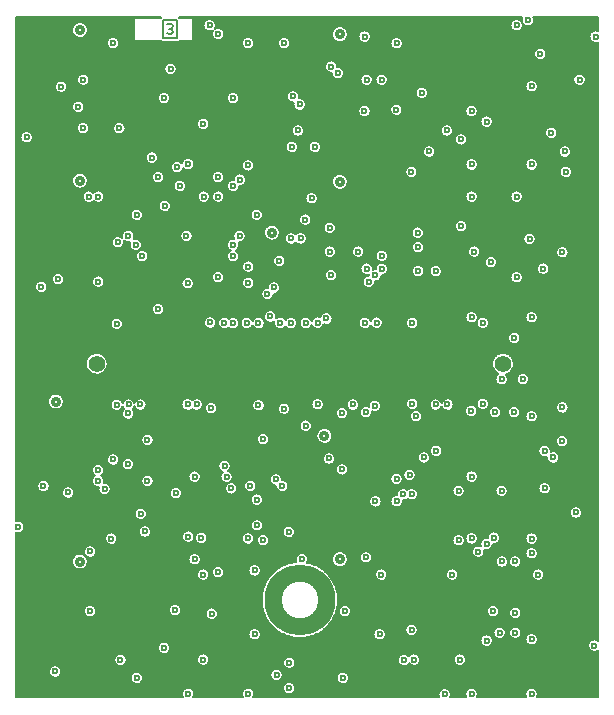
<source format=gbr>
G04 GENERATED BY PULSONIX 10.0 GERBER.DLL 7250*
G04 #@! TF.GenerationSoftware,Pulsonix,Pulsonix,10.0.7250*
G04 #@! TF.CreationDate,2019-09-19T08:44:46--1:00*
G04 #@! TF.Part,Single*
%FSLAX25Y25*%
%LPD*%
%MOIN*%
G04 #@! TF.FileFunction,Copper,L3,Inr*
G04 #@! TF.FilePolarity,Positive*
G04 #@! TA.AperFunction,OtherCopper*
%ADD10C,0.00591*%
G04 #@! TA.AperFunction,ViaPad*
%ADD11C,0.02362X0.00984*%
G04 #@! TA.AperFunction,ComponentPad*
%ADD17C,0.03543X0.01181*%
G04 #@! TD.AperFunction*
%ADD86C,0.00500*%
G04 #@! TA.AperFunction,OtherCopper*
%ADD115C,0.00600*%
G04 #@! TD.AperFunction*
%ADD126C,0.05512*%
G04 #@! TA.AperFunction,WasherPad*
%ADD154C,0.23622X0.12205*%
X0Y0D02*
D02*
D10*
X-94774Y22556D02*
Y-32372D01*
X-39034*
X-39132Y-32180*
X-39210Y-31978*
X-39266Y-31769*
X-39300Y-31555*
X-39311Y-31339*
X-39296Y-31089*
X-39251Y-30844*
X-39177Y-30606*
X-39074Y-30378*
X-38945Y-30164*
X-38791Y-29968*
X-38615Y-29791*
X-38418Y-29638*
X-38205Y-29508*
X-37977Y-29406*
X-37739Y-29332*
X-37493Y-29287*
X-37244Y-29272*
X-36995Y-29287*
X-36749Y-29332*
X-36511Y-29406*
X-36284Y-29508*
X-36070Y-29638*
X-35874Y-29791*
X-35697Y-29968*
X-35543Y-30164*
X-35414Y-30378*
X-35311Y-30606*
X-35237Y-30844*
X-35192Y-31089*
X-35177Y-31339*
X-35189Y-31555*
X-35222Y-31769*
X-35278Y-31978*
X-35356Y-32180*
X-35454Y-32372*
X-19034*
X-19132Y-32180*
X-19210Y-31978*
X-19266Y-31769*
X-19300Y-31555*
X-19311Y-31339*
X-19296Y-31089*
X-19251Y-30844*
X-19177Y-30606*
X-19074Y-30378*
X-18945Y-30164*
X-18791Y-29968*
X-18615Y-29791*
X-18418Y-29638*
X-18205Y-29508*
X-17977Y-29406*
X-17739Y-29332*
X-17493Y-29287*
X-17244Y-29272*
X-16995Y-29287*
X-16749Y-29332*
X-16511Y-29406*
X-16284Y-29508*
X-16070Y-29638*
X-15874Y-29791*
X-15697Y-29968*
X-15543Y-30164*
X-15414Y-30378*
X-15311Y-30606*
X-15237Y-30844*
X-15192Y-31089*
X-15177Y-31339*
X-15189Y-31555*
X-15222Y-31769*
X-15278Y-31978*
X-15356Y-32180*
X-15454Y-32372*
X46415*
X46322Y-32154*
X46255Y-31927*
X46214Y-31693*
X46201Y-31457*
X46216Y-31208*
X46261Y-30962*
X46335Y-30724*
X46438Y-30496*
X46567Y-30283*
X46721Y-30086*
X46897Y-29910*
X47094Y-29756*
X47307Y-29627*
X47535Y-29524*
X47773Y-29450*
X48019Y-29405*
X48268Y-29390*
X48517Y-29405*
X48762Y-29450*
X49001Y-29524*
X49228Y-29627*
X49442Y-29756*
X49638Y-29910*
X49815Y-30086*
X49969Y-30283*
X50098Y-30496*
X50200Y-30724*
X50275Y-30962*
X50320Y-31208*
X50335Y-31457*
X50321Y-31693*
X50280Y-31927*
X50213Y-32154*
X50121Y-32372*
X55478*
X55371Y-32174*
X55287Y-31964*
X55226Y-31747*
X55189Y-31524*
X55177Y-31299*
X55192Y-31050*
X55237Y-30805*
X55311Y-30566*
X55414Y-30339*
X55543Y-30125*
X55697Y-29929*
X55874Y-29752*
X56070Y-29598*
X56284Y-29469*
X56511Y-29367*
X56749Y-29292*
X56995Y-29247*
X57244Y-29232*
X57493Y-29247*
X57739Y-29292*
X57977Y-29367*
X58205Y-29469*
X58418Y-29598*
X58615Y-29752*
X58791Y-29929*
X58945Y-30125*
X59074Y-30339*
X59177Y-30566*
X59251Y-30805*
X59296Y-31050*
X59311Y-31299*
X59299Y-31524*
X59262Y-31747*
X59201Y-31964*
X59117Y-32174*
X59011Y-32372*
X75454*
X75356Y-32180*
X75278Y-31978*
X75222Y-31769*
X75189Y-31555*
X75177Y-31339*
X75192Y-31089*
X75237Y-30844*
X75311Y-30606*
X75414Y-30378*
X75543Y-30164*
X75697Y-29968*
X75874Y-29791*
X76070Y-29638*
X76284Y-29508*
X76511Y-29406*
X76749Y-29332*
X76995Y-29287*
X77244Y-29272*
X77493Y-29287*
X77739Y-29332*
X77977Y-29406*
X78205Y-29508*
X78418Y-29638*
X78615Y-29791*
X78791Y-29968*
X78945Y-30164*
X79074Y-30378*
X79177Y-30606*
X79251Y-30844*
X79296Y-31089*
X79311Y-31339*
X79300Y-31555*
X79266Y-31769*
X79210Y-31978*
X79132Y-32180*
X79034Y-32372*
X99498*
Y-16796*
X99300Y-16940*
X99085Y-17059*
X98858Y-17152*
X98622Y-17218*
X98379Y-17255*
X98134Y-17263*
X97890Y-17242*
X97649Y-17192*
X97417Y-17114*
X97195Y-17009*
X96987Y-16879*
X96796Y-16724*
X96625Y-16548*
X96476Y-16354*
X96351Y-16142*
X96252Y-15918*
X96180Y-15683*
X96137Y-15442*
X96122Y-15197*
X96137Y-14952*
X96180Y-14710*
X96252Y-14476*
X96351Y-14251*
X96476Y-14040*
X96625Y-13845*
X96796Y-13670*
X96987Y-13515*
X97195Y-13385*
X97417Y-13280*
X97649Y-13202*
X97890Y-13152*
X98134Y-13131*
X98379Y-13139*
X98622Y-13176*
X98858Y-13241*
X99085Y-13334*
X99300Y-13454*
X99498Y-13598*
Y185942*
X99271Y185846*
X99034Y185778*
X98791Y185739*
X98544Y185729*
X98298Y185748*
X98056Y185796*
X97822Y185873*
X97599Y185978*
X97389Y186108*
X97197Y186262*
X97024Y186438*
X96873Y186633*
X96747Y186845*
X96647Y187071*
X96574Y187306*
X96531Y187549*
X96516Y187795*
X96530Y188041*
X96574Y188284*
X96647Y188520*
X96747Y188745*
X96873Y188957*
X97024Y189153*
X97197Y189329*
X97389Y189483*
X97599Y189613*
X97822Y189717*
X98057Y189794*
X98299Y189843*
X98544Y189862*
X98791Y189852*
X99034Y189812*
X99271Y189744*
X99498Y189648*
Y194183*
X77837*
X77935Y193951*
X78004Y193707*
X78042Y193458*
X78050Y193205*
X78027Y192953*
X77974Y192706*
X77890Y192468*
X77778Y192241*
X77640Y192030*
X77476Y191837*
X77291Y191666*
X77085Y191519*
X76864Y191397*
X76629Y191304*
X76384Y191240*
X76134Y191206*
X75881Y191203*
X75630Y191231*
X75384Y191290*
X75147Y191378*
X74923Y191494*
X74715Y191637*
X74525Y191804*
X74357Y191993*
X74214Y192201*
X74268Y191996*
X74300Y191786*
X74311Y191575*
X74296Y191326*
X74251Y191080*
X74177Y190842*
X74074Y190614*
X73945Y190401*
X73791Y190204*
X73615Y190028*
X73418Y189874*
X73205Y189745*
X72977Y189642*
X72739Y189568*
X72493Y189523*
X72244Y189508*
X71995Y189523*
X71749Y189568*
X71511Y189642*
X71284Y189745*
X71070Y189874*
X70874Y190028*
X70697Y190204*
X70543Y190401*
X70414Y190614*
X70311Y190842*
X70237Y191080*
X70192Y191326*
X70177Y191575*
X70192Y191818*
X70235Y192059*
X70306Y192292*
X70404Y192516*
X70527Y192726*
X70675Y192920*
X70845Y193096*
X71034Y193250*
X71240Y193381*
X71460Y193487*
X71690Y193566*
X71929Y193618*
X72172Y193640*
X72416Y193635*
X72658Y193600*
X72893Y193537*
X73120Y193447*
X73335Y193331*
X73534Y193190*
X73715Y193026*
X73876Y192843*
X74014Y192642*
X73958Y192861*
X73925Y193085*
X73918Y193311*
X73935Y193536*
X73976Y193759*
X74042Y193975*
X74131Y194183*
X-40358*
X-40248Y194098*
X-40148Y194000*
X-36028*
X-35936Y193986*
X-35854Y193944*
X-35789Y193878*
X-35747Y193796*
X-35732Y193705*
Y186705*
X-35747Y186613*
X-35789Y186531*
X-35854Y186466*
X-35936Y186424*
X-36028Y186409*
X-40148*
X-40267Y186295*
X-40401Y186198*
X-40546Y186121*
X-40701Y186065*
X-40863Y186030*
X-41028Y186019*
X-45528*
X-45692Y186030*
X-45854Y186065*
X-46009Y186121*
X-46155Y186198*
X-46288Y186295*
X-46407Y186409*
X-55028*
X-55119Y186424*
X-55201Y186466*
X-55266Y186531*
X-55308Y186613*
X-55323Y186705*
Y193705*
X-55308Y193796*
X-55266Y193878*
X-55201Y193944*
X-55119Y193986*
X-55028Y194000*
X-46407*
X-46308Y194098*
X-46197Y194183*
X-94774*
Y26262*
X-94547Y26358*
X-94310Y26426*
X-94066Y26466*
X-93820Y26476*
X-93574Y26457*
X-93332Y26408*
X-93098Y26331*
X-92874Y26227*
X-92665Y26097*
X-92472Y25943*
X-92299Y25767*
X-92149Y25571*
X-92023Y25359*
X-91923Y25134*
X-91850Y24898*
X-91806Y24656*
X-91791Y24409*
X-91806Y24163*
X-91850Y23921*
X-91923Y23685*
X-92023Y23459*
X-92149Y23247*
X-92299Y23052*
X-92472Y22876*
X-92665Y22722*
X-92874Y22592*
X-93098Y22487*
X-93332Y22411*
X-93574Y22362*
X-93820Y22343*
X-94066Y22353*
X-94310Y22392*
X-94547Y22461*
X-94774Y22556*
X86240Y149488D02*
X86255Y149737D01*
X86300Y149983*
X86374Y150221*
X86477Y150449*
X86606Y150662*
X86760Y150859*
X86936Y151035*
X87133Y151189*
X87347Y151318*
X87574Y151421*
X87812Y151495*
X88058Y151540*
X88307Y151555*
X88556Y151540*
X88802Y151495*
X89040Y151421*
X89268Y151318*
X89481Y151189*
X89678Y151035*
X89854Y150859*
X90008Y150662*
X90137Y150449*
X90240Y150221*
X90314Y149983*
X90359Y149737*
X90374Y149488*
X90359Y149239*
X90314Y148994*
X90240Y148755*
X90137Y148528*
X90008Y148314*
X89854Y148118*
X89678Y147941*
X89481Y147787*
X89268Y147658*
X89040Y147556*
X88802Y147481*
X88556Y147436*
X88307Y147421*
X88058Y147436*
X87812Y147481*
X87574Y147556*
X87347Y147658*
X87133Y147787*
X86936Y147941*
X86760Y148118*
X86606Y148314*
X86477Y148528*
X86374Y148755*
X86300Y148994*
X86255Y149239*
X86240Y149488*
X86634Y142677D02*
X86649Y142926D01*
X86694Y143172*
X86768Y143410*
X86871Y143638*
X87000Y143851*
X87154Y144048*
X87330Y144224*
X87527Y144378*
X87740Y144507*
X87968Y144610*
X88206Y144684*
X88452Y144729*
X88701Y144744*
X88950Y144729*
X89195Y144684*
X89434Y144610*
X89661Y144507*
X89875Y144378*
X90071Y144224*
X90248Y144048*
X90402Y143851*
X90531Y143638*
X90633Y143410*
X90708Y143172*
X90753Y142926*
X90768Y142677*
X90753Y142428*
X90708Y142183*
X90633Y141944*
X90531Y141717*
X90402Y141503*
X90248Y141307*
X90071Y141130*
X89875Y140976*
X89661Y140847*
X89434Y140745*
X89195Y140670*
X88950Y140625*
X88701Y140610*
X88452Y140625*
X88206Y140670*
X87968Y140745*
X87740Y140847*
X87527Y140976*
X87330Y141130*
X87154Y141307*
X87000Y141503*
X86871Y141717*
X86768Y141944*
X86694Y142183*
X86649Y142428*
X86634Y142677*
X89980Y29173D02*
X89995Y29422D01*
X90040Y29668*
X90115Y29906*
X90217Y30134*
X90346Y30347*
X90500Y30544*
X90677Y30720*
X90873Y30874*
X91087Y31003*
X91314Y31106*
X91553Y31180*
X91798Y31225*
X92047Y31240*
X92296Y31225*
X92542Y31180*
X92780Y31106*
X93008Y31003*
X93221Y30874*
X93418Y30720*
X93594Y30544*
X93748Y30347*
X93877Y30134*
X93980Y29906*
X94054Y29668*
X94099Y29422*
X94114Y29173*
X94099Y28924*
X94054Y28679*
X93980Y28440*
X93877Y28213*
X93748Y27999*
X93594Y27803*
X93418Y27626*
X93221Y27472*
X93008Y27343*
X92780Y27241*
X92542Y27166*
X92296Y27121*
X92047Y27106*
X91798Y27121*
X91553Y27166*
X91314Y27241*
X91087Y27343*
X90873Y27472*
X90677Y27626*
X90500Y27803*
X90346Y27999*
X90217Y28213*
X90115Y28440*
X90040Y28679*
X89995Y28924*
X89980Y29173*
X91161Y173425D02*
X91176Y173674D01*
X91221Y173920*
X91296Y174158*
X91398Y174386*
X91527Y174599*
X91681Y174796*
X91858Y174972*
X92054Y175126*
X92268Y175255*
X92495Y175358*
X92734Y175432*
X92979Y175477*
X93228Y175492*
X93477Y175477*
X93723Y175432*
X93961Y175358*
X94189Y175255*
X94402Y175126*
X94599Y174972*
X94775Y174796*
X94929Y174599*
X95059Y174386*
X95161Y174158*
X95235Y173920*
X95280Y173674*
X95295Y173425*
X95280Y173176*
X95235Y172931*
X95161Y172692*
X95059Y172465*
X94929Y172251*
X94775Y172055*
X94599Y171878*
X94402Y171724*
X94189Y171595*
X93961Y171493*
X93723Y171418*
X93477Y171373*
X93228Y171358*
X92979Y171373*
X92734Y171418*
X92495Y171493*
X92268Y171595*
X92054Y171724*
X91858Y171878*
X91681Y172055*
X91527Y172251*
X91398Y172465*
X91296Y172692*
X91221Y172931*
X91176Y173176*
X91161Y173425*
X74508Y120394D02*
X74523Y120643D01*
X74568Y120888*
X74642Y121127*
X74745Y121354*
X74874Y121568*
X75028Y121764*
X75204Y121941*
X75401Y122095*
X75614Y122224*
X75842Y122326*
X76080Y122401*
X76326Y122446*
X76575Y122461*
X76824Y122446*
X77069Y122401*
X77308Y122326*
X77535Y122224*
X77749Y122095*
X77945Y121941*
X78122Y121764*
X78276Y121568*
X78405Y121354*
X78507Y121127*
X78582Y120888*
X78627Y120643*
X78642Y120394*
X78627Y120145*
X78582Y119899*
X78507Y119661*
X78405Y119433*
X78276Y119220*
X78122Y119023*
X77945Y118847*
X77749Y118693*
X77535Y118564*
X77308Y118461*
X77069Y118387*
X76824Y118342*
X76575Y118327*
X76326Y118342*
X76080Y118387*
X75842Y118461*
X75614Y118564*
X75401Y118693*
X75204Y118847*
X75028Y119023*
X74874Y119220*
X74745Y119433*
X74642Y119661*
X74568Y119899*
X74523Y120145*
X74508Y120394*
X75177Y94213D02*
X75192Y94462D01*
X75237Y94707*
X75311Y94946*
X75414Y95173*
X75543Y95387*
X75697Y95583*
X75874Y95760*
X76070Y95914*
X76284Y96043*
X76511Y96145*
X76749Y96219*
X76995Y96264*
X77244Y96280*
X77493Y96264*
X77739Y96219*
X77977Y96145*
X78205Y96043*
X78418Y95914*
X78615Y95760*
X78791Y95583*
X78945Y95387*
X79074Y95173*
X79177Y94946*
X79251Y94707*
X79296Y94462*
X79311Y94213*
X79296Y93963*
X79251Y93718*
X79177Y93480*
X79074Y93252*
X78945Y93038*
X78791Y92842*
X78615Y92666*
X78418Y92512*
X78205Y92382*
X77977Y92280*
X77739Y92206*
X77493Y92161*
X77244Y92146*
X76995Y92161*
X76749Y92206*
X76511Y92280*
X76284Y92382*
X76070Y92512*
X75874Y92666*
X75697Y92842*
X75543Y93038*
X75414Y93252*
X75311Y93480*
X75237Y93718*
X75192Y93963*
X75177Y94213*
Y145157D02*
X75192Y145407D01*
X75237Y145652*
X75311Y145890*
X75414Y146118*
X75543Y146332*
X75697Y146528*
X75874Y146705*
X76070Y146859*
X76284Y146988*
X76511Y147090*
X76749Y147164*
X76995Y147209*
X77244Y147224*
X77493Y147209*
X77739Y147164*
X77977Y147090*
X78205Y146988*
X78418Y146859*
X78615Y146705*
X78791Y146528*
X78945Y146332*
X79074Y146118*
X79177Y145890*
X79251Y145652*
X79296Y145407*
X79311Y145157*
X79296Y144908*
X79251Y144663*
X79177Y144425*
X79074Y144197*
X78945Y143983*
X78791Y143787*
X78615Y143610*
X78418Y143456*
X78205Y143327*
X77977Y143225*
X77739Y143151*
X77493Y143106*
X77244Y143091*
X76995Y143106*
X76749Y143151*
X76511Y143225*
X76284Y143327*
X76070Y143456*
X75874Y143610*
X75697Y143787*
X75543Y143983*
X75414Y144197*
X75311Y144425*
X75237Y144663*
X75192Y144908*
X75177Y145157*
X78996Y110433D02*
X79011Y110682D01*
X79056Y110928*
X79130Y111166*
X79233Y111394*
X79362Y111607*
X79516Y111804*
X79692Y111980*
X79889Y112134*
X80102Y112263*
X80330Y112366*
X80568Y112440*
X80814Y112485*
X81063Y112500*
X81312Y112485*
X81558Y112440*
X81796Y112366*
X82024Y112263*
X82237Y112134*
X82434Y111980*
X82610Y111804*
X82764Y111607*
X82893Y111394*
X82996Y111166*
X83070Y110928*
X83115Y110682*
X83130Y110433*
X83115Y110184*
X83070Y109938*
X82996Y109700*
X82893Y109473*
X82764Y109259*
X82610Y109062*
X82434Y108886*
X82237Y108732*
X82024Y108603*
X81796Y108500*
X81558Y108426*
X81312Y108381*
X81063Y108366*
X80814Y108381*
X80568Y108426*
X80330Y108500*
X80102Y108603*
X79889Y108732*
X79692Y108886*
X79516Y109062*
X79362Y109259*
X79233Y109473*
X79130Y109700*
X79056Y109938*
X79011Y110184*
X78996Y110433*
X79508Y37205D02*
X79523Y37454D01*
X79568Y37699*
X79642Y37938*
X79745Y38165*
X79874Y38379*
X80028Y38575*
X80204Y38752*
X80401Y38906*
X80614Y39035*
X80842Y39137*
X81080Y39212*
X81326Y39257*
X81575Y39272*
X81824Y39257*
X82069Y39212*
X82308Y39137*
X82535Y39035*
X82749Y38906*
X82945Y38752*
X83122Y38575*
X83276Y38379*
X83405Y38165*
X83507Y37938*
X83582Y37699*
X83627Y37454*
X83642Y37205*
X83627Y36956*
X83582Y36710*
X83507Y36472*
X83405Y36244*
X83276Y36031*
X83122Y35834*
X82945Y35658*
X82749Y35504*
X82535Y35375*
X82308Y35272*
X82069Y35198*
X81824Y35153*
X81575Y35138*
X81326Y35153*
X81080Y35198*
X80842Y35272*
X80614Y35375*
X80401Y35504*
X80204Y35658*
X80028Y35834*
X79874Y36031*
X79745Y36244*
X79642Y36472*
X79568Y36710*
X79523Y36956*
X79508Y37205*
X83624Y49415D02*
X83850Y49498D01*
X84084Y49554*
X84323Y49583*
X84564Y49583*
X84803Y49556*
X85038Y49501*
X85264Y49419*
X85479Y49312*
X85681Y49180*
X85865Y49025*
X86031Y48850*
X86175Y48657*
X86295Y48449*
X86391Y48228*
X86460Y47997*
X86502Y47760*
X86516Y47520*
X86501Y47271*
X86456Y47025*
X86381Y46787*
X86279Y46559*
X86150Y46346*
X85996Y46149*
X85819Y45973*
X85623Y45819*
X85409Y45690*
X85182Y45587*
X84943Y45513*
X84698Y45468*
X84449Y45453*
X84200Y45468*
X83954Y45513*
X83716Y45587*
X83488Y45690*
X83275Y45819*
X83078Y45973*
X82902Y46149*
X82748Y46346*
X82619Y46559*
X82516Y46787*
X82442Y47025*
X82397Y47271*
X82382Y47520*
X82386Y47655*
X82400Y47790*
X82174Y47707*
X81940Y47651*
X81700Y47622*
X81460Y47621*
X81221Y47649*
X80986Y47704*
X80760Y47786*
X80544Y47893*
X80343Y48025*
X80158Y48180*
X79993Y48355*
X79849Y48548*
X79728Y48756*
X79633Y48977*
X79564Y49208*
X79522Y49445*
X79508Y49685*
X79523Y49934*
X79568Y50180*
X79642Y50418*
X79745Y50646*
X79874Y50859*
X80028Y51056*
X80204Y51232*
X80401Y51386*
X80614Y51515*
X80842Y51618*
X81080Y51692*
X81326Y51737*
X81575Y51752*
X81824Y51737*
X82069Y51692*
X82308Y51618*
X82535Y51515*
X82749Y51386*
X82945Y51232*
X83122Y51056*
X83276Y50859*
X83405Y50646*
X83507Y50418*
X83582Y50180*
X83627Y49934*
X83642Y49685*
X83637Y49550*
X83624Y49415*
X75177Y171220D02*
X75192Y171470D01*
X75237Y171715*
X75311Y171953*
X75414Y172181*
X75543Y172395*
X75697Y172591*
X75874Y172768*
X76070Y172921*
X76284Y173051*
X76511Y173153*
X76749Y173227*
X76995Y173272*
X77244Y173287*
X77493Y173272*
X77739Y173227*
X77977Y173153*
X78205Y173051*
X78418Y172921*
X78615Y172768*
X78791Y172591*
X78945Y172395*
X79074Y172181*
X79177Y171953*
X79251Y171715*
X79296Y171470*
X79311Y171220*
X79296Y170971*
X79251Y170726*
X79177Y170488*
X79074Y170260*
X78945Y170046*
X78791Y169850*
X78615Y169673*
X78418Y169519*
X78205Y169390*
X77977Y169288*
X77739Y169214*
X77493Y169169*
X77244Y169154*
X76995Y169169*
X76749Y169214*
X76511Y169288*
X76284Y169390*
X76070Y169519*
X75874Y169673*
X75697Y169850*
X75543Y170046*
X75414Y170260*
X75311Y170488*
X75237Y170726*
X75192Y170971*
X75177Y171220*
X78051Y182047D02*
X78066Y182296D01*
X78111Y182542*
X78186Y182780*
X78288Y183008*
X78417Y183221*
X78571Y183418*
X78748Y183594*
X78944Y183748*
X79158Y183877*
X79385Y183980*
X79623Y184054*
X79869Y184099*
X80118Y184114*
X80367Y184099*
X80613Y184054*
X80851Y183980*
X81079Y183877*
X81292Y183748*
X81489Y183594*
X81665Y183418*
X81819Y183221*
X81948Y183008*
X82051Y182780*
X82125Y182542*
X82170Y182296*
X82185Y182047*
X82170Y181798*
X82125Y181553*
X82051Y181314*
X81948Y181087*
X81819Y180873*
X81665Y180677*
X81489Y180500*
X81292Y180346*
X81079Y180217*
X80851Y180115*
X80613Y180040*
X80367Y179995*
X80118Y179980*
X79869Y179995*
X79623Y180040*
X79385Y180115*
X79158Y180217*
X78944Y180346*
X78748Y180500*
X78571Y180677*
X78417Y180873*
X78288Y181087*
X78186Y181314*
X78111Y181553*
X78066Y181798*
X78051Y182047*
X81673Y155709D02*
X81688Y155958D01*
X81733Y156203*
X81808Y156442*
X81910Y156669*
X82039Y156883*
X82193Y157079*
X82370Y157256*
X82566Y157410*
X82780Y157539*
X83007Y157641*
X83246Y157716*
X83491Y157761*
X83740Y157776*
X83989Y157761*
X84235Y157716*
X84473Y157641*
X84701Y157539*
X84914Y157410*
X85111Y157256*
X85287Y157079*
X85441Y156883*
X85570Y156669*
X85673Y156442*
X85747Y156203*
X85792Y155958*
X85807Y155709*
X85792Y155460*
X85747Y155214*
X85673Y154976*
X85570Y154748*
X85441Y154535*
X85287Y154338*
X85111Y154162*
X84914Y154008*
X84701Y153879*
X84473Y153776*
X84235Y153702*
X83989Y153657*
X83740Y153642*
X83491Y153657*
X83246Y153702*
X83007Y153776*
X82780Y153879*
X82566Y154008*
X82370Y154162*
X82193Y154338*
X82039Y154535*
X81910Y154748*
X81808Y154976*
X81733Y155214*
X81688Y155460*
X81673Y155709*
X85335Y52913D02*
X85350Y53163D01*
X85395Y53408*
X85469Y53646*
X85571Y53874*
X85701Y54088*
X85854Y54284*
X86031Y54460*
X86227Y54614*
X86441Y54744*
X86669Y54846*
X86907Y54920*
X87152Y54965*
X87402Y54980*
X87651Y54965*
X87896Y54920*
X88135Y54846*
X88362Y54744*
X88576Y54614*
X88772Y54460*
X88949Y54284*
X89103Y54088*
X89232Y53874*
X89334Y53646*
X89408Y53408*
X89453Y53163*
X89469Y52913*
X89453Y52664*
X89408Y52419*
X89334Y52180*
X89232Y51953*
X89103Y51739*
X88949Y51543*
X88772Y51366*
X88576Y51212*
X88362Y51083*
X88135Y50981*
X87896Y50907*
X87651Y50862*
X87402Y50846*
X87152Y50862*
X86907Y50907*
X86669Y50981*
X86441Y51083*
X86227Y51212*
X86031Y51366*
X85854Y51543*
X85701Y51739*
X85571Y51953*
X85469Y52180*
X85395Y52419*
X85350Y52664*
X85335Y52913*
X85453Y64173D02*
X85468Y64422D01*
X85513Y64668*
X85587Y64906*
X85690Y65134*
X85819Y65347*
X85973Y65544*
X86149Y65720*
X86346Y65874*
X86559Y66003*
X86787Y66106*
X87025Y66180*
X87271Y66225*
X87520Y66240*
X87769Y66225*
X88014Y66180*
X88253Y66106*
X88480Y66003*
X88694Y65874*
X88890Y65720*
X89067Y65544*
X89221Y65347*
X89350Y65134*
X89452Y64906*
X89527Y64668*
X89572Y64422*
X89587Y64173*
X89572Y63924*
X89527Y63679*
X89452Y63440*
X89350Y63213*
X89221Y62999*
X89067Y62803*
X88890Y62626*
X88694Y62472*
X88480Y62343*
X88253Y62241*
X88014Y62166*
X87769Y62121*
X87520Y62106*
X87271Y62121*
X87025Y62166*
X86787Y62241*
X86559Y62343*
X86346Y62472*
X86149Y62626*
X85973Y62803*
X85819Y62999*
X85690Y63213*
X85587Y63440*
X85513Y63679*
X85468Y63924*
X85453Y64173*
Y115906D02*
X85468Y116155D01*
X85513Y116400*
X85587Y116638*
X85690Y116866*
X85819Y117080*
X85973Y117276*
X86149Y117453*
X86346Y117607*
X86559Y117736*
X86787Y117838*
X87025Y117912*
X87271Y117957*
X87520Y117972*
X87769Y117957*
X88014Y117912*
X88253Y117838*
X88480Y117736*
X88694Y117607*
X88890Y117453*
X89067Y117276*
X89221Y117080*
X89350Y116866*
X89452Y116638*
X89527Y116400*
X89572Y116155*
X89587Y115906*
X89572Y115656*
X89527Y115411*
X89452Y115173*
X89350Y114945*
X89221Y114731*
X89067Y114535*
X88890Y114358*
X88694Y114204*
X88480Y114075*
X88253Y113973*
X88014Y113899*
X87769Y113854*
X87520Y113839*
X87271Y113854*
X87025Y113899*
X86787Y113973*
X86559Y114075*
X86346Y114204*
X86149Y114358*
X85973Y114535*
X85819Y114731*
X85690Y114945*
X85587Y115173*
X85513Y115411*
X85468Y115656*
X85453Y115906*
X-34311Y158661D02*
X-34296Y158911D01*
X-34251Y159156*
X-34177Y159394*
X-34074Y159622*
X-33945Y159836*
X-33791Y160032*
X-33615Y160209*
X-33418Y160362*
X-33205Y160492*
X-32977Y160594*
X-32739Y160668*
X-32493Y160713*
X-32244Y160728*
X-31995Y160713*
X-31749Y160668*
X-31511Y160594*
X-31284Y160492*
X-31070Y160362*
X-30874Y160209*
X-30697Y160032*
X-30543Y159836*
X-30414Y159622*
X-30311Y159394*
X-30237Y159156*
X-30192Y158911*
X-30177Y158661*
X-30192Y158412*
X-30237Y158167*
X-30311Y157928*
X-30414Y157701*
X-30543Y157487*
X-30697Y157291*
X-30874Y157114*
X-31070Y156960*
X-31284Y156831*
X-31511Y156729*
X-31749Y156655*
X-31995Y156610*
X-32244Y156594*
X-32493Y156610*
X-32739Y156655*
X-32977Y156729*
X-33205Y156831*
X-33418Y156960*
X-33615Y157114*
X-33791Y157291*
X-33945Y157487*
X-34074Y157701*
X-34177Y157928*
X-34251Y158167*
X-34296Y158412*
X-34311Y158661*
X-34114Y134449D02*
X-34099Y134698D01*
X-34054Y134943*
X-33980Y135182*
X-33877Y135409*
X-33748Y135623*
X-33594Y135819*
X-33418Y135996*
X-33221Y136150*
X-33008Y136279*
X-32780Y136381*
X-32542Y136456*
X-32296Y136501*
X-32047Y136516*
X-31798Y136501*
X-31553Y136456*
X-31314Y136381*
X-31087Y136279*
X-30873Y136150*
X-30677Y135996*
X-30500Y135819*
X-30346Y135623*
X-30217Y135409*
X-30115Y135182*
X-30040Y134943*
X-29995Y134698*
X-29980Y134449*
X-29995Y134200*
X-30040Y133954*
X-30115Y133716*
X-30217Y133488*
X-30346Y133275*
X-30500Y133078*
X-30677Y132902*
X-30873Y132748*
X-31087Y132619*
X-31314Y132516*
X-31553Y132442*
X-31798Y132397*
X-32047Y132382*
X-32296Y132397*
X-32542Y132442*
X-32780Y132516*
X-33008Y132619*
X-33221Y132748*
X-33418Y132902*
X-33594Y133078*
X-33748Y133275*
X-33877Y133488*
X-33980Y133716*
X-34054Y133954*
X-34099Y134200*
X-34114Y134449*
X-31988Y92520D02*
X-31973Y92769D01*
X-31928Y93014*
X-31854Y93253*
X-31751Y93480*
X-31622Y93694*
X-31468Y93890*
X-31292Y94067*
X-31095Y94221*
X-30882Y94350*
X-30654Y94452*
X-30416Y94527*
X-30170Y94572*
X-29921Y94587*
X-29672Y94572*
X-29427Y94527*
X-29188Y94452*
X-28961Y94350*
X-28747Y94221*
X-28551Y94067*
X-28374Y93890*
X-28220Y93694*
X-28091Y93480*
X-27989Y93253*
X-27914Y93014*
X-27869Y92769*
X-27854Y92520*
X-27869Y92271*
X-27914Y92025*
X-27989Y91787*
X-28091Y91559*
X-28220Y91346*
X-28374Y91149*
X-28551Y90973*
X-28747Y90819*
X-28961Y90690*
X-29188Y90587*
X-29427Y90513*
X-29672Y90468*
X-29921Y90453*
X-30170Y90468*
X-30416Y90513*
X-30654Y90587*
X-30882Y90690*
X-31095Y90819*
X-31292Y90973*
X-31468Y91149*
X-31622Y91346*
X-31751Y91559*
X-31854Y91787*
X-31928Y92025*
X-31973Y92271*
X-31988Y92520*
X-31594Y63976D02*
X-31579Y64226D01*
X-31534Y64471*
X-31460Y64709*
X-31358Y64937*
X-31229Y65151*
X-31075Y65347*
X-30898Y65523*
X-30702Y65677*
X-30488Y65807*
X-30261Y65909*
X-30022Y65983*
X-29777Y66028*
X-29528Y66043*
X-29278Y66028*
X-29033Y65983*
X-28795Y65909*
X-28567Y65807*
X-28353Y65677*
X-28157Y65523*
X-27980Y65347*
X-27827Y65151*
X-27697Y64937*
X-27595Y64709*
X-27521Y64471*
X-27476Y64226*
X-27461Y63976*
X-27476Y63727*
X-27521Y63482*
X-27595Y63243*
X-27697Y63016*
X-27827Y62802*
X-27980Y62606*
X-28157Y62429*
X-28353Y62275*
X-28567Y62146*
X-28795Y62044*
X-29033Y61970*
X-29278Y61925*
X-29528Y61909*
X-29777Y61925*
X-30022Y61970*
X-30261Y62044*
X-30488Y62146*
X-30702Y62275*
X-30898Y62429*
X-31075Y62606*
X-31229Y62802*
X-31358Y63016*
X-31460Y63243*
X-31534Y63482*
X-31579Y63727*
X-31594Y63976*
X-29311Y9252D02*
X-29296Y9501D01*
X-29251Y9747*
X-29177Y9985*
X-29074Y10213*
X-28945Y10426*
X-28791Y10623*
X-28615Y10799*
X-28418Y10953*
X-28205Y11082*
X-27977Y11185*
X-27739Y11259*
X-27493Y11304*
X-27244Y11319*
X-26995Y11304*
X-26749Y11259*
X-26511Y11185*
X-26284Y11082*
X-26070Y10953*
X-25874Y10799*
X-25697Y10623*
X-25543Y10426*
X-25414Y10213*
X-25311Y9985*
X-25237Y9747*
X-25192Y9501*
X-25177Y9252*
X-25192Y9003*
X-25237Y8757*
X-25311Y8519*
X-25414Y8291*
X-25543Y8078*
X-25697Y7881*
X-25874Y7705*
X-26070Y7551*
X-26284Y7422*
X-26511Y7319*
X-26749Y7245*
X-26995Y7200*
X-27244Y7185*
X-27493Y7200*
X-27739Y7245*
X-27977Y7319*
X-28205Y7422*
X-28418Y7551*
X-28615Y7705*
X-28791Y7881*
X-28945Y8078*
X-29074Y8291*
X-29177Y8519*
X-29251Y8757*
X-29296Y9003*
X-29311Y9252*
X-28392Y190380D02*
X-28178Y190505D01*
X-27950Y190604*
X-27713Y190674*
X-27469Y190716*
X-27221Y190728*
X-26974Y190711*
X-26731Y190664*
X-26495Y190588*
X-26269Y190484*
X-26058Y190354*
X-25864Y190200*
X-25690Y190024*
X-25538Y189828*
X-25411Y189616*
X-25310Y189389*
X-25236Y189153*
X-25192Y188909*
X-25177Y188661*
X-25192Y188412*
X-25237Y188167*
X-25311Y187928*
X-25414Y187701*
X-25543Y187487*
X-25697Y187291*
X-25874Y187114*
X-26070Y186960*
X-26284Y186831*
X-26511Y186729*
X-26749Y186655*
X-26995Y186610*
X-27244Y186594*
X-27493Y186610*
X-27739Y186655*
X-27977Y186729*
X-28205Y186831*
X-28418Y186960*
X-28615Y187114*
X-28791Y187291*
X-28945Y187487*
X-29074Y187701*
X-29177Y187928*
X-29251Y188167*
X-29296Y188412*
X-29311Y188661*
X-29295Y188915*
X-29249Y189166*
X-29171Y189408*
X-29065Y189639*
X-28931Y189856*
X-29145Y189731*
X-29372Y189632*
X-29610Y189562*
X-29854Y189520*
X-30102Y189508*
X-30349Y189526*
X-30592Y189573*
X-30828Y189649*
X-31053Y189752*
X-31264Y189882*
X-31459Y190036*
X-31633Y190212*
X-31785Y190408*
X-31912Y190621*
X-32013Y190847*
X-32086Y191084*
X-32131Y191327*
X-32146Y191575*
X-32131Y191824*
X-32086Y192069*
X-32011Y192308*
X-31909Y192535*
X-31780Y192749*
X-31626Y192945*
X-31449Y193122*
X-31253Y193276*
X-31039Y193405*
X-30812Y193507*
X-30573Y193582*
X-30328Y193627*
X-30079Y193642*
X-29830Y193627*
X-29584Y193582*
X-29346Y193507*
X-29118Y193405*
X-28905Y193276*
X-28708Y193122*
X-28532Y192945*
X-28378Y192749*
X-28249Y192535*
X-28146Y192308*
X-28072Y192069*
X-28027Y191824*
X-28012Y191575*
X-28027Y191321*
X-28074Y191071*
X-28151Y190828*
X-28258Y190597*
X-28392Y190380*
X-29311Y107559D02*
X-29296Y107808D01*
X-29251Y108054*
X-29177Y108292*
X-29074Y108520*
X-28945Y108733*
X-28791Y108930*
X-28615Y109106*
X-28418Y109260*
X-28205Y109389*
X-27977Y109492*
X-27739Y109566*
X-27493Y109611*
X-27244Y109626*
X-26995Y109611*
X-26749Y109566*
X-26511Y109492*
X-26284Y109389*
X-26070Y109260*
X-25874Y109106*
X-25697Y108930*
X-25543Y108733*
X-25414Y108520*
X-25311Y108292*
X-25237Y108054*
X-25192Y107808*
X-25177Y107559*
X-25192Y107310*
X-25237Y107064*
X-25311Y106826*
X-25414Y106599*
X-25543Y106385*
X-25697Y106188*
X-25874Y106012*
X-26070Y105858*
X-26284Y105729*
X-26511Y105626*
X-26749Y105552*
X-26995Y105507*
X-27244Y105492*
X-27493Y105507*
X-27739Y105552*
X-27977Y105626*
X-28205Y105729*
X-28418Y105858*
X-28615Y106012*
X-28791Y106188*
X-28945Y106385*
X-29074Y106599*
X-29177Y106826*
X-29251Y107064*
X-29296Y107310*
X-29311Y107559*
X-23720Y93769D02*
X-23539Y93934D01*
X-23340Y94075*
X-23126Y94192*
X-22899Y94283*
X-22663Y94347*
X-22421Y94382*
X-22177Y94389*
X-21933Y94366*
X-21694Y94315*
X-21463Y94236*
X-21242Y94131*
X-21036Y94000*
X-20847Y93846*
X-20677Y93670*
X-20528Y93476*
X-20404Y93265*
X-20306Y93041*
X-20235Y92807*
X-20192Y92567*
X-20177Y92323*
X-20192Y92079*
X-20235Y91838*
X-20306Y91604*
X-20404Y91381*
X-20528Y91170*
X-20677Y90976*
X-20847Y90800*
X-21036Y90646*
X-21242Y90515*
X-21463Y90409*
X-21694Y90330*
X-21933Y90279*
X-22177Y90257*
X-22421Y90264*
X-22663Y90299*
X-22899Y90362*
X-23126Y90453*
X-23340Y90571*
X-23539Y90712*
X-23720Y90876*
X-23902Y90712*
X-24101Y90570*
X-24315Y90453*
X-24542Y90362*
X-24778Y90299*
X-25020Y90264*
X-25264Y90257*
X-25508Y90279*
X-25747Y90330*
X-25978Y90409*
X-26198Y90515*
X-26405Y90646*
X-26594Y90800*
X-26764Y90976*
X-26912Y91170*
X-27037Y91381*
X-27135Y91604*
X-27206Y91838*
X-27249Y92079*
X-27264Y92323*
X-27249Y92567*
X-27206Y92807*
X-27135Y93041*
X-27037Y93265*
X-26912Y93476*
X-26764Y93670*
X-26594Y93846*
X-26405Y94000*
X-26198Y94131*
X-25978Y94236*
X-25747Y94315*
X-25508Y94366*
X-25264Y94389*
X-25020Y94382*
X-24778Y94347*
X-24542Y94283*
X-24315Y94192*
X-24101Y94075*
X-23902Y93934*
X-23720Y93769*
X-23785Y43073D02*
X-23564Y42988D01*
X-23353Y42879*
X-23156Y42746*
X-22976Y42591*
X-22815Y42417*
X-22674Y42226*
X-22557Y42019*
X-22464Y41801*
X-22397Y41573*
X-22356Y41339*
X-22343Y41102*
X-22358Y40853*
X-22403Y40608*
X-22477Y40369*
X-22579Y40142*
X-22708Y39928*
X-22862Y39732*
X-23039Y39555*
X-23235Y39401*
X-23449Y39272*
X-23676Y39170*
X-23915Y39096*
X-24160Y39051*
X-24409Y39035*
X-24659Y39051*
X-24904Y39096*
X-25142Y39170*
X-25370Y39272*
X-25584Y39401*
X-25780Y39555*
X-25957Y39732*
X-26110Y39928*
X-26240Y40142*
X-26342Y40369*
X-26416Y40608*
X-26461Y40853*
X-26476Y41102*
X-26463Y41333*
X-26425Y41561*
X-26361Y41783*
X-26273Y41996*
X-26162Y42199*
X-26028Y42388*
X-25875Y42560*
X-25703Y42715*
X-25925Y42799*
X-26135Y42909*
X-26332Y43041*
X-26512Y43196*
X-26674Y43370*
X-26814Y43562*
X-26931Y43768*
X-27024Y43987*
X-27091Y44214*
X-27132Y44448*
X-27146Y44685*
X-27131Y44934*
X-27086Y45180*
X-27011Y45418*
X-26909Y45646*
X-26780Y45859*
X-26626Y46056*
X-26449Y46232*
X-26253Y46386*
X-26039Y46515*
X-25812Y46618*
X-25573Y46692*
X-25328Y46737*
X-25079Y46752*
X-24830Y46737*
X-24584Y46692*
X-24346Y46618*
X-24118Y46515*
X-23905Y46386*
X-23708Y46232*
X-23532Y46056*
X-23378Y45859*
X-23249Y45646*
X-23146Y45418*
X-23072Y45180*
X-23027Y44934*
X-23012Y44685*
X-23025Y44454*
X-23063Y44227*
X-23127Y44005*
X-23215Y43791*
X-23327Y43589*
X-23460Y43400*
X-23613Y43227*
X-23785Y43073*
X-24902Y37205D02*
X-24886Y37454D01*
X-24841Y37699*
X-24767Y37938*
X-24665Y38165*
X-24536Y38379*
X-24382Y38575*
X-24205Y38752*
X-24009Y38906*
X-23795Y39035*
X-23568Y39137*
X-23329Y39212*
X-23084Y39257*
X-22835Y39272*
X-22586Y39257*
X-22340Y39212*
X-22102Y39137*
X-21874Y39035*
X-21661Y38906*
X-21464Y38752*
X-21288Y38575*
X-21134Y38379*
X-21004Y38165*
X-20902Y37938*
X-20828Y37699*
X-20783Y37454*
X-20768Y37205*
X-20783Y36956*
X-20828Y36710*
X-20902Y36472*
X-21004Y36244*
X-21134Y36031*
X-21288Y35834*
X-21464Y35658*
X-21661Y35504*
X-21874Y35375*
X-22102Y35272*
X-22340Y35198*
X-22586Y35153*
X-22835Y35138*
X-23084Y35153*
X-23329Y35198*
X-23568Y35272*
X-23795Y35375*
X-24009Y35504*
X-24205Y35658*
X-24382Y35834*
X-24536Y36031*
X-24665Y36244*
X-24767Y36472*
X-24841Y36710*
X-24886Y36956*
X-24902Y37205*
X-29311Y134449D02*
X-29296Y134698D01*
X-29251Y134943*
X-29177Y135182*
X-29074Y135409*
X-28945Y135623*
X-28791Y135819*
X-28615Y135996*
X-28418Y136150*
X-28205Y136279*
X-27977Y136381*
X-27739Y136456*
X-27493Y136501*
X-27244Y136516*
X-26995Y136501*
X-26749Y136456*
X-26511Y136381*
X-26284Y136279*
X-26070Y136150*
X-25874Y135996*
X-25697Y135819*
X-25543Y135623*
X-25414Y135409*
X-25311Y135182*
X-25237Y134943*
X-25192Y134698*
X-25177Y134449*
X-25192Y134200*
X-25237Y133954*
X-25311Y133716*
X-25414Y133488*
X-25543Y133275*
X-25697Y133078*
X-25874Y132902*
X-26070Y132748*
X-26284Y132619*
X-26511Y132516*
X-26749Y132442*
X-26995Y132397*
X-27244Y132382*
X-27493Y132397*
X-27739Y132442*
X-27977Y132516*
X-28205Y132619*
X-28418Y132748*
X-28615Y132902*
X-28791Y133078*
X-28945Y133275*
X-29074Y133488*
X-29177Y133716*
X-29251Y133954*
X-29296Y134200*
X-29311Y134449*
Y140945D02*
X-29296Y141194D01*
X-29251Y141440*
X-29177Y141678*
X-29074Y141905*
X-28945Y142119*
X-28791Y142315*
X-28615Y142492*
X-28418Y142646*
X-28205Y142775*
X-27977Y142877*
X-27739Y142952*
X-27493Y142997*
X-27244Y143012*
X-26995Y142997*
X-26749Y142952*
X-26511Y142877*
X-26284Y142775*
X-26070Y142646*
X-25874Y142492*
X-25697Y142315*
X-25543Y142119*
X-25414Y141905*
X-25311Y141678*
X-25237Y141440*
X-25192Y141194*
X-25177Y140945*
X-25192Y140696*
X-25237Y140450*
X-25311Y140212*
X-25414Y139984*
X-25543Y139771*
X-25697Y139574*
X-25874Y139398*
X-26070Y139244*
X-26284Y139115*
X-26511Y139012*
X-26749Y138938*
X-26995Y138893*
X-27244Y138878*
X-27493Y138893*
X-27739Y138938*
X-27977Y139012*
X-28205Y139115*
X-28418Y139244*
X-28615Y139398*
X-28791Y139574*
X-28945Y139771*
X-29074Y139984*
X-29177Y140212*
X-29251Y140450*
X-29296Y140696*
X-29311Y140945*
X-22146Y121378D02*
X-22131Y121627D01*
X-22086Y121873*
X-22011Y122111*
X-21909Y122339*
X-21780Y122552*
X-21626Y122749*
X-21449Y122925*
X-21253Y123079*
X-21039Y123208*
X-20812Y123311*
X-20573Y123385*
X-20328Y123430*
X-20079Y123445*
X-19830Y123430*
X-19584Y123385*
X-19346Y123311*
X-19118Y123208*
X-18905Y123079*
X-18708Y122925*
X-18532Y122749*
X-18378Y122552*
X-18249Y122339*
X-18146Y122111*
X-18072Y121873*
X-18027Y121627*
X-18012Y121378*
X-18027Y121125*
X-18074Y120875*
X-18151Y120633*
X-18257Y120402*
X-18390Y120186*
X-18549Y119988*
X-18731Y119811*
X-18933Y119657*
X-19153Y119530*
X-19386Y119430*
X-19630Y119360*
X-19881Y119321*
X-20135Y119312*
X-20388Y119334*
X-20296Y119115*
X-20229Y118887*
X-20190Y118653*
X-20177Y118416*
X-20192Y118179*
X-20234Y117945*
X-20302Y117718*
X-20396Y117500*
X-20514Y117294*
X-20655Y117103*
X-20817Y116930*
X-20998Y116776*
X-21196Y116644*
X-21407Y116535*
X-21195Y116426*
X-20997Y116294*
X-20815Y116139*
X-20653Y115965*
X-20512Y115773*
X-20393Y115566*
X-20300Y115347*
X-20232Y115118*
X-20191Y114884*
X-20177Y114646*
X-20192Y114397*
X-20237Y114151*
X-20311Y113913*
X-20414Y113685*
X-20543Y113472*
X-20697Y113275*
X-20874Y113099*
X-21070Y112945*
X-21284Y112816*
X-21511Y112713*
X-21749Y112639*
X-21995Y112594*
X-22244Y112579*
X-22493Y112594*
X-22739Y112639*
X-22977Y112713*
X-23205Y112816*
X-23418Y112945*
X-23615Y113099*
X-23791Y113275*
X-23945Y113472*
X-24074Y113685*
X-24177Y113913*
X-24251Y114151*
X-24296Y114397*
X-24311Y114646*
X-24297Y114884*
X-24256Y115118*
X-24188Y115347*
X-24095Y115566*
X-23977Y115773*
X-23835Y115965*
X-23673Y116139*
X-23491Y116294*
X-23293Y116426*
X-23081Y116535*
X-23301Y116649*
X-23506Y116788*
X-23692Y116951*
X-23858Y117134*
X-24001Y117336*
X-24118Y117554*
X-24209Y117784*
X-24272Y118024*
X-24305Y118269*
X-24309Y118516*
X-24283Y118762*
X-24228Y119004*
X-24145Y119236*
X-24035Y119458*
X-23898Y119664*
X-23738Y119853*
X-23557Y120021*
X-23357Y120167*
X-23141Y120287*
X-22912Y120381*
X-22673Y120447*
X-22429Y120484*
X-22181Y120491*
X-21935Y120469*
X-22026Y120686*
X-22092Y120911*
X-22132Y121143*
X-22146Y121378*
X-15748Y92953D02*
X-15656Y93190D01*
X-15535Y93414*
X-15388Y93621*
X-15216Y93809*
X-15023Y93974*
X-14811Y94114*
X-14583Y94227*
X-14343Y94312*
X-14094Y94366*
X-13841Y94389*
X-13587Y94381*
X-13336Y94342*
X-13091Y94272*
X-12857Y94172*
X-12637Y94045*
X-12434Y93892*
X-12251Y93715*
X-12092Y93516*
X-11958Y93300*
X-11852Y93069*
X-11775Y92827*
X-11728Y92577*
X-11713Y92323*
X-11728Y92069*
X-11775Y91819*
X-11852Y91577*
X-11958Y91346*
X-12092Y91129*
X-12251Y90931*
X-12434Y90754*
X-12637Y90601*
X-12857Y90473*
X-13091Y90374*
X-13336Y90304*
X-13587Y90265*
X-13841Y90257*
X-14094Y90280*
X-14343Y90334*
X-14583Y90418*
X-14810Y90531*
X-15023Y90671*
X-15216Y90837*
X-15388Y91024*
X-15535Y91232*
X-15656Y91456*
X-15748Y91693*
X-15840Y91456*
X-15961Y91232*
X-16108Y91024*
X-16280Y90837*
X-16473Y90672*
X-16686Y90531*
X-16913Y90418*
X-17153Y90334*
X-17402Y90280*
X-17655Y90257*
X-17909Y90265*
X-18161Y90304*
X-18405Y90374*
X-18639Y90473*
X-18859Y90601*
X-19062Y90754*
X-19245Y90931*
X-19404Y91129*
X-19538Y91346*
X-19644Y91577*
X-19721Y91819*
X-19768Y92069*
X-19783Y92323*
X-19768Y92577*
X-19721Y92827*
X-19644Y93069*
X-19538Y93300*
X-19404Y93516*
X-19245Y93715*
X-19062Y93892*
X-18859Y94045*
X-18639Y94172*
X-18405Y94272*
X-18161Y94341*
X-17909Y94381*
X-17655Y94389*
X-17402Y94366*
X-17153Y94312*
X-16913Y94227*
X-16686Y94114*
X-16473Y93974*
X-16280Y93809*
X-16108Y93621*
X-15961Y93414*
X-15840Y93190*
X-15748Y92953*
X-19311Y20531D02*
X-19296Y20781D01*
X-19251Y21026*
X-19177Y21264*
X-19074Y21492*
X-18945Y21706*
X-18791Y21902*
X-18615Y22079*
X-18418Y22233*
X-18205Y22362*
X-17977Y22464*
X-17739Y22538*
X-17493Y22583*
X-17244Y22598*
X-16995Y22583*
X-16749Y22538*
X-16511Y22464*
X-16284Y22362*
X-16070Y22233*
X-15874Y22079*
X-15697Y21902*
X-15543Y21706*
X-15414Y21492*
X-15311Y21264*
X-15237Y21026*
X-15192Y20781*
X-15177Y20531*
X-15192Y20282*
X-15237Y20037*
X-15311Y19799*
X-15414Y19571*
X-15543Y19357*
X-15697Y19161*
X-15874Y18984*
X-16070Y18830*
X-16284Y18701*
X-16511Y18599*
X-16749Y18525*
X-16995Y18480*
X-17244Y18465*
X-17493Y18480*
X-17739Y18525*
X-17977Y18599*
X-18205Y18701*
X-18418Y18830*
X-18615Y18984*
X-18791Y19161*
X-18945Y19357*
X-19074Y19571*
X-19177Y19799*
X-19251Y20037*
X-19296Y20282*
X-19311Y20531*
X-17146Y-11378D02*
X-17131Y-11129D01*
X-17086Y-10883*
X-17011Y-10645*
X-16909Y-10417*
X-16780Y-10204*
X-16626Y-10007*
X-16449Y-9831*
X-16253Y-9677*
X-16039Y-9548*
X-15812Y-9445*
X-15573Y-9371*
X-15328Y-9326*
X-15079Y-9311*
X-14830Y-9326*
X-14584Y-9371*
X-14346Y-9445*
X-14118Y-9548*
X-13905Y-9677*
X-13708Y-9831*
X-13532Y-10007*
X-13378Y-10204*
X-13249Y-10417*
X-13146Y-10645*
X-13072Y-10883*
X-13027Y-11129*
X-13012Y-11378*
X-13027Y-11627*
X-13072Y-11873*
X-13146Y-12111*
X-13249Y-12339*
X-13378Y-12552*
X-13532Y-12749*
X-13708Y-12925*
X-13905Y-13079*
X-14118Y-13208*
X-14346Y-13311*
X-14584Y-13385*
X-14830Y-13430*
X-15079Y-13445*
X-15328Y-13430*
X-15573Y-13385*
X-15812Y-13311*
X-16039Y-13208*
X-16253Y-13079*
X-16449Y-12925*
X-16626Y-12749*
X-16780Y-12552*
X-16909Y-12339*
X-17011Y-12111*
X-17086Y-11873*
X-17131Y-11627*
X-17146Y-11378*
Y9843D02*
X-17131Y10092D01*
X-17086Y10337*
X-17011Y10575*
X-16909Y10803*
X-16780Y11017*
X-16626Y11213*
X-16449Y11390*
X-16253Y11544*
X-16039Y11673*
X-15812Y11775*
X-15573Y11849*
X-15328Y11894*
X-15079Y11909*
X-14830Y11894*
X-14584Y11849*
X-14346Y11775*
X-14118Y11673*
X-13905Y11544*
X-13708Y11390*
X-13532Y11213*
X-13378Y11017*
X-13249Y10803*
X-13146Y10575*
X-13072Y10337*
X-13027Y10092*
X-13012Y9843*
X-13027Y9593*
X-13072Y9348*
X-13146Y9110*
X-13249Y8882*
X-13378Y8668*
X-13532Y8472*
X-13708Y8295*
X-13905Y8141*
X-14118Y8012*
X-14346Y7910*
X-14584Y7836*
X-14830Y7791*
X-15079Y7776*
X-15328Y7791*
X-15573Y7836*
X-15812Y7910*
X-16039Y8012*
X-16253Y8141*
X-16449Y8295*
X-16626Y8472*
X-16780Y8668*
X-16909Y8882*
X-17011Y9110*
X-17086Y9348*
X-17131Y9593*
X-17146Y9843*
X-18602Y38031D02*
X-18587Y38281D01*
X-18542Y38526*
X-18468Y38764*
X-18366Y38992*
X-18236Y39206*
X-18083Y39402*
X-17906Y39579*
X-17710Y39733*
X-17496Y39862*
X-17268Y39964*
X-17030Y40038*
X-16785Y40083*
X-16535Y40098*
X-16286Y40083*
X-16041Y40038*
X-15802Y39964*
X-15575Y39862*
X-15361Y39733*
X-15165Y39579*
X-14988Y39402*
X-14834Y39206*
X-14705Y38992*
X-14603Y38764*
X-14529Y38526*
X-14484Y38281*
X-14469Y38031*
X-14484Y37782*
X-14529Y37537*
X-14603Y37299*
X-14705Y37071*
X-14834Y36857*
X-14988Y36661*
X-15165Y36484*
X-15361Y36330*
X-15575Y36201*
X-15802Y36099*
X-16041Y36025*
X-16286Y35980*
X-16535Y35965*
X-16785Y35980*
X-17030Y36025*
X-17268Y36099*
X-17496Y36201*
X-17710Y36330*
X-17906Y36484*
X-18083Y36661*
X-18236Y36857*
X-18366Y37071*
X-18468Y37299*
X-18542Y37537*
X-18587Y37782*
X-18602Y38031*
X-16437Y24882D02*
X-16422Y25131D01*
X-16377Y25377*
X-16303Y25615*
X-16200Y25842*
X-16071Y26056*
X-15917Y26252*
X-15741Y26429*
X-15544Y26583*
X-15331Y26712*
X-15103Y26814*
X-14865Y26889*
X-14619Y26934*
X-14370Y26949*
X-14121Y26934*
X-13875Y26889*
X-13637Y26814*
X-13410Y26712*
X-13196Y26583*
X-12999Y26429*
X-12823Y26252*
X-12669Y26056*
X-12540Y25842*
X-12437Y25615*
X-12363Y25377*
X-12318Y25131*
X-12303Y24882*
X-12318Y24633*
X-12363Y24387*
X-12437Y24149*
X-12540Y23921*
X-12669Y23708*
X-12823Y23511*
X-12999Y23335*
X-13196Y23181*
X-13410Y23052*
X-13637Y22949*
X-13875Y22875*
X-14121Y22830*
X-14370Y22815*
X-14619Y22830*
X-14865Y22875*
X-15103Y22949*
X-15331Y23052*
X-15544Y23181*
X-15741Y23335*
X-15917Y23511*
X-16071Y23708*
X-16200Y23921*
X-16303Y24149*
X-16377Y24387*
X-16422Y24633*
X-16437Y24882*
X-14272Y19921D02*
X-14257Y20170D01*
X-14212Y20416*
X-14137Y20654*
X-14035Y20882*
X-13906Y21095*
X-13752Y21292*
X-13575Y21468*
X-13379Y21622*
X-13165Y21751*
X-12938Y21854*
X-12699Y21928*
X-12454Y21973*
X-12205Y21988*
X-11956Y21973*
X-11710Y21928*
X-11472Y21854*
X-11244Y21751*
X-11031Y21622*
X-10834Y21468*
X-10658Y21292*
X-10504Y21095*
X-10375Y20882*
X-10272Y20654*
X-10198Y20416*
X-10153Y20170*
X-10138Y19921*
X-10153Y19672*
X-10198Y19427*
X-10272Y19188*
X-10375Y18961*
X-10504Y18747*
X-10658Y18551*
X-10834Y18374*
X-11031Y18220*
X-11244Y18091*
X-11472Y17989*
X-11710Y17914*
X-11956Y17869*
X-12205Y17854*
X-12454Y17869*
X-12699Y17914*
X-12938Y17989*
X-13165Y18091*
X-13379Y18220*
X-13575Y18374*
X-13752Y18551*
X-13906Y18747*
X-14035Y18961*
X-14137Y19188*
X-14212Y19427*
X-14257Y19672*
X-14272Y19921*
X2374Y12473D02*
X2986Y12341D01*
X3592Y12178*
X4189Y11986*
X4775Y11765*
X5350Y11515*
X5912Y11236*
X6460Y10931*
X6991Y10599*
X7506Y10241*
X8002Y9858*
X8479Y9451*
X8935Y9020*
X9370Y8568*
X9781Y8095*
X10169Y7603*
X10532Y7091*
X10869Y6563*
X11180Y6018*
X11463Y5459*
X11719Y4887*
X11946Y4302*
X12144Y3707*
X12312Y3103*
X12450Y2492*
X12558Y1874*
X12635Y1252*
X12681Y627*
X12697Y0*
X12682Y-623*
X12636Y-1244*
X12559Y-1863*
X12453Y-2477*
X12316Y-3085*
X12150Y-3686*
X11955Y-4277*
X11730Y-4859*
X11478Y-5429*
X11198Y-5985*
X10890Y-6527*
X10557Y-7054*
X10198Y-7564*
X9815Y-8055*
X9408Y-8527*
X8978Y-8978*
X8527Y-9408*
X8055Y-9815*
X7563Y-10198*
X7054Y-10557*
X6527Y-10890*
X5985Y-11198*
X5429Y-11478*
X4859Y-11730*
X4277Y-11955*
X3686Y-12150*
X3085Y-12316*
X2477Y-12453*
X1863Y-12559*
X1244Y-12636*
X623Y-12682*
X0Y-12697*
X-623Y-12682*
X-1244Y-12636*
X-1863Y-12559*
X-2477Y-12453*
X-3085Y-12316*
X-3686Y-12150*
X-4277Y-11955*
X-4859Y-11730*
X-5429Y-11478*
X-5985Y-11198*
X-6527Y-10890*
X-7054Y-10557*
X-7563Y-10198*
X-8055Y-9815*
X-8527Y-9408*
X-8978Y-8978*
X-9408Y-8527*
X-9815Y-8055*
X-10198Y-7564*
X-10557Y-7054*
X-10890Y-6527*
X-11198Y-5985*
X-11478Y-5429*
X-11730Y-4859*
X-11955Y-4277*
X-12150Y-3686*
X-12316Y-3085*
X-12453Y-2477*
X-12559Y-1863*
X-12636Y-1244*
X-12682Y-623*
X-12697Y0*
X-12681Y624*
X-12635Y1247*
X-12559Y1866*
X-12452Y2482*
X-12315Y3091*
X-12148Y3692*
X-11952Y4285*
X-11727Y4868*
X-11473Y5438*
X-11192Y5996*
X-10884Y6539*
X-10549Y7066*
X-10189Y7576*
X-9804Y8068*
X-9396Y8540*
X-8965Y8991*
X-8512Y9421*
X-8038Y9828*
X-7545Y10212*
X-7034Y10570*
X-6506Y10903*
X-5962Y11210*
X-5404Y11489*
X-4833Y11741*
X-4249Y11965*
X-3656Y12159*
X-3054Y12324*
X-2444Y12459*
X-1829Y12564*
X-1209Y12639*
X-1308Y12863*
X-1379Y13097*
X-1423Y13338*
X-1437Y13583*
X-1422Y13832*
X-1377Y14077*
X-1303Y14316*
X-1200Y14543*
X-1071Y14757*
X-917Y14953*
X-741Y15130*
X-544Y15284*
X-331Y15413*
X-103Y15515*
X135Y15590*
X381Y15635*
X630Y15650*
X879Y15635*
X1125Y15590*
X1363Y15515*
X1590Y15413*
X1804Y15284*
X2001Y15130*
X2177Y14953*
X2331Y14757*
X2460Y14543*
X2563Y14316*
X2637Y14077*
X2682Y13832*
X2697Y13583*
X2684Y13349*
X2644Y13118*
X2579Y12893*
X2488Y12677*
X2374Y12473*
X-9823Y-24980D02*
X-9808Y-24731D01*
X-9763Y-24486*
X-9689Y-24247*
X-9586Y-24020*
X-9457Y-23806*
X-9303Y-23610*
X-9126Y-23433*
X-8930Y-23279*
X-8716Y-23150*
X-8489Y-23048*
X-8251Y-22973*
X-8005Y-22928*
X-7756Y-22913*
X-7507Y-22928*
X-7261Y-22973*
X-7023Y-23048*
X-6795Y-23150*
X-6582Y-23279*
X-6385Y-23433*
X-6209Y-23610*
X-6055Y-23806*
X-5926Y-24020*
X-5823Y-24247*
X-5749Y-24486*
X-5704Y-24731*
X-5689Y-24980*
X-5704Y-25229*
X-5749Y-25475*
X-5823Y-25713*
X-5926Y-25941*
X-6055Y-26154*
X-6209Y-26351*
X-6385Y-26527*
X-6582Y-26681*
X-6795Y-26810*
X-7023Y-26913*
X-7261Y-26987*
X-7507Y-27032*
X-7756Y-27047*
X-8005Y-27032*
X-8251Y-26987*
X-8489Y-26913*
X-8716Y-26810*
X-8930Y-26681*
X-9126Y-26527*
X-9303Y-26351*
X-9457Y-26154*
X-9586Y-25941*
X-9689Y-25713*
X-9763Y-25475*
X-9808Y-25229*
X-9823Y-24980*
X-5591Y-29370D02*
X-5576Y-29121D01*
X-5531Y-28875*
X-5456Y-28637*
X-5354Y-28410*
X-5225Y-28196*
X-5071Y-27999*
X-4894Y-27823*
X-4698Y-27669*
X-4484Y-27540*
X-4257Y-27437*
X-4018Y-27363*
X-3773Y-27318*
X-3524Y-27303*
X-3275Y-27318*
X-3029Y-27363*
X-2791Y-27437*
X-2563Y-27540*
X-2350Y-27669*
X-2153Y-27823*
X-1977Y-27999*
X-1823Y-28196*
X-1694Y-28410*
X-1591Y-28637*
X-1517Y-28875*
X-1472Y-29121*
X-1457Y-29370*
X-1472Y-29619*
X-1517Y-29865*
X-1591Y-30103*
X-1694Y-30331*
X-1823Y-30544*
X-1977Y-30741*
X-2153Y-30917*
X-2350Y-31071*
X-2563Y-31200*
X-2791Y-31303*
X-3029Y-31377*
X-3275Y-31422*
X-3524Y-31437*
X-3773Y-31422*
X-4018Y-31377*
X-4257Y-31303*
X-4484Y-31200*
X-4698Y-31071*
X-4894Y-30917*
X-5071Y-30741*
X-5225Y-30544*
X-5354Y-30331*
X-5456Y-30103*
X-5531Y-29865*
X-5576Y-29619*
X-5591Y-29370*
Y-20906D02*
X-5576Y-20656D01*
X-5531Y-20411*
X-5456Y-20173*
X-5354Y-19945*
X-5225Y-19731*
X-5071Y-19535*
X-4894Y-19358*
X-4698Y-19204*
X-4484Y-19075*
X-4257Y-18973*
X-4018Y-18899*
X-3773Y-18854*
X-3524Y-18839*
X-3275Y-18854*
X-3029Y-18899*
X-2791Y-18973*
X-2563Y-19075*
X-2350Y-19204*
X-2153Y-19358*
X-1977Y-19535*
X-1823Y-19731*
X-1694Y-19945*
X-1591Y-20173*
X-1517Y-20411*
X-1472Y-20656*
X-1457Y-20906*
X-1472Y-21155*
X-1517Y-21400*
X-1591Y-21638*
X-1694Y-21866*
X-1823Y-22080*
X-1977Y-22276*
X-2153Y-22453*
X-2350Y-22607*
X-2563Y-22736*
X-2791Y-22838*
X-3029Y-22912*
X-3275Y-22957*
X-3524Y-22972*
X-3773Y-22957*
X-4018Y-22912*
X-4257Y-22838*
X-4484Y-22736*
X-4698Y-22607*
X-4894Y-22453*
X-5071Y-22276*
X-5225Y-22080*
X-5354Y-21866*
X-5456Y-21638*
X-5531Y-21400*
X-5576Y-21155*
X-5591Y-20906*
X12303Y-25984D02*
X12318Y-25735D01*
X12363Y-25490*
X12437Y-25251*
X12540Y-25024*
X12669Y-24810*
X12823Y-24614*
X12999Y-24437*
X13196Y-24283*
X13410Y-24154*
X13637Y-24052*
X13875Y-23977*
X14121Y-23932*
X14370Y-23917*
X14619Y-23932*
X14865Y-23977*
X15103Y-24052*
X15331Y-24154*
X15544Y-24283*
X15741Y-24437*
X15917Y-24614*
X16071Y-24810*
X16200Y-25024*
X16303Y-25251*
X16377Y-25490*
X16422Y-25735*
X16437Y-25984*
X16422Y-26233*
X16377Y-26479*
X16303Y-26717*
X16200Y-26945*
X16071Y-27158*
X15917Y-27355*
X15741Y-27531*
X15544Y-27685*
X15331Y-27814*
X15103Y-27917*
X14865Y-27991*
X14619Y-28036*
X14370Y-28051*
X14121Y-28036*
X13875Y-27991*
X13637Y-27917*
X13410Y-27814*
X13196Y-27685*
X12999Y-27531*
X12823Y-27355*
X12669Y-27158*
X12540Y-26945*
X12437Y-26717*
X12363Y-26479*
X12318Y-26233*
X12303Y-25984*
X-16437Y33465D02*
X-16422Y33714D01*
X-16377Y33959*
X-16303Y34198*
X-16200Y34425*
X-16071Y34639*
X-15917Y34835*
X-15741Y35012*
X-15544Y35166*
X-15331Y35295*
X-15103Y35397*
X-14865Y35471*
X-14619Y35516*
X-14370Y35531*
X-14121Y35516*
X-13875Y35471*
X-13637Y35397*
X-13410Y35295*
X-13196Y35166*
X-12999Y35012*
X-12823Y34835*
X-12669Y34639*
X-12540Y34425*
X-12437Y34198*
X-12363Y33959*
X-12318Y33714*
X-12303Y33465*
X-12318Y33215*
X-12363Y32970*
X-12437Y32732*
X-12540Y32504*
X-12669Y32290*
X-12823Y32094*
X-12999Y31917*
X-13196Y31764*
X-13410Y31634*
X-13637Y31532*
X-13875Y31458*
X-14121Y31413*
X-14370Y31398*
X-14619Y31413*
X-14865Y31458*
X-15103Y31532*
X-15331Y31634*
X-15544Y31764*
X-15741Y31917*
X-15917Y32094*
X-16071Y32290*
X-16200Y32504*
X-16303Y32732*
X-16377Y32970*
X-16422Y33215*
X-16437Y33465*
X-15846Y64961D02*
X-15831Y65210D01*
X-15786Y65455*
X-15712Y65694*
X-15610Y65921*
X-15481Y66135*
X-15327Y66331*
X-15150Y66508*
X-14954Y66662*
X-14740Y66791*
X-14512Y66893*
X-14274Y66967*
X-14029Y67012*
X-13780Y67028*
X-13530Y67012*
X-13285Y66967*
X-13047Y66893*
X-12819Y66791*
X-12605Y66662*
X-12409Y66508*
X-12232Y66331*
X-12079Y66135*
X-11949Y65921*
X-11847Y65694*
X-11773Y65455*
X-11728Y65210*
X-11713Y64961*
X-11728Y64711*
X-11773Y64466*
X-11847Y64228*
X-11949Y64000*
X-12079Y63786*
X-12232Y63590*
X-12409Y63414*
X-12605Y63260*
X-12819Y63130*
X-13047Y63028*
X-13285Y62954*
X-13530Y62909*
X-13780Y62894*
X-14029Y62909*
X-14274Y62954*
X-14512Y63028*
X-14740Y63130*
X-14954Y63260*
X-15150Y63414*
X-15327Y63590*
X-15481Y63786*
X-15610Y64000*
X-15712Y64228*
X-15786Y64466*
X-15831Y64711*
X-15846Y64961*
X-14272Y53583D02*
X-14257Y53832D01*
X-14212Y54077*
X-14137Y54316*
X-14035Y54543*
X-13906Y54757*
X-13752Y54953*
X-13575Y55130*
X-13379Y55284*
X-13165Y55413*
X-12938Y55515*
X-12699Y55590*
X-12454Y55635*
X-12205Y55650*
X-11956Y55635*
X-11710Y55590*
X-11472Y55515*
X-11244Y55413*
X-11031Y55284*
X-10834Y55130*
X-10658Y54953*
X-10504Y54757*
X-10375Y54543*
X-10272Y54316*
X-10198Y54077*
X-10153Y53832*
X-10138Y53583*
X-10153Y53334*
X-10198Y53088*
X-10272Y52850*
X-10375Y52622*
X-10504Y52409*
X-10658Y52212*
X-10834Y52036*
X-11031Y51882*
X-11244Y51753*
X-11472Y51650*
X-11710Y51576*
X-11956Y51531*
X-12205Y51516*
X-12454Y51531*
X-12699Y51576*
X-12938Y51650*
X-13165Y51753*
X-13379Y51882*
X-13575Y52036*
X-13752Y52212*
X-13906Y52409*
X-14035Y52622*
X-14137Y52850*
X-14212Y53088*
X-14257Y53334*
X-14272Y53583*
X-19311Y105748D02*
X-19296Y105997D01*
X-19251Y106243*
X-19177Y106481*
X-19074Y106709*
X-18945Y106922*
X-18791Y107119*
X-18615Y107295*
X-18418Y107449*
X-18205Y107578*
X-17977Y107681*
X-17739Y107755*
X-17493Y107800*
X-17244Y107815*
X-16995Y107800*
X-16749Y107755*
X-16511Y107681*
X-16284Y107578*
X-16070Y107449*
X-15874Y107295*
X-15697Y107119*
X-15543Y106922*
X-15414Y106709*
X-15311Y106481*
X-15237Y106243*
X-15192Y105997*
X-15177Y105748*
X-15192Y105499*
X-15237Y105253*
X-15311Y105015*
X-15414Y104787*
X-15543Y104574*
X-15697Y104377*
X-15874Y104201*
X-16070Y104047*
X-16284Y103918*
X-16511Y103815*
X-16749Y103741*
X-16995Y103696*
X-17244Y103681*
X-17493Y103696*
X-17739Y103741*
X-17977Y103815*
X-18205Y103918*
X-18418Y104047*
X-18615Y104201*
X-18791Y104377*
X-18945Y104574*
X-19074Y104787*
X-19177Y105015*
X-19251Y105253*
X-19296Y105499*
X-19311Y105748*
Y111102D02*
X-19296Y111351D01*
X-19251Y111597*
X-19177Y111835*
X-19074Y112063*
X-18945Y112276*
X-18791Y112473*
X-18615Y112649*
X-18418Y112803*
X-18205Y112933*
X-17977Y113035*
X-17739Y113109*
X-17493Y113154*
X-17244Y113169*
X-16995Y113154*
X-16749Y113109*
X-16511Y113035*
X-16284Y112933*
X-16070Y112803*
X-15874Y112649*
X-15697Y112473*
X-15543Y112276*
X-15414Y112063*
X-15311Y111835*
X-15237Y111597*
X-15192Y111351*
X-15177Y111102*
X-15192Y110853*
X-15237Y110608*
X-15311Y110369*
X-15414Y110142*
X-15543Y109928*
X-15697Y109732*
X-15874Y109555*
X-16070Y109401*
X-16284Y109272*
X-16511Y109170*
X-16749Y109096*
X-16995Y109051*
X-17244Y109035*
X-17493Y109051*
X-17739Y109096*
X-17977Y109170*
X-18205Y109272*
X-18418Y109401*
X-18615Y109555*
X-18791Y109732*
X-18945Y109928*
X-19074Y110142*
X-19177Y110369*
X-19251Y110608*
X-19296Y110853*
X-19311Y111102*
X-22028Y140118D02*
X-22012Y140367D01*
X-21967Y140613*
X-21893Y140851*
X-21791Y141079*
X-21662Y141292*
X-21508Y141489*
X-21331Y141665*
X-21135Y141819*
X-20921Y141948*
X-20694Y142051*
X-20455Y142125*
X-20210Y142170*
X-19961Y142185*
X-19711Y142170*
X-19466Y142125*
X-19228Y142051*
X-19000Y141948*
X-18786Y141819*
X-18590Y141665*
X-18414Y141489*
X-18260Y141292*
X-18130Y141079*
X-18028Y140851*
X-17954Y140613*
X-17909Y140367*
X-17894Y140118*
X-17909Y139871*
X-17953Y139628*
X-18026Y139392*
X-18126Y139166*
X-18253Y138953*
X-18405Y138758*
X-18578Y138582*
X-18772Y138427*
X-18982Y138297*
X-19207Y138194*
X-19442Y138117*
X-19685Y138070*
X-19931Y138051*
X-20178Y138063*
X-20177Y137992*
X-20192Y137743*
X-20237Y137497*
X-20311Y137259*
X-20414Y137032*
X-20543Y136818*
X-20697Y136622*
X-20874Y136445*
X-21070Y136291*
X-21284Y136162*
X-21511Y136060*
X-21749Y135985*
X-21995Y135940*
X-22244Y135925*
X-22493Y135940*
X-22739Y135985*
X-22977Y136060*
X-23205Y136162*
X-23418Y136291*
X-23615Y136445*
X-23791Y136622*
X-23945Y136818*
X-24074Y137032*
X-24177Y137259*
X-24251Y137497*
X-24296Y137743*
X-24311Y137992*
X-24296Y138239*
X-24252Y138482*
X-24179Y138719*
X-24078Y138945*
X-23952Y139157*
X-23800Y139353*
X-23626Y139529*
X-23433Y139683*
X-23223Y139813*
X-22998Y139917*
X-22763Y139993*
X-22520Y140041*
X-22273Y140059*
X-22026Y140048*
X-22028Y140118*
X-24311Y167283D02*
X-24296Y167533D01*
X-24251Y167778*
X-24177Y168016*
X-24074Y168244*
X-23945Y168458*
X-23791Y168654*
X-23615Y168831*
X-23418Y168984*
X-23205Y169114*
X-22977Y169216*
X-22739Y169290*
X-22493Y169335*
X-22244Y169350*
X-21995Y169335*
X-21749Y169290*
X-21511Y169216*
X-21284Y169114*
X-21070Y168984*
X-20874Y168831*
X-20697Y168654*
X-20543Y168458*
X-20414Y168244*
X-20311Y168016*
X-20237Y167778*
X-20192Y167533*
X-20177Y167283*
X-20192Y167034*
X-20237Y166789*
X-20311Y166551*
X-20414Y166323*
X-20543Y166109*
X-20697Y165913*
X-20874Y165736*
X-21070Y165582*
X-21284Y165453*
X-21511Y165351*
X-21749Y165277*
X-21995Y165232*
X-22244Y165217*
X-22493Y165232*
X-22739Y165277*
X-22977Y165351*
X-23205Y165453*
X-23418Y165582*
X-23615Y165736*
X-23791Y165913*
X-23945Y166109*
X-24074Y166323*
X-24177Y166551*
X-24251Y166789*
X-24296Y167034*
X-24311Y167283*
X-19311Y144882D02*
X-19296Y145131D01*
X-19251Y145377*
X-19177Y145615*
X-19074Y145842*
X-18945Y146056*
X-18791Y146252*
X-18615Y146429*
X-18418Y146583*
X-18205Y146712*
X-17977Y146814*
X-17739Y146889*
X-17493Y146934*
X-17244Y146949*
X-16995Y146934*
X-16749Y146889*
X-16511Y146814*
X-16284Y146712*
X-16070Y146583*
X-15874Y146429*
X-15697Y146252*
X-15543Y146056*
X-15414Y145842*
X-15311Y145615*
X-15237Y145377*
X-15192Y145131*
X-15177Y144882*
X-15192Y144633*
X-15237Y144387*
X-15311Y144149*
X-15414Y143921*
X-15543Y143708*
X-15697Y143511*
X-15874Y143335*
X-16070Y143181*
X-16284Y143052*
X-16511Y142949*
X-16749Y142875*
X-16995Y142830*
X-17244Y142815*
X-17493Y142830*
X-17739Y142875*
X-17977Y142949*
X-18205Y143052*
X-18418Y143181*
X-18615Y143335*
X-18791Y143511*
X-18945Y143708*
X-19074Y143921*
X-19177Y144149*
X-19251Y144387*
X-19296Y144633*
X-19311Y144882*
X-16437Y128386D02*
X-16422Y128635D01*
X-16377Y128880*
X-16303Y129119*
X-16200Y129346*
X-16071Y129560*
X-15917Y129756*
X-15741Y129933*
X-15544Y130087*
X-15331Y130216*
X-15103Y130318*
X-14865Y130393*
X-14619Y130438*
X-14370Y130453*
X-14121Y130438*
X-13875Y130393*
X-13637Y130318*
X-13410Y130216*
X-13196Y130087*
X-12999Y129933*
X-12823Y129756*
X-12669Y129560*
X-12540Y129346*
X-12437Y129119*
X-12363Y128880*
X-12318Y128635*
X-12303Y128386*
X-12318Y128137*
X-12363Y127891*
X-12437Y127653*
X-12540Y127425*
X-12669Y127212*
X-12823Y127015*
X-12999Y126839*
X-13196Y126685*
X-13410Y126556*
X-13637Y126453*
X-13875Y126379*
X-14121Y126334*
X-14370Y126319*
X-14619Y126334*
X-14865Y126379*
X-15103Y126453*
X-15331Y126556*
X-15544Y126685*
X-15741Y126839*
X-15917Y127015*
X-16071Y127212*
X-16200Y127425*
X-16303Y127653*
X-16377Y127891*
X-16422Y128137*
X-16437Y128386*
X-10728Y104173D02*
X-10713Y104422D01*
X-10668Y104668*
X-10594Y104906*
X-10492Y105134*
X-10362Y105347*
X-10209Y105544*
X-10032Y105720*
X-9836Y105874*
X-9622Y106003*
X-9394Y106106*
X-9156Y106180*
X-8911Y106225*
X-8661Y106240*
X-8412Y106225*
X-8167Y106180*
X-7928Y106106*
X-7701Y106003*
X-7487Y105874*
X-7291Y105720*
X-7114Y105544*
X-6960Y105347*
X-6831Y105134*
X-6729Y104906*
X-6655Y104668*
X-6610Y104422*
X-6594Y104173*
X-6608Y103935*
X-6650Y103699*
X-6718Y103470*
X-6812Y103251*
X-6931Y103043*
X-7073Y102851*
X-7236Y102676*
X-7418Y102522*
X-7617Y102389*
X-7830Y102281*
X-8054Y102198*
X-8286Y102141*
X-8523Y102111*
X-8762Y102109*
X-8760Y102008*
X-8775Y101759*
X-8820Y101513*
X-8894Y101275*
X-8997Y101047*
X-9126Y100834*
X-9280Y100637*
X-9456Y100461*
X-9653Y100307*
X-9866Y100178*
X-10094Y100075*
X-10332Y100001*
X-10578Y99956*
X-10827Y99941*
X-11076Y99956*
X-11321Y100001*
X-11560Y100075*
X-11787Y100178*
X-12001Y100307*
X-12197Y100461*
X-12374Y100637*
X-12528Y100834*
X-12657Y101047*
X-12759Y101275*
X-12834Y101513*
X-12879Y101759*
X-12894Y102008*
X-12880Y102246*
X-12839Y102482*
X-12770Y102711*
X-12676Y102931*
X-12557Y103138*
X-12415Y103330*
X-12252Y103505*
X-12070Y103659*
X-11871Y103792*
X-11658Y103900*
X-11434Y103984*
X-11202Y104040*
X-10965Y104070*
X-10726Y104072*
X-10728Y104173*
X-4744Y93354D02*
X-4609Y93559D01*
X-4450Y93747*
X-4271Y93915*
X-4072Y94060*
X-3858Y94181*
X-3631Y94275*
X-3394Y94342*
X-3151Y94380*
X-2905Y94389*
X-2660Y94369*
X-2419Y94320*
X-2186Y94242*
X-1963Y94137*
X-1755Y94007*
X-1563Y93853*
X-1391Y93677*
X-1241Y93482*
X-1116Y93270*
X-1016Y93045*
X-944Y92810*
X-900Y92568*
X-886Y92323*
X-900Y92077*
X-944Y91835*
X-1016Y91600*
X-1116Y91375*
X-1241Y91164*
X-1391Y90969*
X-1563Y90793*
X-1755Y90639*
X-1963Y90508*
X-2186Y90404*
X-2419Y90326*
X-2660Y90277*
X-2905Y90256*
X-3151Y90265*
X-3394Y90304*
X-3631Y90370*
X-3858Y90465*
X-4072Y90585*
X-4271Y90730*
X-4450Y90898*
X-4609Y91086*
X-4744Y91292*
X-4882Y91083*
X-5043Y90893*
X-5227Y90723*
X-5429Y90577*
X-5648Y90456*
X-5879Y90363*
X-6121Y90298*
X-6368Y90263*
X-6618Y90258*
X-6866Y90283*
X-7110Y90337*
X-7345Y90421*
X-7569Y90533*
X-7777Y90670*
X-7967Y90832*
X-8137Y91016*
X-8283Y91219*
X-8403Y91437*
X-8496Y91669*
X-8561Y91910*
X-8596Y92158*
X-8601Y92407*
X-8575Y92656*
X-8520Y92900*
X-8719Y92754*
X-8933Y92632*
X-9160Y92537*
X-9397Y92470*
X-9640Y92431*
X-9886Y92422*
X-10132Y92442*
X-10373Y92490*
X-10607Y92568*
X-10830Y92672*
X-11039Y92802*
X-11231Y92957*
X-11403Y93133*
X-11553Y93328*
X-11679Y93539*
X-11779Y93765*
X-11851Y94000*
X-11895Y94242*
X-11909Y94488*
X-11894Y94737*
X-11849Y94983*
X-11775Y95221*
X-11673Y95449*
X-11544Y95662*
X-11390Y95859*
X-11213Y96035*
X-11017Y96189*
X-10803Y96318*
X-10575Y96421*
X-10337Y96495*
X-10092Y96540*
X-9843Y96555*
X-9593Y96540*
X-9348Y96495*
X-9110Y96421*
X-8882Y96318*
X-8668Y96189*
X-8472Y96035*
X-8295Y95859*
X-8141Y95662*
X-8012Y95449*
X-7910Y95221*
X-7836Y94983*
X-7791Y94737*
X-7776Y94488*
X-7785Y94294*
X-7812Y94101*
X-7858Y93911*
X-7665Y94054*
X-7456Y94173*
X-7236Y94268*
X-7006Y94336*
X-6769Y94376*
X-6529Y94390*
X-6290Y94375*
X-6054Y94333*
X-5824Y94263*
X-5604Y94168*
X-5396Y94047*
X-5204Y93904*
X-5030Y93739*
X-4876Y93555*
X-4744Y93354*
X-7343Y63780D02*
X-7327Y64029D01*
X-7282Y64274*
X-7208Y64512*
X-7106Y64740*
X-6977Y64954*
X-6823Y65150*
X-6646Y65327*
X-6450Y65481*
X-6236Y65610*
X-6009Y65712*
X-5770Y65786*
X-5525Y65831*
X-5276Y65846*
X-5026Y65831*
X-4781Y65786*
X-4543Y65712*
X-4315Y65610*
X-4101Y65481*
X-3905Y65327*
X-3729Y65150*
X-3575Y64954*
X-3445Y64740*
X-3343Y64512*
X-3269Y64274*
X-3224Y64029*
X-3209Y63780*
X-3224Y63530*
X-3269Y63285*
X-3343Y63047*
X-3445Y62819*
X-3575Y62605*
X-3729Y62409*
X-3905Y62232*
X-4101Y62079*
X-4315Y61949*
X-4543Y61847*
X-4781Y61773*
X-5026Y61728*
X-5276Y61713*
X-5525Y61728*
X-5770Y61773*
X-6009Y61847*
X-6236Y61949*
X-6450Y62079*
X-6646Y62232*
X-6823Y62409*
X-6977Y62605*
X-7106Y62819*
X-7208Y63047*
X-7282Y63285*
X-7327Y63530*
X-7343Y63780*
X-5965Y40096D02*
X-5727Y40094D01*
X-5490Y40064*
X-5258Y40007*
X-5034Y39923*
X-4821Y39815*
X-4622Y39682*
X-4440Y39528*
X-4277Y39353*
X-4135Y39161*
X-4016Y38954*
X-3922Y38734*
X-3854Y38505*
X-3813Y38270*
X-3799Y38031*
X-3814Y37782*
X-3859Y37537*
X-3934Y37299*
X-4036Y37071*
X-4165Y36857*
X-4319Y36661*
X-4496Y36484*
X-4692Y36330*
X-4906Y36201*
X-5133Y36099*
X-5371Y36025*
X-5617Y35980*
X-5866Y35965*
X-6115Y35980*
X-6361Y36025*
X-6599Y36099*
X-6827Y36201*
X-7040Y36330*
X-7237Y36484*
X-7413Y36661*
X-7567Y36857*
X-7696Y37071*
X-7799Y37299*
X-7873Y37537*
X-7918Y37782*
X-7933Y38031*
X-7932Y38093*
X-8171Y38095*
X-8408Y38125*
X-8640Y38182*
X-8864Y38266*
X-9077Y38374*
X-9275Y38507*
X-9458Y38661*
X-9621Y38836*
X-9763Y39028*
X-9881Y39235*
X-9975Y39455*
X-10043Y39684*
X-10085Y39919*
X-10098Y40157*
X-10083Y40407*
X-10038Y40652*
X-9964Y40890*
X-9862Y41118*
X-9733Y41332*
X-9579Y41528*
X-9402Y41705*
X-9206Y41859*
X-8992Y41988*
X-8764Y42090*
X-8526Y42164*
X-8281Y42209*
X-8031Y42224*
X-7782Y42209*
X-7537Y42164*
X-7299Y42090*
X-7071Y41988*
X-6857Y41859*
X-6661Y41705*
X-6484Y41528*
X-6330Y41332*
X-6201Y41118*
X-6099Y40890*
X-6025Y40652*
X-5980Y40407*
X-5965Y40157*
X-5965Y40096*
X-5768Y22677D02*
X-5753Y22926D01*
X-5708Y23172*
X-5633Y23410*
X-5531Y23638*
X-5402Y23851*
X-5248Y24048*
X-5071Y24224*
X-4875Y24378*
X-4661Y24507*
X-4434Y24610*
X-4195Y24684*
X-3950Y24729*
X-3701Y24744*
X-3452Y24729*
X-3206Y24684*
X-2968Y24610*
X-2740Y24507*
X-2527Y24378*
X-2330Y24224*
X-2154Y24048*
X-2000Y23851*
X-1871Y23638*
X-1768Y23410*
X-1694Y23172*
X-1649Y22926*
X-1634Y22677*
X-1649Y22428*
X-1694Y22183*
X-1768Y21944*
X-1871Y21717*
X-2000Y21503*
X-2154Y21307*
X-2330Y21130*
X-2527Y20976*
X-2740Y20847*
X-2968Y20745*
X-3206Y20670*
X-3452Y20625*
X-3701Y20610*
X-3950Y20625*
X-4195Y20670*
X-4434Y20745*
X-4661Y20847*
X-4875Y20976*
X-5071Y21130*
X-5248Y21307*
X-5402Y21503*
X-5531Y21717*
X-5633Y21944*
X-5708Y22183*
X-5753Y22428*
X-5768Y22677*
X-19311Y185630D02*
X-19296Y185879D01*
X-19251Y186125*
X-19177Y186363*
X-19074Y186590*
X-18945Y186804*
X-18791Y187001*
X-18615Y187177*
X-18418Y187331*
X-18205Y187460*
X-17977Y187563*
X-17739Y187637*
X-17493Y187682*
X-17244Y187697*
X-16995Y187682*
X-16749Y187637*
X-16511Y187563*
X-16284Y187460*
X-16070Y187331*
X-15874Y187177*
X-15697Y187001*
X-15543Y186804*
X-15414Y186590*
X-15311Y186363*
X-15237Y186125*
X-15192Y185879*
X-15177Y185630*
X-15192Y185381*
X-15237Y185135*
X-15311Y184897*
X-15414Y184669*
X-15543Y184456*
X-15697Y184259*
X-15874Y184083*
X-16070Y183929*
X-16284Y183800*
X-16511Y183697*
X-16749Y183623*
X-16995Y183578*
X-17244Y183563*
X-17493Y183578*
X-17739Y183623*
X-17977Y183697*
X-18205Y183800*
X-18418Y183929*
X-18615Y184083*
X-18791Y184259*
X-18945Y184456*
X-19074Y184669*
X-19177Y184897*
X-19251Y185135*
X-19296Y185381*
X-19311Y185630*
X-9331Y125118D02*
X-9053Y125104D01*
X-8778Y125060*
X-8509Y124988*
X-8250Y124888*
X-8002Y124762*
X-7769Y124611*
X-7553Y124436*
X-7356Y124239*
X-7181Y124023*
X-7029Y123789*
X-6903Y123542*
X-6803Y123282*
X-6731Y123013*
X-6688Y122738*
X-6673Y122461*
X-6688Y122183*
X-6731Y121908*
X-6803Y121639*
X-6903Y121380*
X-7029Y121132*
X-7181Y120899*
X-7356Y120682*
X-7553Y120486*
X-7769Y120311*
X-8002Y120159*
X-8250Y120033*
X-8509Y119933*
X-8778Y119861*
X-9053Y119818*
X-9331Y119803*
X-9609Y119818*
X-9883Y119861*
X-10152Y119933*
X-10412Y120033*
X-10659Y120159*
X-10893Y120311*
X-11109Y120486*
X-11306Y120682*
X-11481Y120899*
X-11632Y121132*
X-11758Y121380*
X-11858Y121639*
X-11930Y121908*
X-11974Y122183*
X-11988Y122461*
X-11974Y122738*
X-11930Y123013*
X-11858Y123282*
X-11758Y123542*
X-11632Y123789*
X-11481Y124023*
X-11306Y124239*
X-11109Y124436*
X-10893Y124611*
X-10659Y124762*
X-10412Y124888*
X-10152Y124988*
X-9883Y125060*
X-9609Y125104*
X-9331Y125118*
X-8957Y113031D02*
X-8942Y113281D01*
X-8897Y113526*
X-8822Y113764*
X-8720Y113992*
X-8591Y114206*
X-8437Y114402*
X-8260Y114579*
X-8064Y114733*
X-7850Y114862*
X-7623Y114964*
X-7384Y115038*
X-7139Y115083*
X-6890Y115098*
X-6641Y115083*
X-6395Y115038*
X-6157Y114964*
X-5929Y114862*
X-5716Y114733*
X-5519Y114579*
X-5343Y114402*
X-5189Y114206*
X-5060Y113992*
X-4957Y113764*
X-4883Y113526*
X-4838Y113281*
X-4823Y113031*
X-4838Y112782*
X-4883Y112537*
X-4957Y112299*
X-5060Y112071*
X-5189Y111857*
X-5343Y111661*
X-5519Y111484*
X-5716Y111330*
X-5929Y111201*
X-6157Y111099*
X-6395Y111025*
X-6641Y110980*
X-6890Y110965*
X-7139Y110980*
X-7384Y111025*
X-7623Y111099*
X-7850Y111201*
X-8064Y111330*
X-8260Y111484*
X-8437Y111661*
X-8591Y111857*
X-8720Y112071*
X-8822Y112299*
X-8897Y112537*
X-8942Y112782*
X-8957Y113031*
X-7264Y185630D02*
X-7249Y185879D01*
X-7204Y186125*
X-7129Y186363*
X-7027Y186590*
X-6898Y186804*
X-6744Y187001*
X-6567Y187177*
X-6371Y187331*
X-6157Y187460*
X-5930Y187563*
X-5691Y187637*
X-5446Y187682*
X-5197Y187697*
X-4948Y187682*
X-4702Y187637*
X-4464Y187563*
X-4236Y187460*
X-4023Y187331*
X-3826Y187177*
X-3650Y187001*
X-3496Y186804*
X-3367Y186590*
X-3264Y186363*
X-3190Y186125*
X-3145Y185879*
X-3130Y185630*
X-3145Y185381*
X-3190Y185135*
X-3264Y184897*
X-3367Y184669*
X-3496Y184456*
X-3650Y184259*
X-3826Y184083*
X-4023Y183929*
X-4236Y183800*
X-4464Y183697*
X-4702Y183623*
X-4948Y183578*
X-5197Y183563*
X-5446Y183578*
X-5691Y183623*
X-5930Y183697*
X-6157Y183800*
X-6371Y183929*
X-6567Y184083*
X-6744Y184259*
X-6898Y184456*
X-7027Y184669*
X-7129Y184897*
X-7204Y185135*
X-7249Y185381*
X-7264Y185630*
X-1358Y121827D02*
X-1185Y122012D01*
X-991Y122175*
X-779Y122312*
X-551Y122423*
X-311Y122505*
X-64Y122557*
X189Y122578*
X442Y122569*
X692Y122528*
X935Y122457*
X1168Y122357*
X1386Y122229*
X1588Y122076*
X1769Y121899*
X1927Y121701*
X2060Y121485*
X2165Y121255*
X2241Y121014*
X2288Y120765*
X2303Y120512*
X2288Y120259*
X2241Y120010*
X2165Y119769*
X2060Y119538*
X1927Y119323*
X1769Y119125*
X1588Y118948*
X1386Y118794*
X1168Y118667*
X935Y118567*
X692Y118496*
X442Y118455*
X189Y118445*
X-63Y118467*
X-311Y118519*
X-551Y118601*
X-779Y118711*
X-991Y118849*
X-1185Y119011*
X-1358Y119197*
X-1531Y119011*
X-1725Y118849*
X-1938Y118711*
X-2166Y118601*
X-2405Y118519*
X-2653Y118467*
X-2905Y118445*
X-3158Y118455*
X-3408Y118496*
X-3651Y118567*
X-3884Y118667*
X-4103Y118794*
X-4304Y118948*
X-4485Y119125*
X-4643Y119323*
X-4776Y119538*
X-4881Y119769*
X-4958Y120010*
X-5004Y120259*
X-5020Y120512*
X-5004Y120765*
X-4958Y121014*
X-4881Y121255*
X-4776Y121485*
X-4643Y121701*
X-4485Y121899*
X-4304Y122076*
X-4103Y122229*
X-3884Y122357*
X-3651Y122457*
X-3408Y122528*
X-3158Y122569*
X-2905Y122578*
X-2653Y122557*
X-2405Y122505*
X-2166Y122423*
X-1938Y122312*
X-1725Y122175*
X-1531Y122012*
X-1358Y121827*
X-98Y58110D02*
X-83Y58359D01*
X-38Y58605*
X36Y58843*
X138Y59071*
X267Y59284*
X421Y59481*
X598Y59657*
X794Y59811*
X1008Y59940*
X1236Y60043*
X1474Y60117*
X1719Y60162*
X1969Y60177*
X2218Y60162*
X2463Y60117*
X2701Y60043*
X2929Y59940*
X3143Y59811*
X3339Y59657*
X3516Y59481*
X3670Y59284*
X3799Y59071*
X3901Y58843*
X3975Y58605*
X4020Y58359*
X4035Y58110*
X4020Y57861*
X3975Y57616*
X3901Y57377*
X3799Y57150*
X3670Y56936*
X3516Y56740*
X3339Y56563*
X3143Y56409*
X2929Y56280*
X2701Y56178*
X2463Y56103*
X2218Y56058*
X1969Y56043*
X1719Y56058*
X1474Y56103*
X1236Y56178*
X1008Y56280*
X794Y56409*
X598Y56563*
X421Y56740*
X267Y56936*
X138Y57150*
X36Y57377*
X-38Y57616*
X-83Y57861*
X-98Y58110*
X6844Y94283D02*
X6915Y94523D01*
X7015Y94753*
X7142Y94970*
X7294Y95169*
X7469Y95349*
X7665Y95506*
X7878Y95638*
X8106Y95744*
X8344Y95821*
X8591Y95868*
X8841Y95886*
X9092Y95873*
X9339Y95829*
X9579Y95756*
X9808Y95655*
X10024Y95526*
X10222Y95372*
X10400Y95195*
X10555Y94999*
X10686Y94784*
X10789Y94556*
X10864Y94316*
X10910Y94069*
X10925Y93819*
X10910Y93571*
X10866Y93327*
X10792Y93090*
X10691Y92864*
X10563Y92651*
X10411Y92455*
X10237Y92279*
X10042Y92125*
X9830Y91995*
X9605Y91892*
X9369Y91816*
X9125Y91769*
X8877Y91752*
X8629Y91765*
X8385Y91807*
X8147Y91878*
X7920Y91977*
X7848Y91734*
X7747Y91502*
X7618Y91284*
X7463Y91083*
X7285Y90902*
X7087Y90745*
X6870Y90613*
X6639Y90509*
X6397Y90433*
X6148Y90388*
X5895Y90374*
X5642Y90391*
X5393Y90439*
X5152Y90516*
X4922Y90623*
X4707Y90757*
X4510Y90917*
X4333Y91099*
X4181Y91302*
X4055Y91521*
X3956Y91755*
X3874Y91522*
X3765Y91301*
X3631Y91095*
X3473Y90905*
X3294Y90736*
X3095Y90590*
X2881Y90468*
X2654Y90373*
X2417Y90305*
X2174Y90266*
X1927Y90256*
X1682Y90276*
X1440Y90325*
X1206Y90402*
X983Y90506*
X774Y90636*
X581Y90791*
X409Y90966*
X258Y91162*
X132Y91374*
X32Y91599*
X-40Y91834*
X-84Y92077*
X-98Y92323*
X-83Y92574*
X-37Y92822*
X38Y93062*
X142Y93291*
X274Y93506*
X430Y93703*
X609Y93880*
X809Y94034*
X1025Y94162*
X1256Y94263*
X1497Y94335*
X1745Y94378*
X1997Y94390*
X2248Y94371*
X2495Y94322*
X2734Y94243*
X2961Y94136*
X3175Y94001*
X3370Y93842*
X3544Y93661*
X3695Y93459*
X3820Y93241*
X3918Y93009*
X3999Y93238*
X4105Y93456*
X4237Y93661*
X4391Y93848*
X4567Y94016*
X4761Y94162*
X4971Y94284*
X5193Y94381*
X5426Y94451*
X5665Y94494*
X5908Y94508*
X6150Y94493*
X6389Y94450*
X6621Y94380*
X6844Y94283*
X3839Y65236D02*
X3854Y65485D01*
X3899Y65731*
X3973Y65969*
X4075Y66197*
X4204Y66410*
X4358Y66607*
X4535Y66783*
X4731Y66937*
X4945Y67066*
X5173Y67169*
X5411Y67243*
X5656Y67288*
X5906Y67303*
X6155Y67288*
X6400Y67243*
X6638Y67169*
X6866Y67066*
X7080Y66937*
X7276Y66783*
X7453Y66607*
X7607Y66410*
X7736Y66197*
X7838Y65969*
X7912Y65731*
X7957Y65485*
X7972Y65236*
X7957Y64987*
X7912Y64742*
X7838Y64503*
X7736Y64276*
X7607Y64062*
X7453Y63866*
X7276Y63689*
X7080Y63535*
X6866Y63406*
X6638Y63304*
X6400Y63229*
X6155Y63184*
X5906Y63169*
X5656Y63184*
X5411Y63229*
X5173Y63304*
X4945Y63406*
X4731Y63535*
X4535Y63689*
X4358Y63866*
X4204Y64062*
X4075Y64276*
X3973Y64503*
X3899Y64742*
X3854Y64987*
X3839Y65236*
X5531Y54744D02*
X5547Y55031D01*
X5594Y55315*
X5671Y55593*
X5777Y55860*
X5912Y56114*
X6073Y56352*
X6260Y56572*
X6469Y56770*
X6698Y56944*
X6944Y57092*
X7205Y57213*
X7478Y57305*
X7759Y57367*
X8045Y57398*
X8333*
X8619Y57367*
X8900Y57305*
X9173Y57213*
X9434Y57092*
X9680Y56944*
X9909Y56770*
X10118Y56572*
X10305Y56352*
X10466Y56114*
X10601Y55860*
X10707Y55593*
X10784Y55315*
X10831Y55031*
X10846Y54744*
X10831Y54457*
X10784Y54173*
X10707Y53896*
X10601Y53628*
X10466Y53374*
X10305Y53136*
X10118Y52917*
X9909Y52719*
X9680Y52545*
X9434Y52396*
X9173Y52275*
X8900Y52183*
X8619Y52122*
X8333Y52091*
X8045*
X7759Y52122*
X7478Y52183*
X7205Y52275*
X6944Y52396*
X6698Y52545*
X6469Y52719*
X6260Y52917*
X6073Y53136*
X5912Y53374*
X5777Y53628*
X5671Y53896*
X5594Y54173*
X5547Y54457*
X5531Y54744*
X7657Y47165D02*
X7673Y47414D01*
X7718Y47660*
X7792Y47898*
X7894Y48126*
X8023Y48339*
X8177Y48536*
X8354Y48712*
X8550Y48866*
X8764Y48996*
X8991Y49098*
X9230Y49172*
X9475Y49217*
X9724Y49232*
X9974Y49217*
X10219Y49172*
X10457Y49098*
X10685Y48996*
X10899Y48866*
X11095Y48712*
X11271Y48536*
X11425Y48339*
X11555Y48126*
X11657Y47898*
X11731Y47660*
X11776Y47414*
X11791Y47165*
X11776Y46916*
X11731Y46671*
X11657Y46432*
X11555Y46205*
X11425Y45991*
X11271Y45795*
X11095Y45618*
X10899Y45464*
X10685Y45335*
X10457Y45233*
X10219Y45159*
X9974Y45114*
X9724Y45098*
X9475Y45114*
X9230Y45159*
X8991Y45233*
X8764Y45335*
X8550Y45464*
X8354Y45618*
X8177Y45795*
X8023Y45991*
X7894Y46205*
X7792Y46432*
X7718Y46671*
X7673Y46916*
X7657Y47165*
X10650Y13602D02*
X10665Y13890D01*
X10712Y14174*
X10789Y14451*
X10895Y14718*
X11030Y14972*
X11191Y15211*
X11378Y15430*
X11587Y15628*
X11816Y15802*
X12062Y15950*
X12323Y16071*
X12596Y16163*
X12877Y16225*
X13163Y16256*
X13451*
X13737Y16225*
X14018Y16163*
X14291Y16071*
X14552Y15950*
X14798Y15802*
X15027Y15628*
X15236Y15430*
X15423Y15211*
X15584Y14972*
X15719Y14718*
X15825Y14451*
X15902Y14174*
X15949Y13890*
X15965Y13602*
X15949Y13315*
X15902Y13031*
X15825Y12754*
X15719Y12487*
X15584Y12232*
X15423Y11994*
X15236Y11775*
X15028Y11577*
X14799Y11403*
X14552Y11254*
X14291Y11134*
X14018Y11042*
X13737Y10980*
X13451Y10949*
X13163*
X12877Y10980*
X12596Y11042*
X12324Y11134*
X12062Y11254*
X11816Y11403*
X11587Y11577*
X11378Y11775*
X11192Y11994*
X11030Y12232*
X10895Y12486*
X10789Y12754*
X10712Y13031*
X10665Y13315*
X10650Y13602*
X12972Y-3740D02*
X12988Y-3491D01*
X13033Y-3246*
X13107Y-3007*
X13209Y-2780*
X13338Y-2566*
X13492Y-2370*
X13669Y-2193*
X13865Y-2039*
X14079Y-1910*
X14306Y-1808*
X14545Y-1733*
X14790Y-1688*
X15039Y-1673*
X15289Y-1688*
X15534Y-1733*
X15772Y-1808*
X16000Y-1910*
X16214Y-2039*
X16410Y-2193*
X16586Y-2370*
X16740Y-2566*
X16870Y-2780*
X16972Y-3007*
X17046Y-3246*
X17091Y-3491*
X17106Y-3740*
X17091Y-3989*
X17046Y-4235*
X16972Y-4473*
X16870Y-4701*
X16740Y-4914*
X16586Y-5111*
X16410Y-5287*
X16214Y-5441*
X16000Y-5570*
X15772Y-5673*
X15534Y-5747*
X15289Y-5792*
X15039Y-5807*
X14790Y-5792*
X14545Y-5747*
X14306Y-5673*
X14079Y-5570*
X13865Y-5441*
X13669Y-5287*
X13492Y-5111*
X13338Y-4914*
X13209Y-4701*
X13107Y-4473*
X13033Y-4235*
X12988Y-3989*
X12972Y-3740*
X-4705Y151024D02*
X-4690Y151273D01*
X-4645Y151518*
X-4570Y151757*
X-4468Y151984*
X-4339Y152198*
X-4185Y152394*
X-4008Y152571*
X-3812Y152725*
X-3598Y152854*
X-3371Y152956*
X-3132Y153030*
X-2887Y153075*
X-2638Y153091*
X-2389Y153075*
X-2143Y153030*
X-1905Y152956*
X-1677Y152854*
X-1464Y152725*
X-1267Y152571*
X-1091Y152394*
X-937Y152198*
X-808Y151984*
X-705Y151757*
X-631Y151518*
X-586Y151273*
X-571Y151024*
X-586Y150774*
X-631Y150529*
X-705Y150291*
X-808Y150063*
X-937Y149849*
X-1091Y149653*
X-1267Y149477*
X-1464Y149323*
X-1677Y149193*
X-1905Y149091*
X-2143Y149017*
X-2389Y148972*
X-2638Y148957*
X-2887Y148972*
X-3132Y149017*
X-3371Y149091*
X-3598Y149193*
X-3812Y149323*
X-4008Y149477*
X-4185Y149653*
X-4339Y149849*
X-4468Y150063*
X-4570Y150291*
X-4645Y150529*
X-4690Y150774*
X-4705Y151024*
X-285Y167214D02*
X-39Y167224D01*
X207Y167205*
X449Y167156*
X683Y167079*
X906Y166975*
X1115Y166844*
X1308Y166690*
X1480Y166514*
X1631Y166319*
X1757Y166107*
X1857Y165882*
X1930Y165646*
X1973Y165404*
X1988Y165157*
X1973Y164908*
X1928Y164663*
X1854Y164425*
X1751Y164197*
X1622Y163983*
X1468Y163787*
X1292Y163610*
X1095Y163456*
X882Y163327*
X654Y163225*
X416Y163151*
X170Y163106*
X-79Y163091*
X-328Y163106*
X-573Y163151*
X-812Y163225*
X-1039Y163327*
X-1253Y163456*
X-1449Y163610*
X-1626Y163787*
X-1780Y163983*
X-1909Y164197*
X-2011Y164425*
X-2086Y164663*
X-2131Y164908*
X-2146Y165157*
X-2134Y165381*
X-2097Y165602*
X-2037Y165817*
X-2284Y165807*
X-2530Y165827*
X-2771Y165875*
X-3006Y165952*
X-3229Y166057*
X-3438Y166187*
X-3631Y166341*
X-3803Y166517*
X-3954Y166713*
X-4080Y166924*
X-4180Y167150*
X-4252Y167385*
X-4296Y167628*
X-4311Y167874*
X-4296Y168123*
X-4251Y168369*
X-4177Y168607*
X-4074Y168835*
X-3945Y169048*
X-3791Y169245*
X-3615Y169421*
X-3418Y169575*
X-3205Y169704*
X-2977Y169807*
X-2739Y169881*
X-2493Y169926*
X-2244Y169941*
X-1995Y169926*
X-1749Y169881*
X-1511Y169807*
X-1284Y169704*
X-1070Y169575*
X-874Y169421*
X-697Y169245*
X-543Y169048*
X-414Y168835*
X-311Y168607*
X-237Y168369*
X-192Y168123*
X-177Y167874*
X-189Y167651*
X-226Y167430*
X-285Y167214*
X1831Y133878D02*
X1846Y134127D01*
X1891Y134372*
X1965Y134611*
X2067Y134838*
X2197Y135052*
X2351Y135248*
X2527Y135425*
X2724Y135579*
X2937Y135708*
X3165Y135810*
X3403Y135885*
X3649Y135930*
X3898Y135945*
X4147Y135930*
X4392Y135885*
X4631Y135810*
X4858Y135708*
X5072Y135579*
X5268Y135425*
X5445Y135248*
X5599Y135052*
X5728Y134838*
X5830Y134611*
X5904Y134372*
X5949Y134127*
X5965Y133878*
X5949Y133629*
X5904Y133383*
X5830Y133145*
X5728Y132917*
X5599Y132704*
X5445Y132507*
X5268Y132331*
X5072Y132177*
X4858Y132048*
X4631Y131945*
X4392Y131871*
X4147Y131826*
X3898Y131811*
X3649Y131826*
X3403Y131871*
X3165Y131945*
X2937Y132048*
X2724Y132177*
X2527Y132331*
X2351Y132507*
X2197Y132704*
X2067Y132917*
X1965Y133145*
X1891Y133383*
X1846Y133629*
X1831Y133878*
X-2697Y156496D02*
X-2682Y156745D01*
X-2637Y156991*
X-2563Y157229*
X-2460Y157457*
X-2331Y157670*
X-2177Y157867*
X-2001Y158043*
X-1804Y158197*
X-1590Y158326*
X-1363Y158429*
X-1125Y158503*
X-879Y158548*
X-630Y158563*
X-381Y158548*
X-135Y158503*
X103Y158429*
X331Y158326*
X544Y158197*
X741Y158043*
X917Y157867*
X1071Y157670*
X1200Y157457*
X1303Y157229*
X1377Y156991*
X1422Y156745*
X1437Y156496*
X1422Y156247*
X1377Y156001*
X1303Y155763*
X1200Y155536*
X1071Y155322*
X917Y155125*
X741Y154949*
X544Y154795*
X331Y154666*
X103Y154563*
X-135Y154489*
X-381Y154444*
X-630Y154429*
X-879Y154444*
X-1125Y154489*
X-1363Y154563*
X-1590Y154666*
X-1804Y154795*
X-2001Y154949*
X-2177Y155125*
X-2331Y155322*
X-2460Y155536*
X-2563Y155763*
X-2637Y156001*
X-2682Y156247*
X-2697Y156496*
X-335Y126772D02*
X-320Y127021D01*
X-275Y127266*
X-200Y127505*
X-98Y127732*
X31Y127946*
X185Y128142*
X362Y128319*
X558Y128473*
X772Y128602*
X999Y128704*
X1238Y128779*
X1483Y128824*
X1732Y128839*
X1981Y128824*
X2227Y128779*
X2465Y128704*
X2693Y128602*
X2906Y128473*
X3103Y128319*
X3279Y128142*
X3433Y127946*
X3562Y127732*
X3665Y127505*
X3739Y127266*
X3784Y127021*
X3799Y126772*
X3784Y126523*
X3739Y126277*
X3665Y126039*
X3562Y125811*
X3433Y125598*
X3279Y125401*
X3103Y125225*
X2906Y125071*
X2693Y124941*
X2465Y124839*
X2227Y124765*
X1981Y124720*
X1732Y124705*
X1483Y124720*
X1238Y124765*
X999Y124839*
X772Y124941*
X558Y125071*
X362Y125225*
X185Y125401*
X31Y125598*
X-98Y125811*
X-200Y126039*
X-275Y126277*
X-320Y126523*
X-335Y126772*
X2972Y151024D02*
X2988Y151273D01*
X3033Y151518*
X3107Y151757*
X3209Y151984*
X3338Y152198*
X3492Y152394*
X3669Y152571*
X3865Y152725*
X4079Y152854*
X4306Y152956*
X4545Y153030*
X4790Y153075*
X5039Y153091*
X5289Y153075*
X5534Y153030*
X5772Y152956*
X6000Y152854*
X6214Y152725*
X6410Y152571*
X6586Y152394*
X6740Y152198*
X6870Y151984*
X6972Y151757*
X7046Y151518*
X7091Y151273*
X7106Y151024*
X7091Y150774*
X7046Y150529*
X6972Y150291*
X6870Y150063*
X6740Y149849*
X6586Y149653*
X6410Y149477*
X6214Y149323*
X6000Y149193*
X5772Y149091*
X5534Y149017*
X5289Y148972*
X5039Y148957*
X4790Y148972*
X4545Y149017*
X4306Y149091*
X4079Y149193*
X3865Y149323*
X3669Y149477*
X3492Y149653*
X3338Y149849*
X3209Y150063*
X3107Y150291*
X3033Y150529*
X2988Y150774*
X2972Y151024*
X7933Y116142D02*
X7948Y116391D01*
X7993Y116636*
X8067Y116875*
X8170Y117102*
X8299Y117316*
X8453Y117512*
X8629Y117689*
X8826Y117843*
X9039Y117972*
X9267Y118074*
X9505Y118149*
X9751Y118194*
X10000Y118209*
X10249Y118194*
X10495Y118149*
X10733Y118074*
X10961Y117972*
X11174Y117843*
X11371Y117689*
X11547Y117512*
X11701Y117316*
X11830Y117102*
X11933Y116875*
X12007Y116636*
X12052Y116391*
X12067Y116142*
X12052Y115893*
X12007Y115647*
X11933Y115409*
X11830Y115181*
X11701Y114968*
X11547Y114771*
X11371Y114595*
X11174Y114441*
X10961Y114312*
X10733Y114209*
X10495Y114135*
X10249Y114090*
X10000Y114075*
X9751Y114090*
X9505Y114135*
X9267Y114209*
X9039Y114312*
X8826Y114441*
X8629Y114595*
X8453Y114771*
X8299Y114968*
X8170Y115181*
X8067Y115409*
X7993Y115647*
X7948Y115893*
X7933Y116142*
X8406Y108268D02*
X8421Y108517D01*
X8466Y108762*
X8540Y109001*
X8642Y109228*
X8771Y109442*
X8925Y109638*
X9102Y109815*
X9298Y109969*
X9512Y110098*
X9739Y110200*
X9978Y110275*
X10223Y110320*
X10472Y110335*
X10722Y110320*
X10967Y110275*
X11205Y110200*
X11433Y110098*
X11647Y109969*
X11843Y109815*
X12020Y109638*
X12173Y109442*
X12303Y109228*
X12405Y109001*
X12479Y108762*
X12524Y108517*
X12539Y108268*
X12524Y108019*
X12479Y107773*
X12405Y107535*
X12303Y107307*
X12173Y107094*
X12020Y106897*
X11843Y106721*
X11647Y106567*
X11433Y106438*
X11205Y106335*
X10967Y106261*
X10722Y106216*
X10472Y106201*
X10223Y106216*
X9978Y106261*
X9739Y106335*
X9512Y106438*
X9298Y106567*
X9102Y106721*
X8925Y106897*
X8771Y107094*
X8642Y107307*
X8540Y107535*
X8466Y107773*
X8421Y108019*
X8406Y108268*
X11988Y43543D02*
X12003Y43792D01*
X12048Y44038*
X12123Y44276*
X12225Y44504*
X12354Y44717*
X12508Y44914*
X12685Y45090*
X12881Y45244*
X13095Y45373*
X13322Y45476*
X13560Y45550*
X13806Y45595*
X14055Y45610*
X14304Y45595*
X14550Y45550*
X14788Y45476*
X15016Y45373*
X15229Y45244*
X15426Y45090*
X15602Y44914*
X15756Y44717*
X15885Y44504*
X15988Y44276*
X16062Y44038*
X16107Y43792*
X16122Y43543*
X16107Y43294*
X16062Y43049*
X15988Y42810*
X15885Y42583*
X15756Y42369*
X15602Y42173*
X15426Y41996*
X15229Y41842*
X15016Y41713*
X14788Y41611*
X14550Y41536*
X14304Y41491*
X14055Y41476*
X13806Y41491*
X13560Y41536*
X13322Y41611*
X13095Y41713*
X12881Y41842*
X12685Y41996*
X12508Y42173*
X12354Y42369*
X12225Y42583*
X12123Y42810*
X12048Y43049*
X12003Y43294*
X11988Y43543*
Y62244D02*
X12003Y62493D01*
X12048Y62739*
X12123Y62977*
X12225Y63205*
X12354Y63418*
X12508Y63615*
X12685Y63791*
X12881Y63945*
X13095Y64074*
X13322Y64177*
X13560Y64251*
X13806Y64296*
X14055Y64311*
X14304Y64296*
X14550Y64251*
X14788Y64177*
X15016Y64074*
X15229Y63945*
X15426Y63791*
X15602Y63615*
X15756Y63418*
X15885Y63205*
X15988Y62977*
X16062Y62739*
X16107Y62493*
X16122Y62244*
X16107Y61995*
X16062Y61749*
X15988Y61511*
X15885Y61284*
X15756Y61070*
X15602Y60874*
X15426Y60697*
X15229Y60543*
X15016Y60414*
X14788Y60311*
X14550Y60237*
X14304Y60192*
X14055Y60177*
X13806Y60192*
X13560Y60237*
X13322Y60311*
X13095Y60414*
X12881Y60543*
X12685Y60697*
X12508Y60874*
X12354Y61070*
X12225Y61284*
X12123Y61511*
X12048Y61749*
X12003Y61995*
X11988Y62244*
X7933Y124055D02*
X7948Y124304D01*
X7993Y124550*
X8067Y124788*
X8170Y125016*
X8299Y125229*
X8453Y125426*
X8629Y125602*
X8826Y125756*
X9039Y125885*
X9267Y125988*
X9505Y126062*
X9751Y126107*
X10000Y126122*
X10249Y126107*
X10495Y126062*
X10733Y125988*
X10961Y125885*
X11174Y125756*
X11371Y125602*
X11547Y125426*
X11701Y125229*
X11830Y125016*
X11933Y124788*
X12007Y124550*
X12052Y124304*
X12067Y124055*
X12052Y123806*
X12007Y123560*
X11933Y123322*
X11830Y123095*
X11701Y122881*
X11547Y122685*
X11371Y122508*
X11174Y122354*
X10961Y122225*
X10733Y122123*
X10495Y122048*
X10249Y122003*
X10000Y121988*
X9751Y122003*
X9505Y122048*
X9267Y122123*
X9039Y122225*
X8826Y122354*
X8629Y122508*
X8453Y122685*
X8299Y122881*
X8170Y123095*
X8067Y123322*
X7993Y123560*
X7948Y123806*
X7933Y124055*
X12537Y177694D02*
X12776Y177692D01*
X13013Y177662*
X13245Y177606*
X13469Y177522*
X13682Y177414*
X13881Y177281*
X14063Y177127*
X14226Y176952*
X14368Y176760*
X14487Y176553*
X14581Y176333*
X14650Y176104*
X14691Y175869*
X14705Y175630*
X14690Y175381*
X14645Y175135*
X14570Y174897*
X14468Y174669*
X14339Y174456*
X14185Y174259*
X14008Y174083*
X13812Y173929*
X13598Y173800*
X13371Y173697*
X13132Y173623*
X12887Y173578*
X12638Y173563*
X12389Y173578*
X12143Y173623*
X11905Y173697*
X11677Y173800*
X11464Y173929*
X11267Y174083*
X11091Y174259*
X10937Y174456*
X10808Y174669*
X10705Y174897*
X10631Y175135*
X10586Y175381*
X10571Y175630*
X10573Y175731*
X10334Y175733*
X10097Y175763*
X9865Y175820*
X9641Y175903*
X9428Y176012*
X9229Y176144*
X9047Y176299*
X8884Y176473*
X8742Y176665*
X8623Y176873*
X8529Y177092*
X8461Y177321*
X8419Y177557*
X8406Y177795*
X8421Y178044*
X8466Y178290*
X8540Y178528*
X8642Y178756*
X8771Y178969*
X8925Y179166*
X9102Y179342*
X9298Y179496*
X9512Y179625*
X9739Y179728*
X9978Y179802*
X10223Y179847*
X10472Y179862*
X10722Y179847*
X10967Y179802*
X11205Y179728*
X11433Y179625*
X11647Y179496*
X11843Y179342*
X12020Y179166*
X12173Y178969*
X12303Y178756*
X12405Y178528*
X12479Y178290*
X12524Y178044*
X12539Y177795*
X12537Y177694*
X10650Y139390D02*
X10665Y139677D01*
X10712Y139961*
X10789Y140238*
X10895Y140506*
X11030Y140760*
X11191Y140998*
X11378Y141217*
X11587Y141415*
X11816Y141589*
X12062Y141738*
X12323Y141859*
X12596Y141950*
X12877Y142012*
X13163Y142043*
X13451*
X13737Y142012*
X14018Y141950*
X14291Y141859*
X14552Y141738*
X14798Y141589*
X15027Y141415*
X15236Y141217*
X15423Y140998*
X15584Y140760*
X15719Y140506*
X15825Y140238*
X15902Y139961*
X15949Y139677*
X15965Y139390*
X15949Y139102*
X15902Y138819*
X15825Y138541*
X15719Y138274*
X15584Y138020*
X15423Y137782*
X15236Y137562*
X15028Y137364*
X14799Y137190*
X14552Y137042*
X14291Y136921*
X14018Y136829*
X13737Y136767*
X13451Y136736*
X13163*
X12877Y136767*
X12596Y136829*
X12324Y136921*
X12062Y137042*
X11816Y137190*
X11587Y137364*
X11378Y137562*
X11192Y137781*
X11030Y138020*
X10895Y138274*
X10789Y138541*
X10712Y138818*
X10665Y139102*
X10650Y139390*
X15650Y65157D02*
X15665Y65407D01*
X15710Y65652*
X15784Y65890*
X15886Y66118*
X16016Y66332*
X16169Y66528*
X16346Y66705*
X16542Y66859*
X16756Y66988*
X16984Y67090*
X17222Y67164*
X17467Y67209*
X17717Y67224*
X17966Y67209*
X18211Y67164*
X18449Y67090*
X18677Y66988*
X18891Y66859*
X19087Y66705*
X19264Y66528*
X19418Y66332*
X19547Y66118*
X19649Y65890*
X19723Y65652*
X19768Y65407*
X19783Y65157*
X19768Y64908*
X19723Y64663*
X19649Y64425*
X19547Y64197*
X19418Y63983*
X19264Y63787*
X19087Y63610*
X18891Y63456*
X18677Y63327*
X18449Y63225*
X18211Y63151*
X17966Y63106*
X17717Y63091*
X17467Y63106*
X17222Y63151*
X16984Y63225*
X16756Y63327*
X16542Y63456*
X16346Y63610*
X16169Y63787*
X16016Y63983*
X15886Y64197*
X15784Y64425*
X15710Y64663*
X15665Y64908*
X15650Y65157*
X10650Y188602D02*
X10665Y188890D01*
X10712Y189174*
X10789Y189451*
X10895Y189718*
X11030Y189972*
X11191Y190211*
X11378Y190430*
X11587Y190628*
X11816Y190802*
X12062Y190950*
X12323Y191071*
X12596Y191163*
X12877Y191225*
X13163Y191256*
X13451*
X13737Y191225*
X14018Y191163*
X14291Y191071*
X14552Y190950*
X14798Y190802*
X15027Y190628*
X15236Y190430*
X15423Y190211*
X15584Y189972*
X15719Y189718*
X15825Y189451*
X15902Y189174*
X15949Y188890*
X15965Y188602*
X15949Y188315*
X15902Y188031*
X15825Y187754*
X15719Y187487*
X15584Y187232*
X15423Y186994*
X15236Y186775*
X15028Y186577*
X14799Y186403*
X14552Y186254*
X14291Y186134*
X14018Y186042*
X13737Y185980*
X13451Y185949*
X13163*
X12877Y185980*
X12596Y186042*
X12324Y186134*
X12062Y186254*
X11816Y186403*
X11587Y186577*
X11378Y186775*
X11192Y186994*
X11030Y187232*
X10895Y187486*
X10789Y187754*
X10712Y188031*
X10665Y188315*
X10650Y188602*
X17343Y116142D02*
X17358Y116391D01*
X17403Y116636*
X17477Y116875*
X17579Y117102*
X17708Y117316*
X17862Y117512*
X18039Y117689*
X18235Y117843*
X18449Y117972*
X18676Y118074*
X18915Y118149*
X19160Y118194*
X19409Y118209*
X19659Y118194*
X19904Y118149*
X20142Y118074*
X20370Y117972*
X20584Y117843*
X20780Y117689*
X20957Y117512*
X21110Y117316*
X21240Y117102*
X21342Y116875*
X21416Y116636*
X21461Y116391*
X21476Y116142*
X21461Y115893*
X21416Y115647*
X21342Y115409*
X21240Y115181*
X21110Y114968*
X20957Y114771*
X20780Y114595*
X20584Y114441*
X20370Y114312*
X20142Y114209*
X19904Y114135*
X19659Y114090*
X19409Y114075*
X19160Y114090*
X18915Y114135*
X18676Y114209*
X18449Y114312*
X18235Y114441*
X18039Y114595*
X17862Y114771*
X17708Y114968*
X17579Y115181*
X17477Y115409*
X17403Y115647*
X17358Y115893*
X17343Y116142*
X23603Y93009D02*
X23685Y93242D01*
X23794Y93463*
X23928Y93669*
X24086Y93858*
X24266Y94027*
X24464Y94174*
X24678Y94296*
X24905Y94391*
X25142Y94459*
X25386Y94498*
X25632Y94508*
X25877Y94488*
X26119Y94439*
X26353Y94362*
X26576Y94258*
X26786Y94127*
X26978Y93973*
X27150Y93797*
X27301Y93602*
X27427Y93390*
X27527Y93165*
X27599Y92929*
X27643Y92687*
X27657Y92441*
X27642Y92190*
X27596Y91942*
X27521Y91702*
X27417Y91473*
X27285Y91258*
X27129Y91061*
X26950Y90884*
X26750Y90730*
X26534Y90602*
X26303Y90501*
X26062Y90429*
X25814Y90386*
X25562Y90374*
X25311Y90393*
X25064Y90442*
X24825Y90521*
X24598Y90628*
X24385Y90762*
X24189Y90921*
X24015Y91103*
X23864Y91304*
X23739Y91523*
X23641Y91755*
X23559Y91522*
X23450Y91301*
X23316Y91095*
X23158Y90905*
X22979Y90736*
X22780Y90590*
X22566Y90468*
X22339Y90373*
X22102Y90305*
X21859Y90266*
X21612Y90256*
X21367Y90276*
X21125Y90325*
X20891Y90402*
X20668Y90506*
X20459Y90636*
X20266Y90791*
X20094Y90966*
X19943Y91162*
X19817Y91374*
X19718Y91599*
X19645Y91834*
X19601Y92077*
X19587Y92323*
X19602Y92574*
X19648Y92822*
X19723Y93062*
X19827Y93291*
X19959Y93506*
X20115Y93703*
X20294Y93880*
X20494Y94034*
X20710Y94162*
X20941Y94263*
X21182Y94335*
X21430Y94378*
X21682Y94390*
X21933Y94371*
X22180Y94322*
X22419Y94243*
X22647Y94136*
X22860Y94001*
X23055Y93842*
X23229Y93661*
X23380Y93459*
X23505Y93241*
X23603Y93009*
X19902Y14213D02*
X19917Y14462D01*
X19962Y14707*
X20036Y14946*
X20138Y15173*
X20267Y15387*
X20421Y15583*
X20598Y15760*
X20794Y15914*
X21008Y16043*
X21236Y16145*
X21474Y16219*
X21719Y16264*
X21969Y16280*
X22218Y16264*
X22463Y16219*
X22701Y16145*
X22929Y16043*
X23143Y15914*
X23339Y15760*
X23516Y15583*
X23670Y15387*
X23799Y15173*
X23901Y14946*
X23975Y14707*
X24020Y14462*
X24035Y14213*
X24020Y13963*
X23975Y13718*
X23901Y13480*
X23799Y13252*
X23670Y13038*
X23516Y12842*
X23339Y12666*
X23143Y12512*
X22929Y12382*
X22701Y12280*
X22463Y12206*
X22218Y12161*
X21969Y12146*
X21719Y12161*
X21474Y12206*
X21236Y12280*
X21008Y12382*
X20794Y12512*
X20598Y12666*
X20421Y12842*
X20267Y13038*
X20138Y13252*
X20036Y13480*
X19962Y13718*
X19917Y13963*
X19902Y14213*
X22972Y64764D02*
X22988Y65013D01*
X23033Y65258*
X23107Y65497*
X23209Y65724*
X23338Y65938*
X23492Y66134*
X23669Y66311*
X23865Y66465*
X24079Y66594*
X24306Y66696*
X24545Y66771*
X24790Y66816*
X25039Y66831*
X25289Y66816*
X25534Y66771*
X25772Y66696*
X26000Y66594*
X26214Y66465*
X26410Y66311*
X26586Y66134*
X26740Y65938*
X26870Y65724*
X26972Y65497*
X27046Y65258*
X27091Y65013*
X27106Y64764*
X27091Y64515*
X27046Y64270*
X26973Y64032*
X26871Y63805*
X26742Y63592*
X26589Y63396*
X26413Y63219*
X26217Y63065*
X26005Y62936*
X25778Y62833*
X25540Y62758*
X25295Y62713*
X25047Y62697*
X24798Y62711*
X24553Y62755*
X24315Y62828*
X24088Y62929*
X24108Y62764*
X24114Y62598*
X24099Y62349*
X24054Y62104*
X23980Y61865*
X23877Y61638*
X23748Y61424*
X23594Y61228*
X23418Y61051*
X23221Y60897*
X23008Y60768*
X22780Y60666*
X22542Y60592*
X22296Y60547*
X22047Y60531*
X21798Y60547*
X21553Y60592*
X21314Y60666*
X21087Y60768*
X20873Y60897*
X20677Y61051*
X20500Y61228*
X20346Y61424*
X20217Y61638*
X20115Y61865*
X20040Y62104*
X19995Y62349*
X19980Y62598*
X19995Y62847*
X20040Y63092*
X20114Y63330*
X20216Y63557*
X20345Y63770*
X20498Y63966*
X20674Y64143*
X20869Y64297*
X21082Y64426*
X21309Y64529*
X21546Y64604*
X21791Y64649*
X22040Y64665*
X22288Y64651*
X22533Y64607*
X22772Y64534*
X22999Y64433*
X22979Y64598*
X22972Y64764*
X23130Y32874D02*
X23145Y33123D01*
X23190Y33369*
X23264Y33607*
X23367Y33835*
X23496Y34048*
X23650Y34245*
X23826Y34421*
X24023Y34575*
X24236Y34704*
X24464Y34807*
X24702Y34881*
X24948Y34926*
X25197Y34941*
X25446Y34926*
X25691Y34881*
X25930Y34807*
X26157Y34704*
X26371Y34575*
X26567Y34421*
X26744Y34245*
X26898Y34048*
X27027Y33835*
X27129Y33607*
X27204Y33369*
X27249Y33123*
X27264Y32874*
X27249Y32625*
X27204Y32379*
X27129Y32141*
X27027Y31913*
X26898Y31700*
X26744Y31503*
X26567Y31327*
X26371Y31173*
X26157Y31044*
X25930Y30941*
X25691Y30867*
X25446Y30822*
X25197Y30807*
X24948Y30822*
X24702Y30867*
X24464Y30941*
X24236Y31044*
X24023Y31173*
X23826Y31327*
X23650Y31503*
X23496Y31700*
X23367Y31913*
X23264Y32141*
X23190Y32379*
X23145Y32625*
X23130Y32874*
X24508Y-11378D02*
X24523Y-11129D01*
X24568Y-10883*
X24642Y-10645*
X24745Y-10417*
X24874Y-10204*
X25028Y-10007*
X25204Y-9831*
X25401Y-9677*
X25614Y-9548*
X25842Y-9445*
X26080Y-9371*
X26326Y-9326*
X26575Y-9311*
X26824Y-9326*
X27069Y-9371*
X27308Y-9445*
X27535Y-9548*
X27749Y-9677*
X27945Y-9831*
X28122Y-10007*
X28276Y-10204*
X28405Y-10417*
X28507Y-10645*
X28582Y-10883*
X28627Y-11129*
X28642Y-11378*
X28627Y-11627*
X28582Y-11873*
X28507Y-12111*
X28405Y-12339*
X28276Y-12552*
X28122Y-12749*
X27945Y-12925*
X27749Y-13079*
X27535Y-13208*
X27308Y-13311*
X27069Y-13385*
X26824Y-13430*
X26575Y-13445*
X26326Y-13430*
X26080Y-13385*
X25842Y-13311*
X25614Y-13208*
X25401Y-13079*
X25204Y-12925*
X25028Y-12749*
X24874Y-12552*
X24745Y-12339*
X24642Y-12111*
X24568Y-11873*
X24523Y-11627*
X24508Y-11378*
X25098Y8465D02*
X25114Y8714D01*
X25159Y8959*
X25233Y9198*
X25335Y9425*
X25464Y9639*
X25618Y9835*
X25795Y10012*
X25991Y10166*
X26205Y10295*
X26432Y10397*
X26671Y10471*
X26916Y10516*
X27165Y10531*
X27414Y10516*
X27660Y10471*
X27898Y10397*
X28126Y10295*
X28339Y10166*
X28536Y10012*
X28712Y9835*
X28866Y9639*
X28996Y9425*
X29098Y9198*
X29172Y8959*
X29217Y8714*
X29232Y8465*
X29217Y8215*
X29172Y7970*
X29098Y7732*
X28996Y7504*
X28866Y7290*
X28712Y7094*
X28536Y6917*
X28339Y6764*
X28126Y6634*
X27898Y6532*
X27660Y6458*
X27414Y6413*
X27165Y6398*
X26916Y6413*
X26671Y6458*
X26432Y6532*
X26205Y6634*
X25991Y6764*
X25795Y6917*
X25618Y7094*
X25464Y7290*
X25335Y7504*
X25233Y7732*
X25159Y7970*
X25114Y8215*
X25098Y8465*
X25295Y110394D02*
X25310Y110643D01*
X25355Y110888*
X25430Y111127*
X25532Y111354*
X25661Y111568*
X25815Y111764*
X25992Y111941*
X26188Y112095*
X26402Y112224*
X26629Y112326*
X26868Y112401*
X27113Y112446*
X27362Y112461*
X27611Y112446*
X27857Y112401*
X28095Y112326*
X28323Y112224*
X28536Y112095*
X28733Y111941*
X28909Y111764*
X29063Y111568*
X29192Y111354*
X29295Y111127*
X29369Y110888*
X29414Y110643*
X29429Y110394*
X29415Y110155*
X29374Y109920*
X29306Y109691*
X29212Y109471*
X29093Y109264*
X28951Y109072*
X28788Y108897*
X28606Y108743*
X28407Y108610*
X28194Y108502*
X27971Y108418*
X27739Y108361*
X27502Y108332*
X27263Y108329*
X27256Y108083*
X27219Y107840*
X27154Y107602*
X27061Y107374*
X26941Y107159*
X26797Y106959*
X26630Y106779*
X26443Y106619*
X26238Y106482*
X26018Y106371*
X25787Y106287*
X25547Y106231*
X25303Y106204*
X25056Y106206*
X25059Y106102*
X25044Y105853*
X24999Y105608*
X24925Y105369*
X24822Y105142*
X24693Y104928*
X24539Y104732*
X24363Y104555*
X24166Y104401*
X23953Y104272*
X23725Y104170*
X23487Y104096*
X23241Y104051*
X22992Y104035*
X22743Y104051*
X22497Y104096*
X22259Y104170*
X22032Y104272*
X21818Y104401*
X21622Y104555*
X21445Y104732*
X21291Y104928*
X21162Y105142*
X21060Y105369*
X20985Y105608*
X20940Y105853*
X20925Y106102*
X20939Y106344*
X20982Y106582*
X21051Y106813*
X21148Y107035*
X21269Y107244*
X21414Y107438*
X21581Y107613*
X21767Y107767*
X21970Y107899*
X22187Y108006*
X22415Y108087*
X22650Y108141*
X22891Y108167*
X23132Y108165*
X23130Y108268*
X23136Y108423*
X23153Y108577*
X22926Y108482*
X22689Y108415*
X22446Y108376*
X22200Y108367*
X21955Y108387*
X21713Y108435*
X21480Y108513*
X21257Y108617*
X21048Y108748*
X20856Y108902*
X20684Y109078*
X20533Y109273*
X20408Y109485*
X20308Y109710*
X20236Y109945*
X20192Y110187*
X20177Y110433*
X20192Y110682*
X20237Y110928*
X20311Y111166*
X20414Y111394*
X20543Y111607*
X20697Y111804*
X20874Y111980*
X21070Y112134*
X21284Y112263*
X21511Y112366*
X21749Y112440*
X21995Y112485*
X22244Y112500*
X22493Y112485*
X22739Y112440*
X22977Y112366*
X23205Y112263*
X23418Y112134*
X23615Y111980*
X23791Y111804*
X23945Y111607*
X24074Y111394*
X24177Y111166*
X24251Y110928*
X24296Y110682*
X24311Y110433*
X24305Y110278*
X24288Y110124*
X24479Y110206*
X24677Y110268*
X24881Y110310*
X25088Y110332*
X25296Y110332*
X25295Y110394*
X19469Y162992D02*
X19484Y163241D01*
X19529Y163487*
X19603Y163725*
X19705Y163953*
X19834Y164166*
X19988Y164363*
X20165Y164539*
X20361Y164693*
X20575Y164822*
X20802Y164925*
X21041Y164999*
X21286Y165044*
X21535Y165059*
X21785Y165044*
X22030Y164999*
X22268Y164925*
X22496Y164822*
X22710Y164693*
X22906Y164539*
X23083Y164363*
X23236Y164166*
X23366Y163953*
X23468Y163725*
X23542Y163487*
X23587Y163241*
X23602Y162992*
X23587Y162743*
X23542Y162497*
X23468Y162259*
X23366Y162032*
X23236Y161818*
X23083Y161622*
X22906Y161445*
X22710Y161291*
X22496Y161162*
X22268Y161060*
X22030Y160985*
X21785Y160940*
X21535Y160925*
X21286Y160940*
X21041Y160985*
X20802Y161060*
X20575Y161162*
X20361Y161291*
X20165Y161445*
X19988Y161622*
X19834Y161818*
X19705Y162032*
X19603Y162259*
X19529Y162497*
X19484Y162743*
X19469Y162992*
X19508Y187795D02*
X19523Y188044D01*
X19568Y188290*
X19642Y188528*
X19745Y188756*
X19874Y188969*
X20028Y189166*
X20204Y189342*
X20401Y189496*
X20614Y189625*
X20842Y189728*
X21080Y189802*
X21326Y189847*
X21575Y189862*
X21824Y189847*
X22069Y189802*
X22308Y189728*
X22535Y189625*
X22749Y189496*
X22945Y189342*
X23122Y189166*
X23276Y188969*
X23405Y188756*
X23507Y188528*
X23582Y188290*
X23627Y188044*
X23642Y187795*
X23627Y187546*
X23582Y187301*
X23507Y187062*
X23405Y186835*
X23276Y186621*
X23122Y186425*
X22945Y186248*
X22749Y186094*
X22535Y185965*
X22308Y185863*
X22069Y185788*
X21824Y185743*
X21575Y185728*
X21326Y185743*
X21080Y185788*
X20842Y185863*
X20614Y185965*
X20401Y186094*
X20204Y186248*
X20028Y186425*
X19874Y186621*
X19745Y186835*
X19642Y187062*
X19568Y187301*
X19523Y187546*
X19508Y187795*
X20177Y173425D02*
X20192Y173674D01*
X20237Y173920*
X20311Y174158*
X20414Y174386*
X20543Y174599*
X20697Y174796*
X20874Y174972*
X21070Y175126*
X21284Y175255*
X21511Y175358*
X21749Y175432*
X21995Y175477*
X22244Y175492*
X22493Y175477*
X22739Y175432*
X22977Y175358*
X23205Y175255*
X23418Y175126*
X23615Y174972*
X23791Y174796*
X23945Y174599*
X24074Y174386*
X24177Y174158*
X24251Y173920*
X24296Y173674*
X24311Y173425*
X24296Y173176*
X24251Y172931*
X24177Y172692*
X24074Y172465*
X23945Y172251*
X23791Y172055*
X23615Y171878*
X23418Y171724*
X23205Y171595*
X22977Y171493*
X22739Y171418*
X22493Y171373*
X22244Y171358*
X21995Y171373*
X21749Y171418*
X21511Y171493*
X21284Y171595*
X21070Y171724*
X20874Y171878*
X20697Y172055*
X20543Y172251*
X20414Y172465*
X20311Y172692*
X20237Y172931*
X20192Y173176*
X20177Y173425*
X25177D02*
X25192Y173674D01*
X25237Y173920*
X25311Y174158*
X25414Y174386*
X25543Y174599*
X25697Y174796*
X25874Y174972*
X26070Y175126*
X26284Y175255*
X26511Y175358*
X26749Y175432*
X26995Y175477*
X27244Y175492*
X27493Y175477*
X27739Y175432*
X27977Y175358*
X28205Y175255*
X28418Y175126*
X28615Y174972*
X28791Y174796*
X28945Y174599*
X29074Y174386*
X29177Y174158*
X29251Y173920*
X29296Y173674*
X29311Y173425*
X29296Y173176*
X29251Y172931*
X29177Y172692*
X29074Y172465*
X28945Y172251*
X28791Y172055*
X28615Y171878*
X28418Y171724*
X28205Y171595*
X27977Y171493*
X27739Y171418*
X27493Y171373*
X27244Y171358*
X26995Y171373*
X26749Y171418*
X26511Y171493*
X26284Y171595*
X26070Y171724*
X25874Y171878*
X25697Y172055*
X25543Y172251*
X25414Y172465*
X25311Y172692*
X25237Y172931*
X25192Y173176*
X25177Y173425*
X25295Y114764D02*
X25310Y115013D01*
X25355Y115258*
X25430Y115497*
X25532Y115724*
X25661Y115938*
X25815Y116134*
X25992Y116311*
X26188Y116465*
X26402Y116594*
X26629Y116696*
X26868Y116771*
X27113Y116816*
X27362Y116831*
X27611Y116816*
X27857Y116771*
X28095Y116696*
X28323Y116594*
X28536Y116465*
X28733Y116311*
X28909Y116134*
X29063Y115938*
X29192Y115724*
X29295Y115497*
X29369Y115258*
X29414Y115013*
X29429Y114764*
X29414Y114515*
X29369Y114269*
X29295Y114031*
X29192Y113803*
X29063Y113590*
X28909Y113393*
X28733Y113217*
X28536Y113063*
X28323Y112934*
X28095Y112831*
X27857Y112757*
X27611Y112712*
X27362Y112697*
X27113Y112712*
X26868Y112757*
X26629Y112831*
X26402Y112934*
X26188Y113063*
X25992Y113217*
X25815Y113393*
X25661Y113590*
X25532Y113803*
X25430Y114031*
X25355Y114269*
X25310Y114515*
X25295Y114764*
X30098Y163425D02*
X30114Y163674D01*
X30159Y163920*
X30233Y164158*
X30335Y164386*
X30464Y164599*
X30618Y164796*
X30795Y164972*
X30991Y165126*
X31205Y165255*
X31432Y165358*
X31671Y165432*
X31916Y165477*
X32165Y165492*
X32414Y165477*
X32660Y165432*
X32898Y165358*
X33126Y165255*
X33339Y165126*
X33536Y164972*
X33712Y164796*
X33866Y164599*
X33996Y164386*
X34098Y164158*
X34172Y163920*
X34217Y163674*
X34232Y163425*
X34217Y163176*
X34172Y162931*
X34098Y162692*
X33996Y162465*
X33866Y162251*
X33712Y162055*
X33536Y161878*
X33339Y161724*
X33126Y161595*
X32898Y161493*
X32660Y161418*
X32414Y161373*
X32165Y161358*
X31916Y161373*
X31671Y161418*
X31432Y161493*
X31205Y161595*
X30991Y161724*
X30795Y161878*
X30618Y162055*
X30464Y162251*
X30335Y162465*
X30233Y162692*
X30159Y162931*
X30114Y163176*
X30098Y163425*
X35886Y36683D02*
X36067Y36847D01*
X36266Y36989*
X36481Y37106*
X36707Y37197*
X36943Y37260*
X37185Y37296*
X37430Y37302*
X37673Y37280*
X37912Y37229*
X38143Y37150*
X38364Y37044*
X38570Y36913*
X38760Y36759*
X38930Y36583*
X39078Y36389*
X39202Y36178*
X39300Y35955*
X39372Y35721*
X39415Y35480*
X39429Y35236*
X39415Y34992*
X39372Y34752*
X39300Y34518*
X39202Y34294*
X39078Y34084*
X38930Y33889*
X38760Y33713*
X38570Y33559*
X38364Y33428*
X38143Y33323*
X37912Y33244*
X37673Y33193*
X37430Y33170*
X37185Y33177*
X36943Y33212*
X36707Y33276*
X36481Y33367*
X36266Y33484*
X36067Y33626*
X35886Y33790*
X35699Y33621*
X35493Y33476*
X35271Y33357*
X35036Y33266*
X34791Y33205*
X34541Y33174*
X34289Y33173*
X34306Y33024*
X34311Y32874*
X34296Y32625*
X34251Y32379*
X34177Y32141*
X34074Y31913*
X33945Y31700*
X33791Y31503*
X33615Y31327*
X33418Y31173*
X33205Y31044*
X32977Y30941*
X32739Y30867*
X32493Y30822*
X32244Y30807*
X31995Y30822*
X31749Y30867*
X31511Y30941*
X31284Y31044*
X31070Y31173*
X30874Y31327*
X30697Y31503*
X30543Y31700*
X30414Y31913*
X30311Y32141*
X30237Y32379*
X30192Y32625*
X30177Y32874*
X30191Y33114*
X30233Y33351*
X30302Y33581*
X30397Y33802*
X30517Y34010*
X30661Y34203*
X30826Y34377*
X31010Y34532*
X31211Y34664*
X31425Y34772*
X31651Y34854*
X31885Y34910*
X32124Y34937*
X32364*
X32343Y35184*
X32352Y35430*
X32390Y35675*
X32456Y35912*
X32551Y36141*
X32672Y36356*
X32818Y36555*
X32987Y36736*
X33176Y36895*
X33383Y37030*
X33604Y37140*
X33837Y37222*
X34078Y37276*
X34324Y37301*
X34571Y37297*
X34815Y37263*
X35054Y37200*
X35284Y37109*
X35501Y36991*
X35703Y36849*
X35886Y36683*
X35177Y-10000D02*
X35192Y-9751D01*
X35237Y-9505*
X35311Y-9267*
X35414Y-9039*
X35543Y-8826*
X35697Y-8629*
X35874Y-8453*
X36070Y-8299*
X36284Y-8170*
X36511Y-8067*
X36749Y-7993*
X36995Y-7948*
X37244Y-7933*
X37493Y-7948*
X37739Y-7993*
X37977Y-8067*
X38205Y-8170*
X38418Y-8299*
X38615Y-8453*
X38791Y-8629*
X38945Y-8826*
X39074Y-9039*
X39177Y-9267*
X39251Y-9505*
X39296Y-9751*
X39311Y-10000*
X39296Y-10249*
X39251Y-10495*
X39177Y-10733*
X39074Y-10961*
X38945Y-11174*
X38791Y-11371*
X38615Y-11547*
X38418Y-11701*
X38205Y-11830*
X37977Y-11933*
X37739Y-12007*
X37493Y-12052*
X37244Y-12067*
X36995Y-12052*
X36749Y-12007*
X36511Y-11933*
X36284Y-11830*
X36070Y-11701*
X35874Y-11547*
X35697Y-11371*
X35543Y-11174*
X35414Y-10961*
X35311Y-10733*
X35237Y-10495*
X35192Y-10249*
X35177Y-10000*
X36316Y-18730D02*
X36468Y-18530D01*
X36643Y-18351*
X36839Y-18194*
X37052Y-18062*
X37280Y-17956*
X37518Y-17880*
X37765Y-17832*
X38015Y-17815*
X38266Y-17828*
X38513Y-17872*
X38753Y-17945*
X38982Y-18046*
X39197Y-18175*
X39396Y-18329*
X39574Y-18506*
X39729Y-18703*
X39859Y-18917*
X39963Y-19145*
X40038Y-19385*
X40083Y-19631*
X40098Y-19882*
X40084Y-20125*
X40041Y-20366*
X39970Y-20599*
X39872Y-20822*
X39748Y-21033*
X39601Y-21227*
X39432Y-21402*
X39243Y-21557*
X39037Y-21688*
X38817Y-21794*
X38587Y-21873*
X38348Y-21924*
X38105Y-21947*
X37861Y-21942*
X37620Y-21907*
X37384Y-21845*
X37157Y-21755*
X36943Y-21639*
X36744Y-21498*
X36562Y-21335*
X36401Y-21152*
X36249Y-21352*
X36074Y-21531*
X35878Y-21688*
X35665Y-21820*
X35437Y-21925*
X35198Y-22002*
X34952Y-22050*
X34701Y-22067*
X34451Y-22054*
X34204Y-22010*
X33964Y-21937*
X33735Y-21835*
X33519Y-21707*
X33321Y-21553*
X33143Y-21376*
X32988Y-21179*
X32857Y-20965*
X32754Y-20736*
X32679Y-20497*
X32633Y-20250*
X32618Y-20000*
X32633Y-19756*
X32676Y-19516*
X32746Y-19283*
X32844Y-19060*
X32968Y-18849*
X33116Y-18655*
X33285Y-18480*
X33474Y-18325*
X33680Y-18194*
X33899Y-18088*
X34130Y-18009*
X34368Y-17958*
X34611Y-17934*
X34855Y-17940*
X35097Y-17974*
X35332Y-18037*
X35559Y-18127*
X35774Y-18243*
X35973Y-18384*
X36154Y-18546*
X36316Y-18730*
X30177Y40354D02*
X30192Y40603D01*
X30237Y40849*
X30311Y41087*
X30414Y41315*
X30543Y41528*
X30697Y41725*
X30874Y41901*
X31070Y42055*
X31284Y42184*
X31511Y42287*
X31749Y42361*
X31995Y42406*
X32244Y42421*
X32493Y42406*
X32739Y42361*
X32977Y42287*
X33205Y42184*
X33418Y42055*
X33615Y41901*
X33791Y41725*
X33945Y41528*
X34074Y41315*
X34177Y41087*
X34251Y40849*
X34296Y40603*
X34311Y40354*
X34296Y40105*
X34251Y39860*
X34177Y39621*
X34074Y39394*
X33945Y39180*
X33791Y38984*
X33615Y38807*
X33418Y38653*
X33205Y38524*
X32977Y38422*
X32739Y38347*
X32493Y38302*
X32244Y38287*
X31995Y38302*
X31749Y38347*
X31511Y38422*
X31284Y38524*
X31070Y38653*
X30874Y38807*
X30697Y38984*
X30543Y39180*
X30414Y39394*
X30311Y39621*
X30237Y39860*
X30192Y40105*
X30177Y40354*
Y185630D02*
X30192Y185879D01*
X30237Y186125*
X30311Y186363*
X30414Y186590*
X30543Y186804*
X30697Y187001*
X30874Y187177*
X31070Y187331*
X31284Y187460*
X31511Y187563*
X31749Y187637*
X31995Y187682*
X32244Y187697*
X32493Y187682*
X32739Y187637*
X32977Y187563*
X33205Y187460*
X33418Y187331*
X33615Y187177*
X33791Y187001*
X33945Y186804*
X34074Y186590*
X34177Y186363*
X34251Y186125*
X34296Y185879*
X34311Y185630*
X34296Y185381*
X34251Y185135*
X34177Y184897*
X34074Y184669*
X33945Y184456*
X33791Y184259*
X33615Y184083*
X33418Y183929*
X33205Y183800*
X32977Y183697*
X32739Y183623*
X32493Y183578*
X32244Y183563*
X31995Y183578*
X31749Y183623*
X31511Y183697*
X31284Y183800*
X31070Y183929*
X30874Y184083*
X30697Y184259*
X30543Y184456*
X30414Y184669*
X30311Y184897*
X30237Y185135*
X30192Y185381*
X30177Y185630*
X34508Y41732D02*
X34523Y41981D01*
X34568Y42227*
X34642Y42465*
X34745Y42693*
X34874Y42906*
X35028Y43103*
X35204Y43279*
X35401Y43433*
X35614Y43562*
X35842Y43665*
X36080Y43739*
X36326Y43784*
X36575Y43799*
X36824Y43784*
X37069Y43739*
X37308Y43665*
X37535Y43562*
X37749Y43433*
X37945Y43279*
X38122Y43103*
X38276Y42906*
X38405Y42693*
X38507Y42465*
X38582Y42227*
X38627Y41981*
X38642Y41732*
X38627Y41483*
X38582Y41238*
X38507Y40999*
X38405Y40772*
X38276Y40558*
X38122Y40362*
X37945Y40185*
X37749Y40031*
X37535Y39902*
X37308Y39800*
X37069Y39725*
X36824Y39680*
X36575Y39665*
X36326Y39680*
X36080Y39725*
X35842Y39800*
X35614Y39902*
X35401Y40031*
X35204Y40185*
X35028Y40362*
X34874Y40558*
X34745Y40772*
X34642Y40999*
X34568Y41238*
X34523Y41483*
X34508Y41732*
X35098Y142677D02*
X35114Y142926D01*
X35159Y143172*
X35233Y143410*
X35335Y143638*
X35464Y143851*
X35618Y144048*
X35795Y144224*
X35991Y144378*
X36205Y144507*
X36432Y144610*
X36671Y144684*
X36916Y144729*
X37165Y144744*
X37414Y144729*
X37660Y144684*
X37898Y144610*
X38126Y144507*
X38339Y144378*
X38536Y144224*
X38712Y144048*
X38866Y143851*
X38996Y143638*
X39098Y143410*
X39172Y143172*
X39217Y142926*
X39232Y142677*
X39217Y142428*
X39172Y142183*
X39098Y141944*
X38996Y141717*
X38866Y141503*
X38712Y141307*
X38536Y141130*
X38339Y140976*
X38126Y140847*
X37898Y140745*
X37660Y140670*
X37414Y140625*
X37165Y140610*
X36916Y140625*
X36671Y140670*
X36432Y140745*
X36205Y140847*
X35991Y140976*
X35795Y141130*
X35618Y141307*
X35464Y141503*
X35335Y141717*
X35233Y141944*
X35159Y142183*
X35114Y142428*
X35098Y142677*
X35335Y65394D02*
X35350Y65643D01*
X35395Y65888*
X35469Y66127*
X35571Y66354*
X35701Y66568*
X35854Y66764*
X36031Y66941*
X36227Y67095*
X36441Y67224*
X36669Y67326*
X36907Y67401*
X37152Y67446*
X37402Y67461*
X37651Y67446*
X37896Y67401*
X38135Y67326*
X38362Y67224*
X38576Y67095*
X38772Y66941*
X38949Y66764*
X39103Y66568*
X39232Y66354*
X39334Y66127*
X39408Y65888*
X39453Y65643*
X39469Y65394*
X39453Y65145*
X39408Y64899*
X39334Y64661*
X39232Y64433*
X39103Y64220*
X38949Y64023*
X38772Y63847*
X38576Y63693*
X38362Y63564*
X38135Y63461*
X37896Y63387*
X37651Y63342*
X37402Y63327*
X37152Y63342*
X36907Y63387*
X36669Y63461*
X36441Y63564*
X36227Y63693*
X36031Y63847*
X35854Y64023*
X35701Y64220*
X35571Y64433*
X35469Y64661*
X35395Y64899*
X35350Y65145*
X35335Y65394*
X36713Y61220D02*
X36728Y61470D01*
X36773Y61715*
X36847Y61953*
X36949Y62181*
X37079Y62395*
X37232Y62591*
X37409Y62768*
X37605Y62921*
X37819Y63051*
X38047Y63153*
X38285Y63227*
X38530Y63272*
X38780Y63287*
X39029Y63272*
X39274Y63227*
X39512Y63153*
X39740Y63051*
X39954Y62921*
X40150Y62768*
X40327Y62591*
X40481Y62395*
X40610Y62181*
X40712Y61953*
X40786Y61715*
X40831Y61470*
X40846Y61220*
X40831Y60971*
X40786Y60726*
X40712Y60488*
X40610Y60260*
X40481Y60046*
X40327Y59850*
X40150Y59673*
X39954Y59519*
X39740Y59390*
X39512Y59288*
X39274Y59214*
X39029Y59169*
X38780Y59154*
X38530Y59169*
X38285Y59214*
X38047Y59288*
X37819Y59390*
X37605Y59519*
X37409Y59673*
X37232Y59850*
X37079Y60046*
X36949Y60260*
X36847Y60488*
X36773Y60726*
X36728Y60971*
X36713Y61220*
X39272Y47520D02*
X39287Y47769D01*
X39332Y48014*
X39406Y48253*
X39508Y48480*
X39638Y48694*
X39791Y48890*
X39968Y49067*
X40164Y49221*
X40378Y49350*
X40606Y49452*
X40844Y49527*
X41089Y49572*
X41339Y49587*
X41588Y49572*
X41833Y49527*
X42072Y49452*
X42299Y49350*
X42513Y49221*
X42709Y49067*
X42886Y48890*
X43040Y48694*
X43169Y48480*
X43271Y48253*
X43345Y48014*
X43390Y47769*
X43406Y47520*
X43390Y47271*
X43345Y47025*
X43271Y46787*
X43169Y46559*
X43040Y46346*
X42886Y46149*
X42709Y45973*
X42513Y45819*
X42299Y45690*
X42072Y45587*
X41833Y45513*
X41588Y45468*
X41339Y45453*
X41089Y45468*
X40844Y45513*
X40606Y45587*
X40378Y45690*
X40164Y45819*
X39968Y45973*
X39791Y46149*
X39638Y46346*
X39508Y46559*
X39406Y46787*
X39332Y47025*
X39287Y47271*
X39272Y47520*
X35335Y92323D02*
X35350Y92572D01*
X35395Y92817*
X35469Y93056*
X35571Y93283*
X35701Y93497*
X35854Y93693*
X36031Y93870*
X36227Y94024*
X36441Y94153*
X36669Y94255*
X36907Y94330*
X37152Y94375*
X37402Y94390*
X37651Y94375*
X37896Y94330*
X38135Y94255*
X38362Y94153*
X38576Y94024*
X38772Y93870*
X38949Y93693*
X39103Y93497*
X39232Y93283*
X39334Y93056*
X39408Y92817*
X39453Y92572*
X39469Y92323*
X39453Y92074*
X39408Y91828*
X39334Y91590*
X39232Y91362*
X39103Y91149*
X38949Y90952*
X38772Y90776*
X38576Y90622*
X38362Y90493*
X38135Y90390*
X37896Y90316*
X37651Y90271*
X37402Y90256*
X37152Y90271*
X36907Y90316*
X36669Y90390*
X36441Y90493*
X36227Y90622*
X36031Y90776*
X35854Y90952*
X35701Y91149*
X35571Y91362*
X35469Y91590*
X35395Y91828*
X35350Y92074*
X35335Y92323*
X37264Y122441D02*
X37279Y122690D01*
X37324Y122936*
X37398Y123174*
X37501Y123401*
X37630Y123615*
X37784Y123812*
X37960Y123988*
X38157Y124142*
X38370Y124271*
X38598Y124374*
X38836Y124448*
X39082Y124493*
X39331Y124508*
X39580Y124493*
X39825Y124448*
X40064Y124374*
X40291Y124271*
X40505Y124142*
X40701Y123988*
X40878Y123812*
X41032Y123615*
X41161Y123401*
X41263Y123174*
X41338Y122936*
X41383Y122690*
X41398Y122441*
X41383Y122192*
X41338Y121946*
X41263Y121708*
X41161Y121480*
X41032Y121267*
X40878Y121070*
X40701Y120894*
X40505Y120740*
X40291Y120611*
X40064Y120508*
X39825Y120434*
X39580Y120389*
X39331Y120374*
X39082Y120389*
X38836Y120434*
X38598Y120508*
X38370Y120611*
X38157Y120740*
X37960Y120894*
X37784Y121070*
X37630Y121267*
X37501Y121480*
X37398Y121708*
X37324Y121946*
X37279Y122192*
X37264Y122441*
X37343Y109646D02*
X37358Y109895D01*
X37403Y110140*
X37477Y110379*
X37579Y110606*
X37708Y110820*
X37862Y111016*
X38039Y111193*
X38235Y111347*
X38449Y111476*
X38676Y111578*
X38915Y111653*
X39160Y111698*
X39409Y111713*
X39659Y111698*
X39904Y111653*
X40142Y111578*
X40370Y111476*
X40584Y111347*
X40780Y111193*
X40957Y111016*
X41110Y110820*
X41240Y110606*
X41342Y110379*
X41416Y110140*
X41461Y109895*
X41476Y109646*
X41461Y109397*
X41416Y109151*
X41342Y108913*
X41240Y108685*
X41110Y108472*
X40957Y108275*
X40780Y108099*
X40584Y107945*
X40370Y107816*
X40142Y107713*
X39904Y107639*
X39659Y107594*
X39409Y107579*
X39160Y107594*
X38915Y107639*
X38676Y107713*
X38449Y107816*
X38235Y107945*
X38039Y108099*
X37862Y108275*
X37708Y108472*
X37579Y108685*
X37477Y108913*
X37403Y109151*
X37358Y109397*
X37343Y109646*
Y117559D02*
X37358Y117808D01*
X37403Y118054*
X37477Y118292*
X37579Y118520*
X37708Y118733*
X37862Y118930*
X38039Y119106*
X38235Y119260*
X38449Y119389*
X38676Y119492*
X38915Y119566*
X39160Y119611*
X39409Y119626*
X39659Y119611*
X39904Y119566*
X40142Y119492*
X40370Y119389*
X40584Y119260*
X40780Y119106*
X40957Y118930*
X41110Y118733*
X41240Y118520*
X41342Y118292*
X41416Y118054*
X41461Y117808*
X41476Y117559*
X41461Y117310*
X41416Y117064*
X41342Y116826*
X41240Y116599*
X41110Y116385*
X40957Y116188*
X40780Y116012*
X40584Y115858*
X40370Y115729*
X40142Y115626*
X39904Y115552*
X39659Y115507*
X39409Y115492*
X39160Y115507*
X38915Y115552*
X38676Y115626*
X38449Y115729*
X38235Y115858*
X38039Y116012*
X37862Y116188*
X37708Y116385*
X37579Y116599*
X37477Y116826*
X37403Y117064*
X37358Y117310*
X37343Y117559*
X38642Y169055D02*
X38657Y169304D01*
X38702Y169550*
X38776Y169788*
X38879Y170016*
X39008Y170229*
X39162Y170426*
X39338Y170602*
X39535Y170756*
X39748Y170885*
X39976Y170988*
X40214Y171062*
X40460Y171107*
X40709Y171122*
X40958Y171107*
X41203Y171062*
X41442Y170988*
X41669Y170885*
X41883Y170756*
X42079Y170602*
X42256Y170426*
X42410Y170229*
X42539Y170016*
X42641Y169788*
X42716Y169550*
X42761Y169304*
X42776Y169055*
X42761Y168806*
X42716Y168560*
X42641Y168322*
X42539Y168095*
X42410Y167881*
X42256Y167685*
X42079Y167508*
X41883Y167354*
X41669Y167225*
X41442Y167123*
X41203Y167048*
X40958Y167003*
X40709Y166988*
X40460Y167003*
X40214Y167048*
X39976Y167123*
X39748Y167225*
X39535Y167354*
X39338Y167508*
X39162Y167685*
X39008Y167881*
X38879Y168095*
X38776Y168322*
X38702Y168560*
X38657Y168806*
X38642Y169055*
X41004Y149488D02*
X41019Y149737D01*
X41064Y149983*
X41138Y150221*
X41241Y150449*
X41370Y150662*
X41524Y150859*
X41700Y151035*
X41897Y151189*
X42110Y151318*
X42338Y151421*
X42576Y151495*
X42822Y151540*
X43071Y151555*
X43320Y151540*
X43566Y151495*
X43804Y151421*
X44031Y151318*
X44245Y151189*
X44441Y151035*
X44618Y150859*
X44772Y150662*
X44901Y150449*
X45003Y150221*
X45078Y149983*
X45123Y149737*
X45138Y149488*
X45123Y149239*
X45078Y148994*
X45003Y148755*
X44901Y148528*
X44772Y148314*
X44618Y148118*
X44441Y147941*
X44245Y147787*
X44031Y147658*
X43804Y147556*
X43566Y147481*
X43320Y147436*
X43071Y147421*
X42822Y147436*
X42576Y147481*
X42338Y147556*
X42110Y147658*
X41897Y147787*
X41700Y147941*
X41524Y148118*
X41370Y148314*
X41241Y148528*
X41138Y148755*
X41064Y148994*
X41019Y149239*
X41004Y149488*
X47244Y65788D02*
X47336Y66025D01*
X47457Y66249*
X47604Y66456*
X47776Y66644*
X47969Y66809*
X48182Y66949*
X48409Y67062*
X48649Y67146*
X48898Y67200*
X49151Y67224*
X49405Y67215*
X49657Y67176*
X49901Y67106*
X50135Y67007*
X50355Y66880*
X50558Y66726*
X50741Y66549*
X50900Y66351*
X51034Y66135*
X51140Y65904*
X51217Y65661*
X51264Y65411*
X51280Y65157*
X51264Y64904*
X51217Y64654*
X51140Y64411*
X51034Y64180*
X50900Y63964*
X50741Y63766*
X50558Y63589*
X50355Y63435*
X50135Y63308*
X49901Y63209*
X49657Y63139*
X49405Y63100*
X49151Y63091*
X48898Y63115*
X48649Y63169*
X48409Y63253*
X48182Y63366*
X47969Y63506*
X47776Y63671*
X47604Y63859*
X47457Y64066*
X47336Y64290*
X47244Y64527*
X47152Y64290*
X47031Y64066*
X46884Y63859*
X46712Y63671*
X46519Y63506*
X46307Y63366*
X46079Y63253*
X45839Y63169*
X45590Y63115*
X45337Y63091*
X45083Y63099*
X44832Y63139*
X44587Y63209*
X44353Y63308*
X44133Y63435*
X43930Y63589*
X43747Y63766*
X43588Y63964*
X43454Y64180*
X43348Y64411*
X43271Y64654*
X43224Y64904*
X43209Y65157*
X43224Y65411*
X43271Y65661*
X43348Y65904*
X43454Y66135*
X43588Y66351*
X43747Y66549*
X43930Y66726*
X44133Y66880*
X44353Y67007*
X44587Y67106*
X44832Y67176*
X45083Y67215*
X45337Y67224*
X45590Y67200*
X45839Y67146*
X46079Y67062*
X46307Y66949*
X46519Y66809*
X46712Y66644*
X46884Y66456*
X47031Y66249*
X47152Y66025*
X47244Y65788*
X48681Y8465D02*
X48696Y8714D01*
X48741Y8959*
X48815Y9198*
X48918Y9425*
X49047Y9639*
X49201Y9835*
X49377Y10012*
X49574Y10166*
X49787Y10295*
X50015Y10397*
X50253Y10471*
X50499Y10516*
X50748Y10531*
X50997Y10516*
X51243Y10471*
X51481Y10397*
X51709Y10295*
X51922Y10166*
X52119Y10012*
X52295Y9835*
X52449Y9639*
X52578Y9425*
X52681Y9198*
X52755Y8959*
X52800Y8714*
X52815Y8465*
X52800Y8215*
X52755Y7970*
X52681Y7732*
X52578Y7504*
X52449Y7290*
X52295Y7094*
X52119Y6917*
X51922Y6764*
X51709Y6634*
X51481Y6532*
X51243Y6458*
X50997Y6413*
X50748Y6398*
X50499Y6413*
X50253Y6458*
X50015Y6532*
X49787Y6634*
X49574Y6764*
X49377Y6917*
X49201Y7094*
X49047Y7290*
X48918Y7504*
X48815Y7732*
X48741Y7970*
X48696Y8215*
X48681Y8465*
X51240Y-19882D02*
X51255Y-19633D01*
X51300Y-19387*
X51374Y-19149*
X51477Y-18921*
X51606Y-18708*
X51760Y-18511*
X51936Y-18335*
X52133Y-18181*
X52347Y-18052*
X52574Y-17949*
X52812Y-17875*
X53058Y-17830*
X53307Y-17815*
X53556Y-17830*
X53802Y-17875*
X54040Y-17949*
X54268Y-18052*
X54481Y-18181*
X54678Y-18335*
X54854Y-18511*
X55008Y-18708*
X55137Y-18921*
X55240Y-19149*
X55314Y-19387*
X55359Y-19633*
X55374Y-19882*
X55359Y-20131*
X55314Y-20377*
X55240Y-20615*
X55137Y-20842*
X55008Y-21056*
X54854Y-21252*
X54678Y-21429*
X54481Y-21583*
X54268Y-21712*
X54040Y-21814*
X53802Y-21889*
X53556Y-21934*
X53307Y-21949*
X53058Y-21934*
X52812Y-21889*
X52574Y-21814*
X52347Y-21712*
X52133Y-21583*
X51936Y-21429*
X51760Y-21252*
X51606Y-21056*
X51477Y-20842*
X51374Y-20615*
X51300Y-20377*
X51255Y-20131*
X51240Y-19882*
X50846Y19921D02*
X50862Y20170D01*
X50907Y20416*
X50981Y20654*
X51083Y20882*
X51212Y21095*
X51366Y21292*
X51543Y21468*
X51739Y21622*
X51953Y21751*
X52180Y21854*
X52419Y21928*
X52664Y21973*
X52913Y21988*
X53163Y21973*
X53408Y21928*
X53646Y21854*
X53874Y21751*
X54088Y21622*
X54284Y21468*
X54460Y21292*
X54614Y21095*
X54744Y20882*
X54846Y20654*
X54920Y20416*
X54965Y20170*
X54980Y19921*
X54965Y19672*
X54920Y19427*
X54846Y19188*
X54744Y18961*
X54614Y18747*
X54460Y18551*
X54284Y18374*
X54088Y18220*
X53874Y18091*
X53646Y17989*
X53408Y17914*
X53163Y17869*
X52913Y17854*
X52664Y17869*
X52419Y17914*
X52180Y17989*
X51953Y18091*
X51739Y18220*
X51543Y18374*
X51366Y18551*
X51212Y18747*
X51083Y18961*
X50981Y19188*
X50907Y19427*
X50862Y19672*
X50846Y19921*
Y36417D02*
X50862Y36666D01*
X50907Y36912*
X50981Y37150*
X51083Y37378*
X51212Y37591*
X51366Y37788*
X51543Y37964*
X51739Y38118*
X51953Y38247*
X52180Y38350*
X52419Y38424*
X52664Y38469*
X52913Y38484*
X53163Y38469*
X53408Y38424*
X53646Y38350*
X53874Y38247*
X54088Y38118*
X54284Y37964*
X54460Y37788*
X54614Y37591*
X54744Y37378*
X54846Y37150*
X54920Y36912*
X54965Y36666*
X54980Y36417*
X54965Y36168*
X54920Y35923*
X54846Y35684*
X54744Y35457*
X54614Y35243*
X54460Y35047*
X54284Y34870*
X54088Y34716*
X53874Y34587*
X53646Y34485*
X53408Y34410*
X53163Y34365*
X52913Y34350*
X52664Y34365*
X52419Y34410*
X52180Y34485*
X51953Y34587*
X51739Y34716*
X51543Y34870*
X51366Y35047*
X51212Y35243*
X51083Y35457*
X50981Y35684*
X50907Y35923*
X50862Y36168*
X50846Y36417*
X43327Y49685D02*
X43342Y49934D01*
X43387Y50180*
X43461Y50418*
X43564Y50646*
X43693Y50859*
X43847Y51056*
X44023Y51232*
X44220Y51386*
X44433Y51515*
X44661Y51618*
X44899Y51692*
X45145Y51737*
X45394Y51752*
X45643Y51737*
X45888Y51692*
X46127Y51618*
X46354Y51515*
X46568Y51386*
X46764Y51232*
X46941Y51056*
X47095Y50859*
X47224Y50646*
X47326Y50418*
X47401Y50180*
X47446Y49934*
X47461Y49685*
X47446Y49436*
X47401Y49190*
X47326Y48952*
X47224Y48724*
X47095Y48511*
X46941Y48314*
X46764Y48138*
X46568Y47984*
X46354Y47855*
X46127Y47752*
X45888Y47678*
X45643Y47633*
X45394Y47618*
X45145Y47633*
X44899Y47678*
X44661Y47752*
X44433Y47855*
X44220Y47984*
X44023Y48138*
X43847Y48314*
X43693Y48511*
X43564Y48724*
X43461Y48952*
X43387Y49190*
X43342Y49436*
X43327Y49685*
X43209Y109646D02*
X43224Y109895D01*
X43269Y110140*
X43343Y110379*
X43445Y110606*
X43575Y110820*
X43729Y111016*
X43905Y111193*
X44101Y111347*
X44315Y111476*
X44543Y111578*
X44781Y111653*
X45026Y111698*
X45276Y111713*
X45525Y111698*
X45770Y111653*
X46009Y111578*
X46236Y111476*
X46450Y111347*
X46646Y111193*
X46823Y111016*
X46977Y110820*
X47106Y110606*
X47208Y110379*
X47282Y110140*
X47327Y109895*
X47343Y109646*
X47327Y109397*
X47282Y109151*
X47208Y108913*
X47106Y108685*
X46977Y108472*
X46823Y108275*
X46646Y108099*
X46450Y107945*
X46236Y107816*
X46009Y107713*
X45770Y107639*
X45525Y107594*
X45276Y107579*
X45026Y107594*
X44781Y107639*
X44543Y107713*
X44315Y107816*
X44101Y107945*
X43905Y108099*
X43729Y108275*
X43575Y108472*
X43445Y108685*
X43343Y108913*
X43269Y109151*
X43224Y109397*
X43209Y109646*
X46909Y156496D02*
X46925Y156745D01*
X46970Y156991*
X47044Y157229*
X47146Y157457*
X47275Y157670*
X47429Y157867*
X47606Y158043*
X47802Y158197*
X48016Y158326*
X48243Y158429*
X48482Y158503*
X48727Y158548*
X48976Y158563*
X49226Y158548*
X49471Y158503*
X49709Y158429*
X49937Y158326*
X50151Y158197*
X50347Y158043*
X50523Y157867*
X50677Y157670*
X50807Y157457*
X50909Y157229*
X50983Y156991*
X51028Y156745*
X51043Y156496*
X51028Y156247*
X50983Y156001*
X50909Y155763*
X50807Y155536*
X50677Y155322*
X50523Y155125*
X50347Y154949*
X50151Y154795*
X49937Y154666*
X49709Y154563*
X49471Y154489*
X49226Y154444*
X48976Y154429*
X48727Y154444*
X48482Y154489*
X48243Y154563*
X48016Y154666*
X47802Y154795*
X47606Y154949*
X47429Y155125*
X47275Y155322*
X47146Y155536*
X47044Y155763*
X46970Y156001*
X46925Y156247*
X46909Y156496*
X51634Y153543D02*
X51649Y153792D01*
X51694Y154038*
X51768Y154276*
X51871Y154504*
X52000Y154717*
X52154Y154914*
X52330Y155090*
X52527Y155244*
X52740Y155373*
X52968Y155476*
X53206Y155550*
X53452Y155595*
X53701Y155610*
X53950Y155595*
X54195Y155550*
X54434Y155476*
X54661Y155373*
X54875Y155244*
X55071Y155090*
X55248Y154914*
X55402Y154717*
X55531Y154504*
X55633Y154276*
X55708Y154038*
X55753Y153792*
X55768Y153543*
X55753Y153294*
X55708Y153049*
X55633Y152810*
X55531Y152583*
X55402Y152369*
X55248Y152173*
X55071Y151996*
X54875Y151842*
X54661Y151713*
X54434Y151611*
X54195Y151536*
X53950Y151491*
X53701Y151476*
X53452Y151491*
X53206Y151536*
X52968Y151611*
X52740Y151713*
X52527Y151842*
X52330Y151996*
X52154Y152173*
X52000Y152369*
X51871Y152583*
X51768Y152810*
X51694Y153049*
X51649Y153294*
X51634Y153543*
X51752Y124606D02*
X51767Y124855D01*
X51812Y125101*
X51886Y125339*
X51989Y125567*
X52118Y125780*
X52272Y125977*
X52448Y126153*
X52645Y126307*
X52858Y126436*
X53086Y126539*
X53324Y126613*
X53570Y126658*
X53819Y126673*
X54068Y126658*
X54314Y126613*
X54552Y126539*
X54779Y126436*
X54993Y126307*
X55189Y126153*
X55366Y125977*
X55520Y125780*
X55649Y125567*
X55751Y125339*
X55826Y125101*
X55871Y124855*
X55886Y124606*
X55871Y124357*
X55826Y124112*
X55751Y123873*
X55649Y123646*
X55520Y123432*
X55366Y123236*
X55189Y123059*
X54993Y122905*
X54779Y122776*
X54552Y122674*
X54314Y122599*
X54068Y122554*
X53819Y122539*
X53570Y122554*
X53324Y122599*
X53086Y122674*
X52858Y122776*
X52645Y122905*
X52448Y123059*
X52272Y123236*
X52118Y123432*
X51989Y123646*
X51886Y123873*
X51812Y124112*
X51767Y124357*
X51752Y124606*
X55020Y62992D02*
X55035Y63241D01*
X55080Y63487*
X55154Y63725*
X55256Y63953*
X55386Y64166*
X55540Y64363*
X55716Y64539*
X55912Y64693*
X56126Y64822*
X56354Y64925*
X56592Y64999*
X56837Y65044*
X57087Y65059*
X57336Y65044*
X57581Y64999*
X57820Y64925*
X58047Y64822*
X58261Y64693*
X58457Y64539*
X58634Y64363*
X58788Y64166*
X58917Y63953*
X59019Y63725*
X59093Y63487*
X59138Y63241*
X59154Y62992*
X59138Y62743*
X59093Y62497*
X59019Y62259*
X58917Y62032*
X58788Y61818*
X58634Y61622*
X58457Y61445*
X58261Y61291*
X58047Y61162*
X57820Y61060*
X57581Y60985*
X57336Y60940*
X57087Y60925*
X56837Y60940*
X56592Y60985*
X56354Y61060*
X56126Y61162*
X55912Y61291*
X55716Y61445*
X55540Y61622*
X55386Y61818*
X55256Y62032*
X55154Y62259*
X55080Y62497*
X55035Y62743*
X55020Y62992*
X55177Y20512D02*
X55192Y20761D01*
X55237Y21006*
X55311Y21245*
X55414Y21472*
X55543Y21686*
X55697Y21882*
X55874Y22059*
X56070Y22213*
X56284Y22342*
X56511Y22444*
X56749Y22519*
X56995Y22564*
X57244Y22579*
X57493Y22564*
X57739Y22519*
X57977Y22444*
X58205Y22342*
X58418Y22213*
X58615Y22059*
X58791Y21882*
X58945Y21686*
X59074Y21472*
X59177Y21245*
X59251Y21006*
X59296Y20761*
X59311Y20512*
X59296Y20263*
X59251Y20017*
X59177Y19779*
X59074Y19551*
X58945Y19338*
X58791Y19141*
X58615Y18965*
X58418Y18811*
X58205Y18682*
X57977Y18579*
X57739Y18505*
X57493Y18460*
X57244Y18445*
X56995Y18460*
X56749Y18505*
X56511Y18579*
X56284Y18682*
X56070Y18811*
X55874Y18965*
X55697Y19141*
X55543Y19338*
X55414Y19551*
X55311Y19779*
X55237Y20017*
X55192Y20263*
X55177Y20512*
X62618Y20787D02*
X62633Y21037D01*
X62678Y21282*
X62752Y21520*
X62855Y21748*
X62984Y21962*
X63138Y22158*
X63314Y22334*
X63511Y22488*
X63724Y22618*
X63952Y22720*
X64190Y22794*
X64436Y22839*
X64685Y22854*
X64934Y22839*
X65180Y22794*
X65418Y22720*
X65646Y22618*
X65859Y22488*
X66056Y22334*
X66232Y22158*
X66386Y21962*
X66515Y21748*
X66618Y21520*
X66692Y21282*
X66737Y21037*
X66752Y20787*
X66738Y20546*
X66696Y20308*
X66626Y20077*
X66530Y19856*
X66409Y19647*
X66264Y19453*
X66098Y19278*
X65912Y19124*
X65709Y18992*
X65493Y18885*
X65266Y18804*
X65030Y18749*
X64790Y18723*
X64549Y18725*
X64309Y18755*
X64305Y18505*
X64271Y18257*
X64207Y18015*
X64115Y17782*
X63995Y17563*
X63849Y17359*
X63680Y17175*
X63490Y17012*
X63281Y16874*
X63058Y16761*
X62822Y16677*
X62578Y16622*
X62329Y16596*
X62079Y16601*
X61831Y16636*
X61589Y16701*
X61357Y16795*
X61423Y16569*
X61463Y16337*
X61476Y16102*
X61461Y15853*
X61416Y15608*
X61342Y15369*
X61240Y15142*
X61110Y14928*
X60957Y14732*
X60780Y14555*
X60584Y14401*
X60370Y14272*
X60142Y14170*
X59904Y14096*
X59659Y14051*
X59409Y14035*
X59160Y14051*
X58915Y14096*
X58676Y14170*
X58449Y14272*
X58235Y14401*
X58039Y14555*
X57862Y14732*
X57708Y14928*
X57579Y15142*
X57477Y15369*
X57403Y15608*
X57358Y15853*
X57343Y16102*
X57357Y16347*
X57400Y16588*
X57472Y16822*
X57570Y17046*
X57695Y17256*
X57843Y17451*
X58014Y17627*
X58204Y17781*
X58411Y17912*
X58631Y18017*
X58863Y18096*
X59103Y18146*
X59347Y18168*
X59591Y18161*
X59833Y18125*
X60070Y18061*
X60296Y17969*
X60226Y18214*
X60186Y18465*
X60178Y18720*
X60201Y18973*
X60255Y19222*
X60339Y19463*
X60452Y19691*
X60592Y19903*
X60757Y20097*
X60945Y20269*
X61152Y20416*
X61376Y20537*
X61614Y20630*
X61860Y20692*
X62113Y20724*
X62367Y20725*
X62620Y20694*
X62618Y20787*
X65295Y12835D02*
X65310Y13084D01*
X65355Y13329*
X65430Y13568*
X65532Y13795*
X65661Y14009*
X65815Y14205*
X65992Y14382*
X66188Y14536*
X66402Y14665*
X66629Y14767*
X66868Y14841*
X67113Y14886*
X67362Y14902*
X67611Y14886*
X67857Y14841*
X68095Y14767*
X68323Y14665*
X68536Y14536*
X68733Y14382*
X68909Y14205*
X69063Y14009*
X69192Y13795*
X69295Y13568*
X69369Y13329*
X69414Y13084*
X69429Y12835*
X69414Y12586*
X69369Y12340*
X69295Y12102*
X69192Y11874*
X69063Y11661*
X68909Y11464*
X68733Y11288*
X68536Y11134*
X68323Y11004*
X68095Y10902*
X67857Y10828*
X67611Y10783*
X67362Y10768*
X67113Y10783*
X66868Y10828*
X66629Y10902*
X66402Y11004*
X66188Y11134*
X65992Y11288*
X65815Y11464*
X65661Y11661*
X65532Y11874*
X65430Y12102*
X65355Y12340*
X65310Y12586*
X65295Y12835*
X62343Y-3740D02*
X62358Y-3491D01*
X62403Y-3246*
X62477Y-3007*
X62579Y-2780*
X62708Y-2566*
X62862Y-2370*
X63039Y-2193*
X63235Y-2039*
X63449Y-1910*
X63676Y-1808*
X63915Y-1733*
X64160Y-1688*
X64409Y-1673*
X64659Y-1688*
X64904Y-1733*
X65142Y-1808*
X65370Y-1910*
X65584Y-2039*
X65780Y-2193*
X65957Y-2370*
X66110Y-2566*
X66240Y-2780*
X66342Y-3007*
X66416Y-3246*
X66461Y-3491*
X66476Y-3740*
X66461Y-3989*
X66416Y-4235*
X66342Y-4473*
X66240Y-4701*
X66110Y-4914*
X65957Y-5111*
X65780Y-5287*
X65584Y-5441*
X65370Y-5570*
X65142Y-5673*
X64904Y-5747*
X64659Y-5792*
X64409Y-5807*
X64160Y-5792*
X63915Y-5747*
X63676Y-5673*
X63449Y-5570*
X63235Y-5441*
X63039Y-5287*
X62862Y-5111*
X62708Y-4914*
X62579Y-4701*
X62477Y-4473*
X62403Y-4235*
X62358Y-3989*
X62343Y-3740*
X64508Y-10906D02*
X64523Y-10656D01*
X64568Y-10411*
X64642Y-10173*
X64745Y-9945*
X64874Y-9731*
X65028Y-9535*
X65204Y-9358*
X65401Y-9204*
X65614Y-9075*
X65842Y-8973*
X66080Y-8899*
X66326Y-8854*
X66575Y-8839*
X66824Y-8854*
X67069Y-8899*
X67308Y-8973*
X67535Y-9075*
X67749Y-9204*
X67945Y-9358*
X68122Y-9535*
X68276Y-9731*
X68405Y-9945*
X68507Y-10173*
X68582Y-10411*
X68627Y-10656*
X68642Y-10906*
X68627Y-11155*
X68582Y-11400*
X68507Y-11638*
X68405Y-11866*
X68276Y-12080*
X68122Y-12276*
X67945Y-12453*
X67749Y-12607*
X67535Y-12736*
X67308Y-12838*
X67069Y-12912*
X66824Y-12957*
X66575Y-12972*
X66326Y-12957*
X66080Y-12912*
X65842Y-12838*
X65614Y-12736*
X65401Y-12607*
X65204Y-12453*
X65028Y-12276*
X64874Y-12080*
X64745Y-11866*
X64642Y-11638*
X64568Y-11400*
X64523Y-11155*
X64508Y-10906*
X60177Y-13543D02*
X60192Y-13294D01*
X60237Y-13049*
X60311Y-12810*
X60414Y-12583*
X60543Y-12369*
X60697Y-12173*
X60874Y-11996*
X61070Y-11842*
X61284Y-11713*
X61511Y-11611*
X61749Y-11536*
X61995Y-11491*
X62244Y-11476*
X62493Y-11491*
X62739Y-11536*
X62977Y-11611*
X63205Y-11713*
X63418Y-11842*
X63615Y-11996*
X63791Y-12173*
X63945Y-12369*
X64074Y-12583*
X64177Y-12810*
X64251Y-13049*
X64296Y-13294*
X64311Y-13543*
X64296Y-13792*
X64251Y-14038*
X64177Y-14276*
X64074Y-14504*
X63945Y-14717*
X63791Y-14914*
X63615Y-15090*
X63418Y-15244*
X63205Y-15373*
X62977Y-15476*
X62739Y-15550*
X62493Y-15595*
X62244Y-15610*
X61995Y-15595*
X61749Y-15550*
X61511Y-15476*
X61284Y-15373*
X61070Y-15244*
X60874Y-15090*
X60697Y-14914*
X60543Y-14717*
X60414Y-14504*
X60311Y-14276*
X60237Y-14038*
X60192Y-13792*
X60177Y-13543*
X55177Y41142D02*
X55192Y41391D01*
X55237Y41636*
X55311Y41875*
X55414Y42102*
X55543Y42316*
X55697Y42512*
X55874Y42689*
X56070Y42843*
X56284Y42972*
X56511Y43074*
X56749Y43149*
X56995Y43194*
X57244Y43209*
X57493Y43194*
X57739Y43149*
X57977Y43074*
X58205Y42972*
X58418Y42843*
X58615Y42689*
X58791Y42512*
X58945Y42316*
X59074Y42102*
X59177Y41875*
X59251Y41636*
X59296Y41391*
X59311Y41142*
X59296Y40893*
X59251Y40647*
X59177Y40409*
X59074Y40181*
X58945Y39968*
X58791Y39771*
X58615Y39595*
X58418Y39441*
X58205Y39312*
X57977Y39209*
X57739Y39135*
X57493Y39090*
X57244Y39075*
X56995Y39090*
X56749Y39135*
X56511Y39209*
X56284Y39312*
X56070Y39441*
X55874Y39595*
X55697Y39771*
X55543Y39968*
X55414Y40181*
X55311Y40409*
X55237Y40647*
X55192Y40893*
X55177Y41142*
Y94213D02*
X55192Y94462D01*
X55237Y94707*
X55311Y94946*
X55414Y95173*
X55543Y95387*
X55697Y95583*
X55874Y95760*
X56070Y95914*
X56284Y96043*
X56511Y96145*
X56749Y96219*
X56995Y96264*
X57244Y96280*
X57493Y96264*
X57739Y96219*
X57977Y96145*
X58205Y96043*
X58418Y95914*
X58615Y95760*
X58791Y95583*
X58945Y95387*
X59074Y95173*
X59177Y94946*
X59251Y94707*
X59296Y94462*
X59311Y94213*
X59296Y93963*
X59251Y93718*
X59177Y93480*
X59074Y93252*
X58945Y93038*
X58791Y92842*
X58615Y92666*
X58418Y92512*
X58205Y92382*
X57977Y92280*
X57739Y92206*
X57493Y92161*
X57244Y92146*
X56995Y92161*
X56749Y92206*
X56511Y92280*
X56284Y92382*
X56070Y92512*
X55874Y92666*
X55697Y92842*
X55543Y93038*
X55414Y93252*
X55311Y93480*
X55237Y93718*
X55192Y93963*
X55177Y94213*
X58957Y65374D02*
X58972Y65623D01*
X59017Y65869*
X59091Y66107*
X59193Y66335*
X59323Y66548*
X59477Y66745*
X59653Y66921*
X59849Y67075*
X60063Y67204*
X60291Y67307*
X60529Y67381*
X60774Y67426*
X61024Y67441*
X61273Y67426*
X61518Y67381*
X61757Y67307*
X61984Y67204*
X62198Y67075*
X62394Y66921*
X62571Y66745*
X62725Y66548*
X62854Y66335*
X62956Y66107*
X63030Y65869*
X63075Y65623*
X63091Y65374*
X63075Y65125*
X63030Y64879*
X62956Y64641*
X62854Y64413*
X62725Y64200*
X62571Y64003*
X62394Y63827*
X62198Y63673*
X61984Y63544*
X61757Y63441*
X61518Y63367*
X61273Y63322*
X61024Y63307*
X60774Y63322*
X60529Y63367*
X60291Y63441*
X60063Y63544*
X59849Y63673*
X59653Y63827*
X59477Y64003*
X59323Y64200*
X59193Y64413*
X59091Y64641*
X59017Y64879*
X58972Y65125*
X58957Y65374*
X63012Y62598D02*
X63027Y62848D01*
X63072Y63093*
X63146Y63331*
X63249Y63559*
X63378Y63773*
X63532Y63969*
X63708Y64146*
X63905Y64299*
X64118Y64429*
X64346Y64531*
X64584Y64605*
X64830Y64650*
X65079Y64665*
X65328Y64650*
X65573Y64605*
X65812Y64531*
X66039Y64429*
X66253Y64299*
X66449Y64146*
X66626Y63969*
X66780Y63773*
X66909Y63559*
X67011Y63331*
X67086Y63093*
X67131Y62848*
X67146Y62598*
X67131Y62349*
X67086Y62104*
X67011Y61865*
X66909Y61638*
X66780Y61424*
X66626Y61228*
X66449Y61051*
X66253Y60897*
X66039Y60768*
X65812Y60666*
X65573Y60592*
X65328Y60547*
X65079Y60531*
X64830Y60547*
X64584Y60592*
X64346Y60666*
X64118Y60768*
X63905Y60897*
X63708Y61051*
X63532Y61228*
X63378Y61424*
X63249Y61638*
X63146Y61865*
X63072Y62104*
X63027Y62349*
X63012Y62598*
X65177Y36417D02*
X65192Y36666D01*
X65237Y36912*
X65311Y37150*
X65414Y37378*
X65543Y37591*
X65697Y37788*
X65874Y37964*
X66070Y38118*
X66284Y38247*
X66511Y38350*
X66749Y38424*
X66995Y38469*
X67244Y38484*
X67493Y38469*
X67739Y38424*
X67977Y38350*
X68205Y38247*
X68418Y38118*
X68615Y37964*
X68791Y37788*
X68945Y37591*
X69074Y37378*
X69177Y37150*
X69251Y36912*
X69296Y36666*
X69311Y36417*
X69296Y36168*
X69251Y35923*
X69177Y35684*
X69074Y35457*
X68945Y35243*
X68791Y35047*
X68615Y34870*
X68418Y34716*
X68205Y34587*
X67977Y34485*
X67739Y34410*
X67493Y34365*
X67244Y34350*
X66995Y34365*
X66749Y34410*
X66511Y34485*
X66284Y34587*
X66070Y34716*
X65874Y34870*
X65697Y35047*
X65543Y35243*
X65414Y35457*
X65311Y35684*
X65237Y35923*
X65192Y36168*
X65177Y36417*
X58957Y92402D02*
X58972Y92651D01*
X59017Y92896*
X59091Y93135*
X59193Y93362*
X59323Y93576*
X59477Y93772*
X59653Y93949*
X59849Y94103*
X60063Y94232*
X60291Y94334*
X60529Y94408*
X60774Y94453*
X61024Y94469*
X61273Y94453*
X61518Y94408*
X61757Y94334*
X61984Y94232*
X62198Y94103*
X62394Y93949*
X62571Y93772*
X62725Y93576*
X62854Y93362*
X62956Y93135*
X63030Y92896*
X63075Y92651*
X63091Y92402*
X63075Y92152*
X63030Y91907*
X62956Y91669*
X62854Y91441*
X62725Y91227*
X62571Y91031*
X62394Y90854*
X62198Y90701*
X61984Y90571*
X61757Y90469*
X61518Y90395*
X61273Y90350*
X61024Y90335*
X60774Y90350*
X60529Y90395*
X60291Y90469*
X60063Y90571*
X59849Y90701*
X59653Y90854*
X59477Y91031*
X59323Y91227*
X59193Y91441*
X59091Y91669*
X59017Y91907*
X58972Y92152*
X58957Y92402*
X55177Y134449D02*
X55192Y134698D01*
X55237Y134943*
X55311Y135182*
X55414Y135409*
X55543Y135623*
X55697Y135819*
X55874Y135996*
X56070Y136150*
X56284Y136279*
X56511Y136381*
X56749Y136456*
X56995Y136501*
X57244Y136516*
X57493Y136501*
X57739Y136456*
X57977Y136381*
X58205Y136279*
X58418Y136150*
X58615Y135996*
X58791Y135819*
X58945Y135623*
X59074Y135409*
X59177Y135182*
X59251Y134943*
X59296Y134698*
X59311Y134449*
X59296Y134200*
X59251Y133954*
X59177Y133716*
X59074Y133488*
X58945Y133275*
X58791Y133078*
X58615Y132902*
X58418Y132748*
X58205Y132619*
X57977Y132516*
X57739Y132442*
X57493Y132397*
X57244Y132382*
X56995Y132397*
X56749Y132442*
X56511Y132516*
X56284Y132619*
X56070Y132748*
X55874Y132902*
X55697Y133078*
X55543Y133275*
X55414Y133488*
X55311Y133716*
X55237Y133954*
X55192Y134200*
X55177Y134449*
X56083Y116142D02*
X56098Y116391D01*
X56143Y116636*
X56217Y116875*
X56319Y117102*
X56449Y117316*
X56603Y117512*
X56779Y117689*
X56975Y117843*
X57189Y117972*
X57417Y118074*
X57655Y118149*
X57900Y118194*
X58150Y118209*
X58399Y118194*
X58644Y118149*
X58883Y118074*
X59110Y117972*
X59324Y117843*
X59520Y117689*
X59697Y117512*
X59851Y117316*
X59980Y117102*
X60082Y116875*
X60156Y116636*
X60201Y116391*
X60217Y116142*
X60201Y115893*
X60156Y115647*
X60082Y115409*
X59980Y115181*
X59851Y114968*
X59697Y114771*
X59520Y114595*
X59324Y114441*
X59110Y114312*
X58883Y114209*
X58644Y114135*
X58399Y114090*
X58150Y114075*
X57900Y114090*
X57655Y114135*
X57417Y114209*
X57189Y114312*
X56975Y114441*
X56779Y114595*
X56603Y114771*
X56449Y114968*
X56319Y115181*
X56217Y115409*
X56143Y115647*
X56098Y115893*
X56083Y116142*
X55177Y145157D02*
X55192Y145407D01*
X55237Y145652*
X55311Y145890*
X55414Y146118*
X55543Y146332*
X55697Y146528*
X55874Y146705*
X56070Y146859*
X56284Y146988*
X56511Y147090*
X56749Y147164*
X56995Y147209*
X57244Y147224*
X57493Y147209*
X57739Y147164*
X57977Y147090*
X58205Y146988*
X58418Y146859*
X58615Y146705*
X58791Y146528*
X58945Y146332*
X59074Y146118*
X59177Y145890*
X59251Y145652*
X59296Y145407*
X59311Y145157*
X59296Y144908*
X59251Y144663*
X59177Y144425*
X59074Y144197*
X58945Y143983*
X58791Y143787*
X58615Y143610*
X58418Y143456*
X58205Y143327*
X57977Y143225*
X57739Y143151*
X57493Y143106*
X57244Y143091*
X56995Y143106*
X56749Y143151*
X56511Y143225*
X56284Y143327*
X56070Y143456*
X55874Y143610*
X55697Y143787*
X55543Y143983*
X55414Y144197*
X55311Y144425*
X55237Y144663*
X55192Y144908*
X55177Y145157*
Y162992D02*
X55192Y163241D01*
X55237Y163487*
X55311Y163725*
X55414Y163953*
X55543Y164166*
X55697Y164363*
X55874Y164539*
X56070Y164693*
X56284Y164822*
X56511Y164925*
X56749Y164999*
X56995Y165044*
X57244Y165059*
X57493Y165044*
X57739Y164999*
X57977Y164925*
X58205Y164822*
X58418Y164693*
X58615Y164539*
X58791Y164363*
X58945Y164166*
X59074Y163953*
X59177Y163725*
X59251Y163487*
X59296Y163241*
X59311Y162992*
X59296Y162743*
X59251Y162497*
X59177Y162259*
X59074Y162032*
X58945Y161818*
X58791Y161622*
X58615Y161445*
X58418Y161291*
X58205Y161162*
X57977Y161060*
X57739Y160985*
X57493Y160940*
X57244Y160925*
X56995Y160940*
X56749Y160985*
X56511Y161060*
X56284Y161162*
X56070Y161291*
X55874Y161445*
X55697Y161622*
X55543Y161818*
X55414Y162032*
X55311Y162259*
X55237Y162497*
X55192Y162743*
X55177Y162992*
X60177Y159449D02*
X60192Y159698D01*
X60237Y159943*
X60311Y160182*
X60414Y160409*
X60543Y160623*
X60697Y160819*
X60874Y160996*
X61070Y161150*
X61284Y161279*
X61511Y161381*
X61749Y161456*
X61995Y161501*
X62244Y161516*
X62493Y161501*
X62739Y161456*
X62977Y161381*
X63205Y161279*
X63418Y161150*
X63615Y160996*
X63791Y160819*
X63945Y160623*
X64074Y160409*
X64177Y160182*
X64251Y159943*
X64296Y159698*
X64311Y159449*
X64296Y159200*
X64251Y158954*
X64177Y158716*
X64074Y158488*
X63945Y158275*
X63791Y158078*
X63615Y157902*
X63418Y157748*
X63205Y157619*
X62977Y157516*
X62739Y157442*
X62493Y157397*
X62244Y157382*
X61995Y157397*
X61749Y157442*
X61511Y157516*
X61284Y157619*
X61070Y157748*
X60874Y157902*
X60697Y158078*
X60543Y158275*
X60414Y158488*
X60311Y158716*
X60237Y158954*
X60192Y159200*
X60177Y159449*
X61594Y112598D02*
X61610Y112848D01*
X61655Y113093*
X61729Y113331*
X61831Y113559*
X61960Y113773*
X62114Y113969*
X62291Y114146*
X62487Y114299*
X62701Y114429*
X62928Y114531*
X63167Y114605*
X63412Y114650*
X63661Y114665*
X63911Y114650*
X64156Y114605*
X64394Y114531*
X64622Y114429*
X64836Y114299*
X65032Y114146*
X65209Y113969*
X65362Y113773*
X65492Y113559*
X65594Y113331*
X65668Y113093*
X65713Y112848*
X65728Y112598*
X65713Y112349*
X65668Y112104*
X65594Y111865*
X65492Y111638*
X65362Y111424*
X65209Y111228*
X65032Y111051*
X64836Y110897*
X64622Y110768*
X64394Y110666*
X64156Y110592*
X63911Y110547*
X63661Y110531*
X63412Y110547*
X63167Y110592*
X62928Y110666*
X62701Y110768*
X62487Y110897*
X62291Y111051*
X62114Y111228*
X61960Y111424*
X61831Y111638*
X61729Y111865*
X61655Y112104*
X61610Y112349*
X61594Y112598*
X64075Y78740D02*
X64090Y79076D01*
X64137Y79409*
X64214Y79737*
X64321Y80056*
X64457Y80363*
X64620Y80657*
X64810Y80935*
X65025Y81194*
X65263Y81431*
X65522Y81646*
X65799Y81836*
X66093Y82000*
X66401Y82136*
X66720Y82243*
X67047Y82320*
X67380Y82366*
X67716Y82382*
X68053Y82366*
X68386Y82320*
X68713Y82243*
X69032Y82136*
X69340Y82000*
X69634Y81837*
X69911Y81646*
X70170Y81432*
X70408Y81194*
X70623Y80935*
X70813Y80657*
X70977Y80364*
X71112Y80056*
X71219Y79737*
X71296Y79409*
X71343Y79076*
X71358Y78740*
X71344Y78417*
X71301Y78097*
X71230Y77781*
X71131Y77473*
X71005Y77176*
X70853Y76890*
X70677Y76619*
X70477Y76365*
X70255Y76129*
X70014Y75915*
X69754Y75722*
X69478Y75553*
X69189Y75409*
X68888Y75292*
X68577Y75202*
X68741Y75048*
X68887Y74877*
X69013Y74691*
X69119Y74493*
X69202Y74284*
X69262Y74068*
X69299Y73846*
X69311Y73622*
X69296Y73373*
X69251Y73127*
X69177Y72889*
X69074Y72661*
X68945Y72448*
X68791Y72251*
X68615Y72075*
X68418Y71921*
X68205Y71792*
X67977Y71689*
X67739Y71615*
X67493Y71570*
X67244Y71555*
X66995Y71570*
X66749Y71615*
X66511Y71689*
X66284Y71792*
X66070Y71921*
X65874Y72075*
X65697Y72251*
X65543Y72448*
X65414Y72661*
X65311Y72889*
X65237Y73127*
X65192Y73373*
X65177Y73622*
X65191Y73864*
X65234Y74102*
X65303Y74333*
X65400Y74555*
X65521Y74764*
X65667Y74958*
X65834Y75133*
X66020Y75287*
X66223Y75419*
X65936Y75564*
X65662Y75733*
X65405Y75926*
X65166Y76141*
X64947Y76376*
X64749Y76630*
X64574Y76900*
X64424Y77184*
X64300Y77480*
X64202Y77787*
X64131Y78100*
X64089Y78419*
X64075Y78740*
X69390Y62598D02*
X69405Y62848D01*
X69450Y63093*
X69524Y63331*
X69627Y63559*
X69756Y63773*
X69910Y63969*
X70086Y64146*
X70283Y64299*
X70496Y64429*
X70724Y64531*
X70962Y64605*
X71208Y64650*
X71457Y64665*
X71706Y64650*
X71951Y64605*
X72190Y64531*
X72417Y64429*
X72631Y64299*
X72827Y64146*
X73004Y63969*
X73158Y63773*
X73287Y63559*
X73389Y63331*
X73464Y63093*
X73509Y62848*
X73524Y62598*
X73509Y62349*
X73464Y62104*
X73389Y61865*
X73287Y61638*
X73158Y61424*
X73004Y61228*
X72827Y61051*
X72631Y60897*
X72417Y60768*
X72190Y60666*
X71951Y60592*
X71706Y60547*
X71457Y60531*
X71208Y60547*
X70962Y60592*
X70724Y60666*
X70496Y60768*
X70283Y60897*
X70086Y61051*
X69910Y61228*
X69756Y61424*
X69627Y61638*
X69524Y61865*
X69450Y62104*
X69405Y62349*
X69390Y62598*
X69744Y-10906D02*
X69759Y-10656D01*
X69804Y-10411*
X69878Y-10173*
X69981Y-9945*
X70110Y-9731*
X70264Y-9535*
X70440Y-9358*
X70637Y-9204*
X70850Y-9075*
X71078Y-8973*
X71316Y-8899*
X71562Y-8854*
X71811Y-8839*
X72060Y-8854*
X72306Y-8899*
X72544Y-8973*
X72772Y-9075*
X72985Y-9204*
X73182Y-9358*
X73358Y-9535*
X73512Y-9731*
X73641Y-9945*
X73744Y-10173*
X73818Y-10411*
X73863Y-10656*
X73878Y-10906*
X73863Y-11155*
X73818Y-11400*
X73744Y-11638*
X73641Y-11866*
X73512Y-12080*
X73358Y-12276*
X73182Y-12453*
X72985Y-12607*
X72772Y-12736*
X72544Y-12838*
X72306Y-12912*
X72060Y-12957*
X71811Y-12972*
X71562Y-12957*
X71316Y-12912*
X71078Y-12838*
X70850Y-12736*
X70637Y-12607*
X70440Y-12453*
X70264Y-12276*
X70110Y-12080*
X69981Y-11866*
X69878Y-11638*
X69804Y-11400*
X69759Y-11155*
X69744Y-10906*
Y-4252D02*
X69759Y-4003D01*
X69804Y-3757*
X69878Y-3519*
X69981Y-3291*
X70110Y-3078*
X70264Y-2881*
X70440Y-2705*
X70637Y-2551*
X70850Y-2422*
X71078Y-2319*
X71316Y-2245*
X71562Y-2200*
X71811Y-2185*
X72060Y-2200*
X72306Y-2245*
X72544Y-2319*
X72772Y-2422*
X72985Y-2551*
X73182Y-2705*
X73358Y-2881*
X73512Y-3078*
X73641Y-3291*
X73744Y-3519*
X73818Y-3757*
X73863Y-4003*
X73878Y-4252*
X73863Y-4501*
X73818Y-4747*
X73744Y-4985*
X73641Y-5213*
X73512Y-5426*
X73358Y-5623*
X73182Y-5799*
X72985Y-5953*
X72772Y-6082*
X72544Y-6185*
X72306Y-6259*
X72060Y-6304*
X71811Y-6319*
X71562Y-6304*
X71316Y-6259*
X71078Y-6185*
X70850Y-6082*
X70637Y-5953*
X70440Y-5799*
X70264Y-5623*
X70110Y-5426*
X69981Y-5213*
X69878Y-4985*
X69804Y-4747*
X69759Y-4501*
X69744Y-4252*
Y12835D02*
X69759Y13084D01*
X69804Y13329*
X69878Y13568*
X69981Y13795*
X70110Y14009*
X70264Y14205*
X70440Y14382*
X70637Y14536*
X70850Y14665*
X71078Y14767*
X71316Y14841*
X71562Y14886*
X71811Y14902*
X72060Y14886*
X72306Y14841*
X72544Y14767*
X72772Y14665*
X72985Y14536*
X73182Y14382*
X73358Y14205*
X73512Y14009*
X73641Y13795*
X73744Y13568*
X73818Y13329*
X73863Y13084*
X73878Y12835*
X73863Y12586*
X73818Y12340*
X73744Y12102*
X73641Y11874*
X73512Y11661*
X73358Y11464*
X73182Y11288*
X72985Y11134*
X72772Y11004*
X72544Y10902*
X72306Y10828*
X72060Y10783*
X71811Y10768*
X71562Y10783*
X71316Y10828*
X71078Y10902*
X70850Y11004*
X70637Y11134*
X70440Y11288*
X70264Y11464*
X70110Y11661*
X69981Y11874*
X69878Y12102*
X69804Y12340*
X69759Y12586*
X69744Y12835*
X69390Y87323D02*
X69405Y87572D01*
X69450Y87817*
X69524Y88056*
X69627Y88283*
X69756Y88497*
X69910Y88693*
X70086Y88870*
X70283Y89024*
X70496Y89153*
X70724Y89255*
X70962Y89330*
X71208Y89375*
X71457Y89390*
X71706Y89375*
X71951Y89330*
X72190Y89255*
X72417Y89153*
X72631Y89024*
X72827Y88870*
X73004Y88693*
X73158Y88497*
X73287Y88283*
X73389Y88056*
X73464Y87817*
X73509Y87572*
X73524Y87323*
X73509Y87074*
X73464Y86828*
X73389Y86590*
X73287Y86362*
X73158Y86149*
X73004Y85952*
X72827Y85776*
X72631Y85622*
X72417Y85493*
X72190Y85390*
X71951Y85316*
X71706Y85271*
X71457Y85256*
X71208Y85271*
X70962Y85316*
X70724Y85390*
X70496Y85493*
X70283Y85622*
X70086Y85776*
X69910Y85952*
X69756Y86149*
X69627Y86362*
X69524Y86590*
X69450Y86828*
X69405Y87074*
X69390Y87323*
X72264Y73622D02*
X72279Y73871D01*
X72324Y74117*
X72398Y74355*
X72501Y74583*
X72630Y74796*
X72784Y74993*
X72960Y75169*
X73157Y75323*
X73370Y75452*
X73598Y75555*
X73836Y75629*
X74082Y75674*
X74331Y75689*
X74580Y75674*
X74825Y75629*
X75064Y75555*
X75291Y75452*
X75505Y75323*
X75701Y75169*
X75878Y74993*
X76032Y74796*
X76161Y74583*
X76263Y74355*
X76338Y74117*
X76383Y73871*
X76398Y73622*
X76383Y73373*
X76338Y73127*
X76263Y72889*
X76161Y72661*
X76032Y72448*
X75878Y72251*
X75701Y72075*
X75505Y71921*
X75291Y71792*
X75064Y71689*
X74825Y71615*
X74580Y71570*
X74331Y71555*
X74082Y71570*
X73836Y71615*
X73598Y71689*
X73370Y71792*
X73157Y71921*
X72960Y72075*
X72784Y72251*
X72630Y72448*
X72501Y72661*
X72398Y72889*
X72324Y73127*
X72279Y73373*
X72264Y73622*
X75177Y-13071D02*
X75192Y-12822D01*
X75237Y-12576*
X75311Y-12338*
X75414Y-12110*
X75543Y-11897*
X75697Y-11700*
X75874Y-11524*
X76070Y-11370*
X76284Y-11241*
X76511Y-11138*
X76749Y-11064*
X76995Y-11019*
X77244Y-11004*
X77493Y-11019*
X77739Y-11064*
X77977Y-11138*
X78205Y-11241*
X78418Y-11370*
X78615Y-11524*
X78791Y-11700*
X78945Y-11897*
X79074Y-12110*
X79177Y-12338*
X79251Y-12576*
X79296Y-12822*
X79311Y-13071*
X79296Y-13320*
X79251Y-13566*
X79177Y-13804*
X79074Y-14031*
X78945Y-14245*
X78791Y-14441*
X78615Y-14618*
X78418Y-14772*
X78205Y-14901*
X77977Y-15003*
X77739Y-15078*
X77493Y-15123*
X77244Y-15138*
X76995Y-15123*
X76749Y-15078*
X76511Y-15003*
X76284Y-14901*
X76070Y-14772*
X75874Y-14618*
X75697Y-14441*
X75543Y-14245*
X75414Y-14031*
X75311Y-13804*
X75237Y-13566*
X75192Y-13320*
X75177Y-13071*
Y15630D02*
X75192Y15879D01*
X75237Y16125*
X75311Y16363*
X75414Y16590*
X75543Y16804*
X75697Y17001*
X75874Y17177*
X76070Y17331*
X76284Y17460*
X76511Y17563*
X76749Y17637*
X76995Y17682*
X77244Y17697*
X77493Y17682*
X77739Y17637*
X77977Y17563*
X78205Y17460*
X78418Y17331*
X78615Y17177*
X78791Y17001*
X78945Y16804*
X79074Y16590*
X79177Y16363*
X79251Y16125*
X79296Y15879*
X79311Y15630*
X79296Y15381*
X79251Y15135*
X79177Y14897*
X79074Y14669*
X78945Y14456*
X78791Y14259*
X78615Y14083*
X78418Y13929*
X78205Y13800*
X77977Y13697*
X77739Y13623*
X77493Y13578*
X77244Y13563*
X76995Y13578*
X76749Y13623*
X76511Y13697*
X76284Y13800*
X76070Y13929*
X75874Y14083*
X75697Y14259*
X75543Y14456*
X75414Y14669*
X75311Y14897*
X75237Y15135*
X75192Y15381*
X75177Y15630*
X77343Y8465D02*
X77358Y8714D01*
X77403Y8959*
X77477Y9198*
X77579Y9425*
X77708Y9639*
X77862Y9835*
X78039Y10012*
X78235Y10166*
X78449Y10295*
X78676Y10397*
X78915Y10471*
X79160Y10516*
X79409Y10531*
X79659Y10516*
X79904Y10471*
X80142Y10397*
X80370Y10295*
X80584Y10166*
X80780Y10012*
X80957Y9835*
X81110Y9639*
X81240Y9425*
X81342Y9198*
X81416Y8959*
X81461Y8714*
X81476Y8465*
X81461Y8215*
X81416Y7970*
X81342Y7732*
X81240Y7504*
X81110Y7290*
X80957Y7094*
X80780Y6917*
X80584Y6764*
X80370Y6634*
X80142Y6532*
X79904Y6458*
X79659Y6413*
X79409Y6398*
X79160Y6413*
X78915Y6458*
X78676Y6532*
X78449Y6634*
X78235Y6764*
X78039Y6917*
X77862Y7094*
X77708Y7290*
X77579Y7504*
X77477Y7732*
X77403Y7970*
X77358Y8215*
X77343Y8465*
X75177Y20472D02*
X75192Y20722D01*
X75237Y20967*
X75311Y21205*
X75414Y21433*
X75543Y21647*
X75697Y21843*
X75874Y22020*
X76070Y22173*
X76284Y22303*
X76511Y22405*
X76749Y22479*
X76995Y22524*
X77244Y22539*
X77493Y22524*
X77739Y22479*
X77977Y22405*
X78205Y22303*
X78418Y22173*
X78615Y22020*
X78791Y21843*
X78945Y21647*
X79074Y21433*
X79177Y21205*
X79251Y20967*
X79296Y20722*
X79311Y20472*
X79296Y20223*
X79251Y19978*
X79177Y19739*
X79074Y19512*
X78945Y19298*
X78791Y19102*
X78615Y18925*
X78418Y18771*
X78205Y18642*
X77977Y18540*
X77739Y18466*
X77493Y18421*
X77244Y18406*
X76995Y18421*
X76749Y18466*
X76511Y18540*
X76284Y18642*
X76070Y18771*
X75874Y18925*
X75697Y19102*
X75543Y19298*
X75414Y19512*
X75311Y19739*
X75237Y19978*
X75192Y20223*
X75177Y20472*
Y61220D02*
X75192Y61470D01*
X75237Y61715*
X75311Y61953*
X75414Y62181*
X75543Y62395*
X75697Y62591*
X75874Y62768*
X76070Y62921*
X76284Y63051*
X76511Y63153*
X76749Y63227*
X76995Y63272*
X77244Y63287*
X77493Y63272*
X77739Y63227*
X77977Y63153*
X78205Y63051*
X78418Y62921*
X78615Y62768*
X78791Y62591*
X78945Y62395*
X79074Y62181*
X79177Y61953*
X79251Y61715*
X79296Y61470*
X79311Y61220*
X79296Y60971*
X79251Y60726*
X79177Y60488*
X79074Y60260*
X78945Y60046*
X78791Y59850*
X78615Y59673*
X78418Y59519*
X78205Y59390*
X77977Y59288*
X77739Y59214*
X77493Y59169*
X77244Y59154*
X76995Y59169*
X76749Y59214*
X76511Y59288*
X76284Y59390*
X76070Y59519*
X75874Y59673*
X75697Y59850*
X75543Y60046*
X75414Y60260*
X75311Y60488*
X75237Y60726*
X75192Y60971*
X75177Y61220*
X70177Y107559D02*
X70192Y107808D01*
X70237Y108054*
X70311Y108292*
X70414Y108520*
X70543Y108733*
X70697Y108930*
X70874Y109106*
X71070Y109260*
X71284Y109389*
X71511Y109492*
X71749Y109566*
X71995Y109611*
X72244Y109626*
X72493Y109611*
X72739Y109566*
X72977Y109492*
X73205Y109389*
X73418Y109260*
X73615Y109106*
X73791Y108930*
X73945Y108733*
X74074Y108520*
X74177Y108292*
X74251Y108054*
X74296Y107808*
X74311Y107559*
X74296Y107310*
X74251Y107064*
X74177Y106826*
X74074Y106599*
X73945Y106385*
X73791Y106188*
X73615Y106012*
X73418Y105858*
X73205Y105729*
X72977Y105626*
X72739Y105552*
X72493Y105507*
X72244Y105492*
X71995Y105507*
X71749Y105552*
X71511Y105626*
X71284Y105729*
X71070Y105858*
X70874Y106012*
X70697Y106188*
X70543Y106385*
X70414Y106599*
X70311Y106826*
X70237Y107064*
X70192Y107310*
X70177Y107559*
Y134449D02*
X70192Y134698D01*
X70237Y134943*
X70311Y135182*
X70414Y135409*
X70543Y135623*
X70697Y135819*
X70874Y135996*
X71070Y136150*
X71284Y136279*
X71511Y136381*
X71749Y136456*
X71995Y136501*
X72244Y136516*
X72493Y136501*
X72739Y136456*
X72977Y136381*
X73205Y136279*
X73418Y136150*
X73615Y135996*
X73791Y135819*
X73945Y135623*
X74074Y135409*
X74177Y135182*
X74251Y134943*
X74296Y134698*
X74311Y134449*
X74296Y134200*
X74251Y133954*
X74177Y133716*
X74074Y133488*
X73945Y133275*
X73791Y133078*
X73615Y132902*
X73418Y132748*
X73205Y132619*
X72977Y132516*
X72739Y132442*
X72493Y132397*
X72244Y132382*
X71995Y132397*
X71749Y132442*
X71511Y132516*
X71284Y132619*
X71070Y132748*
X70874Y132902*
X70697Y133078*
X70543Y133275*
X70414Y133488*
X70311Y133716*
X70237Y133954*
X70192Y134200*
X70177Y134449*
X-45177Y177008D02*
X-45162Y177257D01*
X-45117Y177503*
X-45043Y177741*
X-44940Y177968*
X-44811Y178182*
X-44657Y178378*
X-44481Y178555*
X-44284Y178709*
X-44071Y178838*
X-43843Y178940*
X-43605Y179015*
X-43359Y179060*
X-43110Y179075*
X-42861Y179060*
X-42616Y179015*
X-42377Y178940*
X-42150Y178838*
X-41936Y178709*
X-41740Y178555*
X-41563Y178378*
X-41409Y178182*
X-41280Y177968*
X-41178Y177741*
X-41103Y177503*
X-41058Y177257*
X-41043Y177008*
X-41058Y176759*
X-41103Y176513*
X-41178Y176275*
X-41280Y176047*
X-41409Y175834*
X-41563Y175637*
X-41740Y175461*
X-41936Y175307*
X-42150Y175178*
X-42377Y175075*
X-42616Y175001*
X-42861Y174956*
X-43110Y174941*
X-43359Y174956*
X-43605Y175001*
X-43843Y175075*
X-44071Y175178*
X-44284Y175307*
X-44481Y175461*
X-44657Y175637*
X-44811Y175834*
X-44940Y176047*
X-45043Y176275*
X-45117Y176513*
X-45162Y176759*
X-45177Y177008*
X-39299Y145541D02*
X-39256Y145788D01*
X-39184Y146028*
X-39084Y146257*
X-38956Y146473*
X-38803Y146672*
X-38628Y146850*
X-38432Y147007*
X-38219Y147138*
X-37991Y147242*
X-37752Y147319*
X-37506Y147365*
X-37256Y147382*
X-37006Y147368*
X-36759Y147324*
X-36520Y147251*
X-36291Y147149*
X-36076Y147020*
X-35878Y146866*
X-35701Y146690*
X-35546Y146493*
X-35416Y146279*
X-35312Y146050*
X-35238Y145811*
X-35192Y145565*
X-35177Y145315*
X-35192Y145070*
X-35235Y144829*
X-35307Y144594*
X-35406Y144370*
X-35531Y144159*
X-35679Y143964*
X-35850Y143789*
X-36041Y143634*
X-36248Y143504*
X-36470Y143399*
X-36702Y143320*
X-36942Y143270*
X-37186Y143249*
X-37431Y143257*
X-37674Y143293*
X-37910Y143358*
X-38137Y143451*
X-38351Y143570*
X-38550Y143713*
X-38731Y143879*
X-38890Y144065*
X-38933Y143818*
X-39005Y143578*
X-39105Y143349*
X-39233Y143133*
X-39386Y142935*
X-39561Y142756*
X-39757Y142600*
X-39970Y142468*
X-40198Y142364*
X-40437Y142288*
X-40683Y142241*
X-40933Y142224*
X-41183Y142238*
X-41430Y142282*
X-41669Y142355*
X-41898Y142457*
X-42113Y142586*
X-42311Y142740*
X-42488Y142917*
X-42643Y143113*
X-42773Y143328*
X-42877Y143556*
X-42951Y143795*
X-42997Y144041*
X-43012Y144291*
X-42997Y144536*
X-42954Y144777*
X-42882Y145012*
X-42783Y145236*
X-42658Y145447*
X-42510Y145642*
X-42339Y145818*
X-42148Y145972*
X-41941Y146103*
X-41719Y146208*
X-41487Y146286*
X-41247Y146336*
X-41003Y146357*
X-40758Y146350*
X-40515Y146313*
X-40279Y146248*
X-40052Y146155*
X-39838Y146037*
X-39639Y145893*
X-39458Y145727*
X-39299Y145541*
X-42028Y137992D02*
X-42012Y138241D01*
X-41967Y138487*
X-41893Y138725*
X-41791Y138953*
X-41662Y139166*
X-41508Y139363*
X-41331Y139539*
X-41135Y139693*
X-40921Y139822*
X-40694Y139925*
X-40455Y139999*
X-40210Y140044*
X-39961Y140059*
X-39711Y140044*
X-39466Y139999*
X-39228Y139925*
X-39000Y139822*
X-38786Y139693*
X-38590Y139539*
X-38414Y139363*
X-38260Y139166*
X-38130Y138953*
X-38028Y138725*
X-37954Y138487*
X-37909Y138241*
X-37894Y137992*
X-37909Y137743*
X-37954Y137497*
X-38028Y137259*
X-38130Y137032*
X-38260Y136818*
X-38414Y136622*
X-38590Y136445*
X-38786Y136291*
X-39000Y136162*
X-39228Y136060*
X-39466Y135985*
X-39711Y135940*
X-39961Y135925*
X-40210Y135940*
X-40455Y135985*
X-40694Y136060*
X-40921Y136162*
X-41135Y136291*
X-41331Y136445*
X-41508Y136622*
X-41662Y136818*
X-41791Y137032*
X-41893Y137259*
X-41967Y137497*
X-42012Y137743*
X-42028Y137992*
X-39862Y121378D02*
X-39847Y121627D01*
X-39802Y121873*
X-39728Y122111*
X-39625Y122339*
X-39496Y122552*
X-39342Y122749*
X-39166Y122925*
X-38969Y123079*
X-38756Y123208*
X-38528Y123311*
X-38290Y123385*
X-38044Y123430*
X-37795Y123445*
X-37546Y123430*
X-37301Y123385*
X-37062Y123311*
X-36835Y123208*
X-36621Y123079*
X-36425Y122925*
X-36248Y122749*
X-36094Y122552*
X-35965Y122339*
X-35863Y122111*
X-35788Y121873*
X-35743Y121627*
X-35728Y121378*
X-35743Y121129*
X-35788Y120883*
X-35863Y120645*
X-35965Y120417*
X-36094Y120204*
X-36248Y120007*
X-36425Y119831*
X-36621Y119677*
X-36835Y119548*
X-37062Y119445*
X-37301Y119371*
X-37546Y119326*
X-37795Y119311*
X-38044Y119326*
X-38290Y119371*
X-38528Y119445*
X-38756Y119548*
X-38969Y119677*
X-39166Y119831*
X-39342Y120007*
X-39496Y120204*
X-39625Y120417*
X-39728Y120645*
X-39802Y120883*
X-39847Y121129*
X-39862Y121378*
X-35906Y66584D02*
X-35726Y66751D01*
X-35527Y66896*
X-35313Y67017*
X-35086Y67111*
X-34849Y67177*
X-34606Y67215*
X-34360Y67224*
X-34115Y67203*
X-33875Y67154*
X-33641Y67076*
X-33419Y66972*
X-33211Y66841*
X-33019Y66687*
X-32847Y66511*
X-32698Y66316*
X-32572Y66105*
X-32473Y65880*
X-32401Y65645*
X-32357Y65403*
X-32343Y65157*
X-32357Y64912*
X-32401Y64670*
X-32473Y64435*
X-32572Y64210*
X-32698Y63999*
X-32847Y63804*
X-33019Y63628*
X-33211Y63474*
X-33419Y63343*
X-33641Y63239*
X-33875Y63161*
X-34115Y63112*
X-34360Y63091*
X-34606Y63100*
X-34849Y63138*
X-35086Y63204*
X-35313Y63298*
X-35527Y63419*
X-35726Y63564*
X-35906Y63731*
X-36085Y63564*
X-36284Y63419*
X-36498Y63298*
X-36725Y63204*
X-36962Y63138*
X-37205Y63100*
X-37451Y63091*
X-37696Y63112*
X-37936Y63161*
X-38170Y63239*
X-38392Y63343*
X-38600Y63474*
X-38792Y63628*
X-38964Y63804*
X-39113Y63999*
X-39239Y64210*
X-39338Y64435*
X-39410Y64670*
X-39454Y64912*
X-39469Y65157*
X-39454Y65403*
X-39410Y65645*
X-39338Y65880*
X-39239Y66105*
X-39113Y66316*
X-38964Y66511*
X-38792Y66687*
X-38600Y66841*
X-38392Y66972*
X-38170Y67076*
X-37936Y67154*
X-37696Y67203*
X-37451Y67224*
X-37205Y67215*
X-36962Y67177*
X-36725Y67111*
X-36498Y67017*
X-36284Y66896*
X-36085Y66751*
X-35906Y66584*
X-37146Y41102D02*
X-37131Y41351D01*
X-37086Y41597*
X-37011Y41835*
X-36909Y42063*
X-36780Y42276*
X-36626Y42473*
X-36449Y42649*
X-36253Y42803*
X-36039Y42933*
X-35812Y43035*
X-35573Y43109*
X-35328Y43154*
X-35079Y43169*
X-34830Y43154*
X-34584Y43109*
X-34346Y43035*
X-34118Y42933*
X-33905Y42803*
X-33708Y42649*
X-33532Y42473*
X-33378Y42276*
X-33249Y42063*
X-33146Y41835*
X-33072Y41597*
X-33027Y41351*
X-33012Y41102*
X-33027Y40853*
X-33072Y40608*
X-33146Y40369*
X-33249Y40142*
X-33378Y39928*
X-33532Y39732*
X-33708Y39555*
X-33905Y39401*
X-34118Y39272*
X-34346Y39170*
X-34584Y39096*
X-34830Y39051*
X-35079Y39035*
X-35328Y39051*
X-35573Y39096*
X-35812Y39170*
X-36039Y39272*
X-36253Y39401*
X-36449Y39555*
X-36626Y39732*
X-36780Y39928*
X-36909Y40142*
X-37011Y40369*
X-37086Y40608*
X-37131Y40853*
X-37146Y41102*
X-34980Y20669D02*
X-34965Y20918D01*
X-34920Y21164*
X-34846Y21402*
X-34744Y21630*
X-34614Y21843*
X-34460Y22040*
X-34284Y22216*
X-34088Y22370*
X-33874Y22499*
X-33646Y22602*
X-33408Y22676*
X-33163Y22721*
X-32913Y22736*
X-32664Y22721*
X-32419Y22676*
X-32180Y22602*
X-31953Y22499*
X-31739Y22370*
X-31543Y22216*
X-31366Y22040*
X-31212Y21843*
X-31083Y21630*
X-30981Y21402*
X-30907Y21164*
X-30862Y20918*
X-30846Y20669*
X-30862Y20420*
X-30907Y20175*
X-30981Y19936*
X-31083Y19709*
X-31212Y19495*
X-31366Y19299*
X-31543Y19122*
X-31739Y18968*
X-31953Y18839*
X-32180Y18737*
X-32419Y18662*
X-32664Y18617*
X-32913Y18602*
X-33163Y18617*
X-33408Y18662*
X-33646Y18737*
X-33874Y18839*
X-34088Y18968*
X-34284Y19122*
X-34460Y19299*
X-34614Y19495*
X-34744Y19709*
X-34846Y19936*
X-34920Y20175*
X-34965Y20420*
X-34980Y20669*
X-39469Y105591D02*
X-39453Y105840D01*
X-39408Y106085*
X-39334Y106324*
X-39232Y106551*
X-39103Y106765*
X-38949Y106961*
X-38772Y107138*
X-38576Y107292*
X-38362Y107421*
X-38135Y107523*
X-37896Y107597*
X-37651Y107642*
X-37402Y107657*
X-37152Y107642*
X-36907Y107597*
X-36669Y107523*
X-36441Y107421*
X-36227Y107292*
X-36031Y107138*
X-35854Y106961*
X-35701Y106765*
X-35571Y106551*
X-35469Y106324*
X-35395Y106085*
X-35350Y105840*
X-35335Y105591*
X-35350Y105341*
X-35395Y105096*
X-35469Y104858*
X-35571Y104630*
X-35701Y104416*
X-35854Y104220*
X-36031Y104043*
X-36227Y103890*
X-36441Y103760*
X-36669Y103658*
X-36907Y103584*
X-37152Y103539*
X-37402Y103524*
X-37651Y103539*
X-37896Y103584*
X-38135Y103658*
X-38362Y103760*
X-38576Y103890*
X-38772Y104043*
X-38949Y104220*
X-39103Y104416*
X-39232Y104630*
X-39334Y104858*
X-39408Y105096*
X-39453Y105341*
X-39469Y105591*
X-51437Y147480D02*
X-51422Y147729D01*
X-51377Y147975*
X-51303Y148213*
X-51200Y148441*
X-51071Y148654*
X-50917Y148851*
X-50741Y149027*
X-50544Y149181*
X-50331Y149310*
X-50103Y149413*
X-49865Y149487*
X-49619Y149532*
X-49370Y149547*
X-49121Y149532*
X-48875Y149487*
X-48637Y149413*
X-48410Y149310*
X-48196Y149181*
X-47999Y149027*
X-47823Y148851*
X-47669Y148654*
X-47540Y148441*
X-47437Y148213*
X-47363Y147975*
X-47318Y147729*
X-47303Y147480*
X-47318Y147231*
X-47363Y146986*
X-47437Y146747*
X-47540Y146520*
X-47669Y146306*
X-47823Y146110*
X-47999Y145933*
X-48196Y145779*
X-48410Y145650*
X-48637Y145548*
X-48875Y145473*
X-49121Y145428*
X-49370Y145413*
X-49619Y145428*
X-49865Y145473*
X-50103Y145548*
X-50331Y145650*
X-50544Y145779*
X-50741Y145933*
X-50917Y146110*
X-51071Y146306*
X-51200Y146520*
X-51303Y146747*
X-51377Y146986*
X-51422Y147231*
X-51437Y147480*
X-49272Y96969D02*
X-49257Y97218D01*
X-49212Y97463*
X-49137Y97701*
X-49035Y97929*
X-48906Y98143*
X-48752Y98339*
X-48575Y98516*
X-48379Y98670*
X-48165Y98799*
X-47938Y98901*
X-47699Y98975*
X-47454Y99020*
X-47205Y99035*
X-46956Y99020*
X-46710Y98975*
X-46472Y98901*
X-46244Y98799*
X-46031Y98670*
X-45834Y98516*
X-45658Y98339*
X-45504Y98143*
X-45375Y97929*
X-45272Y97701*
X-45198Y97463*
X-45153Y97218*
X-45138Y96969*
X-45153Y96719*
X-45198Y96474*
X-45272Y96236*
X-45375Y96008*
X-45504Y95794*
X-45658Y95598*
X-45834Y95421*
X-46031Y95267*
X-46244Y95138*
X-46472Y95036*
X-46710Y94962*
X-46956Y94917*
X-47205Y94902*
X-47454Y94917*
X-47699Y94962*
X-47938Y95036*
X-48165Y95138*
X-48379Y95267*
X-48575Y95421*
X-48752Y95598*
X-48906Y95794*
X-49035Y96008*
X-49137Y96236*
X-49212Y96474*
X-49257Y96719*
X-49272Y96969*
X-47343Y-15984D02*
X-47327Y-15735D01*
X-47282Y-15490*
X-47208Y-15251*
X-47106Y-15024*
X-46977Y-14810*
X-46823Y-14614*
X-46646Y-14437*
X-46450Y-14283*
X-46236Y-14154*
X-46009Y-14052*
X-45770Y-13977*
X-45525Y-13932*
X-45276Y-13917*
X-45026Y-13932*
X-44781Y-13977*
X-44543Y-14052*
X-44315Y-14154*
X-44101Y-14283*
X-43905Y-14437*
X-43729Y-14614*
X-43575Y-14810*
X-43445Y-15024*
X-43343Y-15251*
X-43269Y-15490*
X-43224Y-15735*
X-43209Y-15984*
X-43224Y-16233*
X-43269Y-16479*
X-43343Y-16717*
X-43445Y-16945*
X-43575Y-17158*
X-43729Y-17355*
X-43905Y-17531*
X-44101Y-17685*
X-44315Y-17814*
X-44543Y-17917*
X-44781Y-17991*
X-45026Y-18036*
X-45276Y-18051*
X-45525Y-18036*
X-45770Y-17991*
X-46009Y-17917*
X-46236Y-17814*
X-46450Y-17685*
X-46646Y-17531*
X-46823Y-17355*
X-46977Y-17158*
X-47106Y-16945*
X-47208Y-16717*
X-47282Y-16479*
X-47327Y-16233*
X-47343Y-15984*
X-49272Y140945D02*
X-49257Y141194D01*
X-49212Y141440*
X-49137Y141678*
X-49035Y141905*
X-48906Y142119*
X-48752Y142315*
X-48575Y142492*
X-48379Y142646*
X-48165Y142775*
X-47938Y142877*
X-47699Y142952*
X-47454Y142997*
X-47205Y143012*
X-46956Y142997*
X-46710Y142952*
X-46472Y142877*
X-46244Y142775*
X-46031Y142646*
X-45834Y142492*
X-45658Y142315*
X-45504Y142119*
X-45375Y141905*
X-45272Y141678*
X-45198Y141440*
X-45153Y141194*
X-45138Y140945*
X-45153Y140696*
X-45198Y140450*
X-45272Y140212*
X-45375Y139984*
X-45504Y139771*
X-45658Y139574*
X-45834Y139398*
X-46031Y139244*
X-46244Y139115*
X-46472Y139012*
X-46710Y138938*
X-46956Y138893*
X-47205Y138878*
X-47454Y138893*
X-47699Y138938*
X-47938Y139012*
X-48165Y139115*
X-48379Y139244*
X-48575Y139398*
X-48752Y139574*
X-48906Y139771*
X-49035Y139984*
X-49137Y140212*
X-49212Y140450*
X-49257Y140696*
X-49272Y140945*
X-47106Y131339D02*
X-47091Y131588D01*
X-47046Y131833*
X-46972Y132072*
X-46870Y132299*
X-46740Y132513*
X-46586Y132709*
X-46410Y132886*
X-46214Y133040*
X-46000Y133169*
X-45772Y133271*
X-45534Y133345*
X-45289Y133390*
X-45039Y133406*
X-44790Y133390*
X-44545Y133345*
X-44306Y133271*
X-44079Y133169*
X-43865Y133040*
X-43669Y132886*
X-43492Y132709*
X-43338Y132513*
X-43209Y132299*
X-43107Y132072*
X-43033Y131833*
X-42988Y131588*
X-42972Y131339*
X-42988Y131089*
X-43033Y130844*
X-43107Y130606*
X-43209Y130378*
X-43338Y130164*
X-43492Y129968*
X-43669Y129791*
X-43865Y129638*
X-44079Y129508*
X-44306Y129406*
X-44545Y129332*
X-44790Y129287*
X-45039Y129272*
X-45289Y129287*
X-45534Y129332*
X-45772Y129406*
X-46000Y129508*
X-46214Y129638*
X-46410Y129791*
X-46586Y129968*
X-46740Y130164*
X-46870Y130378*
X-46972Y130606*
X-47046Y130844*
X-47091Y131089*
X-47106Y131339*
X-43642Y-3386D02*
X-43627Y-3137D01*
X-43582Y-2891*
X-43507Y-2653*
X-43405Y-2425*
X-43276Y-2212*
X-43122Y-2015*
X-42945Y-1839*
X-42749Y-1685*
X-42535Y-1556*
X-42308Y-1453*
X-42069Y-1379*
X-41824Y-1334*
X-41575Y-1319*
X-41326Y-1334*
X-41080Y-1379*
X-40842Y-1453*
X-40614Y-1556*
X-40401Y-1685*
X-40204Y-1839*
X-40028Y-2015*
X-39874Y-2212*
X-39745Y-2425*
X-39642Y-2653*
X-39568Y-2891*
X-39523Y-3137*
X-39508Y-3386*
X-39523Y-3635*
X-39568Y-3880*
X-39642Y-4119*
X-39745Y-4346*
X-39874Y-4560*
X-40028Y-4756*
X-40204Y-4933*
X-40401Y-5087*
X-40614Y-5216*
X-40842Y-5318*
X-41080Y-5393*
X-41326Y-5438*
X-41575Y-5453*
X-41824Y-5438*
X-42069Y-5393*
X-42308Y-5318*
X-42535Y-5216*
X-42749Y-5087*
X-42945Y-4933*
X-43122Y-4756*
X-43276Y-4560*
X-43405Y-4346*
X-43507Y-4119*
X-43582Y-3880*
X-43627Y-3635*
X-43642Y-3386*
X-43406Y35630D02*
X-43390Y35879D01*
X-43345Y36125*
X-43271Y36363*
X-43169Y36590*
X-43040Y36804*
X-42886Y37001*
X-42709Y37177*
X-42513Y37331*
X-42299Y37460*
X-42072Y37563*
X-41833Y37637*
X-41588Y37682*
X-41339Y37697*
X-41089Y37682*
X-40844Y37637*
X-40606Y37563*
X-40378Y37460*
X-40164Y37331*
X-39968Y37177*
X-39791Y37001*
X-39638Y36804*
X-39508Y36590*
X-39406Y36363*
X-39332Y36125*
X-39287Y35879*
X-39272Y35630*
X-39287Y35381*
X-39332Y35135*
X-39406Y34897*
X-39508Y34669*
X-39638Y34456*
X-39791Y34259*
X-39968Y34083*
X-40164Y33929*
X-40378Y33800*
X-40606Y33697*
X-40844Y33623*
X-41089Y33578*
X-41339Y33563*
X-41588Y33578*
X-41833Y33623*
X-42072Y33697*
X-42299Y33800*
X-42513Y33929*
X-42709Y34083*
X-42886Y34259*
X-43040Y34456*
X-43169Y34669*
X-43271Y34897*
X-43345Y35135*
X-43390Y35381*
X-43406Y35630*
X-39311Y21102D02*
X-39296Y21351D01*
X-39251Y21597*
X-39177Y21835*
X-39074Y22063*
X-38945Y22276*
X-38791Y22473*
X-38615Y22649*
X-38418Y22803*
X-38205Y22933*
X-37977Y23035*
X-37739Y23109*
X-37493Y23154*
X-37244Y23169*
X-36995Y23154*
X-36749Y23109*
X-36511Y23035*
X-36284Y22933*
X-36070Y22803*
X-35874Y22649*
X-35697Y22473*
X-35543Y22276*
X-35414Y22063*
X-35311Y21835*
X-35237Y21597*
X-35192Y21351*
X-35177Y21102*
X-35192Y20853*
X-35237Y20608*
X-35311Y20369*
X-35414Y20142*
X-35543Y19928*
X-35697Y19732*
X-35874Y19555*
X-36070Y19401*
X-36284Y19272*
X-36511Y19170*
X-36749Y19096*
X-36995Y19051*
X-37244Y19035*
X-37493Y19051*
X-37739Y19096*
X-37977Y19170*
X-38205Y19272*
X-38418Y19401*
X-38615Y19555*
X-38791Y19732*
X-38945Y19928*
X-39074Y20142*
X-39177Y20369*
X-39251Y20608*
X-39296Y20853*
X-39311Y21102*
X-37146Y13583D02*
X-37131Y13832D01*
X-37086Y14077*
X-37011Y14316*
X-36909Y14543*
X-36780Y14757*
X-36626Y14953*
X-36449Y15130*
X-36253Y15284*
X-36039Y15413*
X-35812Y15515*
X-35573Y15590*
X-35328Y15635*
X-35079Y15650*
X-34830Y15635*
X-34584Y15590*
X-34346Y15515*
X-34118Y15413*
X-33905Y15284*
X-33708Y15130*
X-33532Y14953*
X-33378Y14757*
X-33249Y14543*
X-33146Y14316*
X-33072Y14077*
X-33027Y13832*
X-33012Y13583*
X-33027Y13334*
X-33072Y13088*
X-33146Y12850*
X-33249Y12622*
X-33378Y12409*
X-33532Y12212*
X-33708Y12036*
X-33905Y11882*
X-34118Y11753*
X-34346Y11650*
X-34584Y11576*
X-34830Y11531*
X-35079Y11516*
X-35328Y11531*
X-35573Y11576*
X-35812Y11650*
X-36039Y11753*
X-36253Y11882*
X-36449Y12036*
X-36626Y12212*
X-36780Y12409*
X-36909Y12622*
X-37011Y12850*
X-37086Y13088*
X-37131Y13334*
X-37146Y13583*
X-34311Y-19882D02*
X-34296Y-19633D01*
X-34251Y-19387*
X-34177Y-19149*
X-34074Y-18921*
X-33945Y-18708*
X-33791Y-18511*
X-33615Y-18335*
X-33418Y-18181*
X-33205Y-18052*
X-32977Y-17949*
X-32739Y-17875*
X-32493Y-17830*
X-32244Y-17815*
X-31995Y-17830*
X-31749Y-17875*
X-31511Y-17949*
X-31284Y-18052*
X-31070Y-18181*
X-30874Y-18335*
X-30697Y-18511*
X-30543Y-18708*
X-30414Y-18921*
X-30311Y-19149*
X-30237Y-19387*
X-30192Y-19633*
X-30177Y-19882*
X-30192Y-20131*
X-30237Y-20377*
X-30311Y-20615*
X-30414Y-20842*
X-30543Y-21056*
X-30697Y-21252*
X-30874Y-21429*
X-31070Y-21583*
X-31284Y-21712*
X-31511Y-21814*
X-31749Y-21889*
X-31995Y-21934*
X-32244Y-21949*
X-32493Y-21934*
X-32739Y-21889*
X-32977Y-21814*
X-33205Y-21712*
X-33418Y-21583*
X-33615Y-21429*
X-33791Y-21252*
X-33945Y-21056*
X-34074Y-20842*
X-34177Y-20615*
X-34251Y-20377*
X-34296Y-20131*
X-34311Y-19882*
Y8465D02*
X-34296Y8714D01*
X-34251Y8959*
X-34177Y9198*
X-34074Y9425*
X-33945Y9639*
X-33791Y9835*
X-33615Y10012*
X-33418Y10166*
X-33205Y10295*
X-32977Y10397*
X-32739Y10471*
X-32493Y10516*
X-32244Y10531*
X-31995Y10516*
X-31749Y10471*
X-31511Y10397*
X-31284Y10295*
X-31070Y10166*
X-30874Y10012*
X-30697Y9835*
X-30543Y9639*
X-30414Y9425*
X-30311Y9198*
X-30237Y8959*
X-30192Y8714*
X-30177Y8465*
X-30192Y8215*
X-30237Y7970*
X-30311Y7732*
X-30414Y7504*
X-30543Y7290*
X-30697Y7094*
X-30874Y6917*
X-31070Y6764*
X-31284Y6634*
X-31511Y6532*
X-31749Y6458*
X-31995Y6413*
X-32244Y6398*
X-32493Y6413*
X-32739Y6458*
X-32977Y6532*
X-33205Y6634*
X-33418Y6764*
X-33615Y6917*
X-33791Y7094*
X-33945Y7290*
X-34074Y7504*
X-34177Y7732*
X-34251Y7970*
X-34296Y8215*
X-34311Y8465*
X-31437Y-4567D02*
X-31422Y-4318D01*
X-31377Y-4072*
X-31303Y-3834*
X-31200Y-3606*
X-31071Y-3393*
X-30917Y-3196*
X-30741Y-3020*
X-30544Y-2866*
X-30331Y-2737*
X-30103Y-2634*
X-29865Y-2560*
X-29619Y-2515*
X-29370Y-2500*
X-29121Y-2515*
X-28875Y-2560*
X-28637Y-2634*
X-28410Y-2737*
X-28196Y-2866*
X-27999Y-3020*
X-27823Y-3196*
X-27669Y-3393*
X-27540Y-3606*
X-27437Y-3834*
X-27363Y-4072*
X-27318Y-4318*
X-27303Y-4567*
X-27318Y-4816*
X-27363Y-5062*
X-27437Y-5300*
X-27540Y-5527*
X-27669Y-5741*
X-27823Y-5938*
X-27999Y-6114*
X-28196Y-6268*
X-28410Y-6397*
X-28637Y-6500*
X-28875Y-6574*
X-29121Y-6619*
X-29370Y-6634*
X-29619Y-6619*
X-29865Y-6574*
X-30103Y-6500*
X-30331Y-6397*
X-30544Y-6268*
X-30741Y-6114*
X-30917Y-5938*
X-31071Y-5741*
X-31200Y-5527*
X-31303Y-5300*
X-31377Y-5062*
X-31422Y-4816*
X-31437Y-4567*
X-47343Y167283D02*
X-47327Y167533D01*
X-47282Y167778*
X-47208Y168016*
X-47106Y168244*
X-46977Y168458*
X-46823Y168654*
X-46646Y168831*
X-46450Y168984*
X-46236Y169114*
X-46009Y169216*
X-45770Y169290*
X-45525Y169335*
X-45276Y169350*
X-45026Y169335*
X-44781Y169290*
X-44543Y169216*
X-44315Y169114*
X-44101Y168984*
X-43905Y168831*
X-43729Y168654*
X-43575Y168458*
X-43445Y168244*
X-43343Y168016*
X-43269Y167778*
X-43224Y167533*
X-43209Y167283*
X-43224Y167034*
X-43269Y166789*
X-43343Y166551*
X-43445Y166323*
X-43575Y166109*
X-43729Y165913*
X-43905Y165736*
X-44101Y165582*
X-44315Y165453*
X-44543Y165351*
X-44781Y165277*
X-45026Y165232*
X-45276Y165217*
X-45525Y165232*
X-45770Y165277*
X-46009Y165351*
X-46236Y165453*
X-46450Y165582*
X-46646Y165736*
X-46823Y165913*
X-46977Y166109*
X-47106Y166323*
X-47208Y166551*
X-47282Y166789*
X-47327Y167034*
X-47343Y167283*
X-93169Y154291D02*
X-93154Y154540D01*
X-93109Y154786*
X-93035Y155024*
X-92933Y155252*
X-92803Y155465*
X-92649Y155662*
X-92473Y155838*
X-92276Y155992*
X-92063Y156121*
X-91835Y156224*
X-91597Y156298*
X-91351Y156343*
X-91102Y156358*
X-90853Y156343*
X-90608Y156298*
X-90369Y156224*
X-90142Y156121*
X-89928Y155992*
X-89732Y155838*
X-89555Y155662*
X-89401Y155465*
X-89272Y155252*
X-89170Y155024*
X-89096Y154786*
X-89051Y154540*
X-89035Y154291*
X-89051Y154042*
X-89096Y153797*
X-89170Y153558*
X-89272Y153331*
X-89401Y153117*
X-89555Y152921*
X-89732Y152744*
X-89928Y152590*
X-90142Y152461*
X-90369Y152359*
X-90608Y152284*
X-90853Y152239*
X-91102Y152224*
X-91351Y152239*
X-91597Y152284*
X-91835Y152359*
X-92063Y152461*
X-92276Y152590*
X-92473Y152744*
X-92649Y152921*
X-92803Y153117*
X-92933Y153331*
X-93035Y153558*
X-93109Y153797*
X-93154Y154042*
X-93169Y154291*
X-88327Y104370D02*
X-88312Y104619D01*
X-88267Y104865*
X-88192Y105103*
X-88090Y105331*
X-87961Y105544*
X-87807Y105741*
X-87630Y105917*
X-87434Y106071*
X-87220Y106200*
X-86993Y106303*
X-86754Y106377*
X-86509Y106422*
X-86260Y106437*
X-86011Y106422*
X-85765Y106377*
X-85527Y106303*
X-85299Y106200*
X-85086Y106071*
X-84889Y105917*
X-84713Y105741*
X-84559Y105544*
X-84430Y105331*
X-84327Y105103*
X-84253Y104865*
X-84208Y104619*
X-84193Y104370*
X-84208Y104121*
X-84253Y103875*
X-84327Y103637*
X-84430Y103410*
X-84559Y103196*
X-84713Y102999*
X-84889Y102823*
X-85086Y102669*
X-85299Y102540*
X-85527Y102437*
X-85765Y102363*
X-86011Y102318*
X-86260Y102303*
X-86509Y102318*
X-86754Y102363*
X-86993Y102437*
X-87220Y102540*
X-87434Y102669*
X-87630Y102823*
X-87807Y102999*
X-87961Y103196*
X-88090Y103410*
X-88192Y103637*
X-88267Y103875*
X-88312Y104121*
X-88327Y104370*
X-87539Y37992D02*
X-87524Y38241D01*
X-87479Y38487*
X-87405Y38725*
X-87303Y38953*
X-87173Y39166*
X-87020Y39363*
X-86843Y39539*
X-86647Y39693*
X-86433Y39822*
X-86205Y39925*
X-85967Y39999*
X-85722Y40044*
X-85472Y40059*
X-85223Y40044*
X-84978Y39999*
X-84739Y39925*
X-84512Y39822*
X-84298Y39693*
X-84102Y39539*
X-83925Y39363*
X-83771Y39166*
X-83642Y38953*
X-83540Y38725*
X-83466Y38487*
X-83421Y38241*
X-83406Y37992*
X-83421Y37743*
X-83466Y37497*
X-83540Y37259*
X-83642Y37032*
X-83771Y36818*
X-83925Y36622*
X-84102Y36445*
X-84298Y36291*
X-84512Y36162*
X-84739Y36060*
X-84978Y35985*
X-85223Y35940*
X-85472Y35925*
X-85722Y35940*
X-85967Y35985*
X-86205Y36060*
X-86433Y36162*
X-86647Y36291*
X-86843Y36445*
X-87020Y36622*
X-87173Y36818*
X-87303Y37032*
X-87405Y37259*
X-87479Y37497*
X-87524Y37743*
X-87539Y37992*
X-83642Y-23819D02*
X-83627Y-23570D01*
X-83582Y-23324*
X-83507Y-23086*
X-83405Y-22858*
X-83276Y-22645*
X-83122Y-22448*
X-82945Y-22272*
X-82749Y-22118*
X-82535Y-21989*
X-82308Y-21886*
X-82069Y-21812*
X-81824Y-21767*
X-81575Y-21752*
X-81326Y-21767*
X-81080Y-21812*
X-80842Y-21886*
X-80614Y-21989*
X-80401Y-22118*
X-80204Y-22272*
X-80028Y-22448*
X-79874Y-22645*
X-79745Y-22858*
X-79642Y-23086*
X-79568Y-23324*
X-79523Y-23570*
X-79508Y-23819*
X-79523Y-24068*
X-79568Y-24314*
X-79642Y-24552*
X-79745Y-24779*
X-79874Y-24993*
X-80028Y-25189*
X-80204Y-25366*
X-80401Y-25520*
X-80614Y-25649*
X-80842Y-25751*
X-81080Y-25826*
X-81326Y-25871*
X-81575Y-25886*
X-81824Y-25871*
X-82069Y-25826*
X-82308Y-25751*
X-82535Y-25649*
X-82749Y-25520*
X-82945Y-25366*
X-83122Y-25189*
X-83276Y-24993*
X-83405Y-24779*
X-83507Y-24552*
X-83582Y-24314*
X-83627Y-24068*
X-83642Y-23819*
X-83957Y66142D02*
X-83941Y66429D01*
X-83895Y66713*
X-83818Y66990*
X-83711Y67258*
X-83576Y67512*
X-83415Y67750*
X-83229Y67969*
X-83020Y68167*
X-82791Y68341*
X-82544Y68490*
X-82283Y68610*
X-82010Y68702*
X-81729Y68764*
X-81443Y68795*
X-81155*
X-80869Y68764*
X-80588Y68702*
X-80316Y68610*
X-80054Y68490*
X-79808Y68341*
X-79579Y68167*
X-79370Y67969*
X-79184Y67750*
X-79022Y67512*
X-78887Y67258*
X-78781Y66990*
X-78704Y66713*
X-78657Y66429*
X-78642Y66142*
X-78657Y65854*
X-78704Y65570*
X-78781Y65293*
X-78887Y65026*
X-79022Y64772*
X-79184Y64534*
X-79370Y64314*
X-79579Y64116*
X-79808Y63942*
X-80054Y63794*
X-80316Y63673*
X-80588Y63581*
X-80869Y63519*
X-81155Y63488*
X-81443*
X-81729Y63519*
X-82010Y63581*
X-82283Y63673*
X-82544Y63794*
X-82791Y63942*
X-83020Y64116*
X-83228Y64314*
X-83415Y64533*
X-83576Y64772*
X-83711Y65026*
X-83818Y65293*
X-83895Y65570*
X-83941Y65854*
X-83957Y66142*
X-79311Y35827D02*
X-79296Y36076D01*
X-79251Y36321*
X-79177Y36560*
X-79074Y36787*
X-78945Y37001*
X-78791Y37197*
X-78615Y37374*
X-78418Y37528*
X-78205Y37657*
X-77977Y37759*
X-77739Y37834*
X-77493Y37879*
X-77244Y37894*
X-76995Y37879*
X-76749Y37834*
X-76511Y37759*
X-76284Y37657*
X-76070Y37528*
X-75874Y37374*
X-75697Y37197*
X-75543Y37001*
X-75414Y36787*
X-75311Y36560*
X-75237Y36321*
X-75192Y36076*
X-75177Y35827*
X-75192Y35578*
X-75237Y35332*
X-75311Y35094*
X-75414Y34866*
X-75543Y34653*
X-75697Y34456*
X-75874Y34280*
X-76070Y34126*
X-76284Y33997*
X-76511Y33894*
X-76749Y33820*
X-76995Y33775*
X-77244Y33760*
X-77493Y33775*
X-77739Y33820*
X-77977Y33894*
X-78205Y33997*
X-78418Y34126*
X-78615Y34280*
X-78791Y34456*
X-78945Y34653*
X-79074Y34866*
X-79177Y35094*
X-79251Y35332*
X-79296Y35578*
X-79311Y35827*
X-75965Y12815D02*
X-75949Y13102D01*
X-75902Y13386*
X-75825Y13663*
X-75719Y13931*
X-75584Y14185*
X-75423Y14423*
X-75236Y14643*
X-75028Y14840*
X-74799Y15015*
X-74552Y15163*
X-74291Y15284*
X-74018Y15376*
X-73737Y15437*
X-73451Y15469*
X-73163*
X-72877Y15437*
X-72596Y15376*
X-72324Y15284*
X-72062Y15163*
X-71816Y15015*
X-71587Y14840*
X-71378Y14643*
X-71192Y14423*
X-71030Y14185*
X-70895Y13931*
X-70789Y13664*
X-70712Y13386*
X-70665Y13102*
X-70650Y12815*
X-70665Y12528*
X-70712Y12244*
X-70789Y11966*
X-70895Y11699*
X-71030Y11445*
X-71191Y11207*
X-71378Y10987*
X-71587Y10790*
X-71816Y10615*
X-72062Y10467*
X-72323Y10346*
X-72596Y10254*
X-72877Y10192*
X-73163Y10161*
X-73451*
X-73737Y10192*
X-74018Y10254*
X-74291Y10346*
X-74552Y10467*
X-74798Y10615*
X-75027Y10790*
X-75236Y10987*
X-75423Y11207*
X-75584Y11445*
X-75719Y11699*
X-75825Y11966*
X-75902Y12244*
X-75949Y12528*
X-75965Y12815*
X-71988Y-3701D02*
X-71973Y-3452D01*
X-71928Y-3206*
X-71854Y-2968*
X-71751Y-2740*
X-71622Y-2527*
X-71468Y-2330*
X-71292Y-2154*
X-71095Y-2000*
X-70882Y-1871*
X-70654Y-1768*
X-70416Y-1694*
X-70170Y-1649*
X-69921Y-1634*
X-69672Y-1649*
X-69427Y-1694*
X-69188Y-1768*
X-68961Y-1871*
X-68747Y-2000*
X-68551Y-2154*
X-68374Y-2330*
X-68220Y-2527*
X-68091Y-2740*
X-67989Y-2968*
X-67914Y-3206*
X-67869Y-3452*
X-67854Y-3701*
X-67869Y-3950*
X-67914Y-4195*
X-67989Y-4434*
X-68091Y-4661*
X-68220Y-4875*
X-68374Y-5071*
X-68551Y-5248*
X-68747Y-5402*
X-68961Y-5531*
X-69188Y-5633*
X-69427Y-5708*
X-69672Y-5753*
X-69921Y-5768*
X-70170Y-5753*
X-70416Y-5708*
X-70654Y-5633*
X-70882Y-5531*
X-71095Y-5402*
X-71292Y-5248*
X-71468Y-5071*
X-71622Y-4875*
X-71751Y-4661*
X-71854Y-4434*
X-71928Y-4195*
X-71973Y-3950*
X-71988Y-3701*
X-82618Y106929D02*
X-82603Y107178D01*
X-82558Y107424*
X-82484Y107662*
X-82381Y107890*
X-82252Y108103*
X-82098Y108300*
X-81922Y108476*
X-81725Y108630*
X-81512Y108759*
X-81284Y108862*
X-81046Y108936*
X-80800Y108981*
X-80551Y108996*
X-80302Y108981*
X-80057Y108936*
X-79818Y108862*
X-79591Y108759*
X-79377Y108630*
X-79181Y108476*
X-79004Y108300*
X-78850Y108103*
X-78721Y107890*
X-78619Y107662*
X-78544Y107424*
X-78499Y107178*
X-78484Y106929*
X-78499Y106680*
X-78544Y106434*
X-78619Y106196*
X-78721Y105969*
X-78850Y105755*
X-79004Y105559*
X-79181Y105382*
X-79377Y105228*
X-79591Y105099*
X-79818Y104997*
X-80057Y104922*
X-80302Y104877*
X-80551Y104862*
X-80800Y104877*
X-81046Y104922*
X-81284Y104997*
X-81512Y105099*
X-81725Y105228*
X-81922Y105382*
X-82098Y105559*
X-82252Y105755*
X-82381Y105969*
X-82484Y106196*
X-82558Y106434*
X-82603Y106680*
X-82618Y106929*
X-81673Y171142D02*
X-81658Y171391D01*
X-81613Y171636*
X-81539Y171875*
X-81436Y172102*
X-81307Y172316*
X-81153Y172512*
X-80977Y172689*
X-80780Y172843*
X-80567Y172972*
X-80339Y173074*
X-80101Y173149*
X-79855Y173194*
X-79606Y173209*
X-79357Y173194*
X-79112Y173149*
X-78873Y173074*
X-78646Y172972*
X-78432Y172843*
X-78236Y172689*
X-78059Y172512*
X-77905Y172316*
X-77776Y172102*
X-77674Y171875*
X-77599Y171636*
X-77554Y171391*
X-77539Y171142*
X-77554Y170893*
X-77599Y170647*
X-77674Y170409*
X-77776Y170181*
X-77905Y169968*
X-78059Y169771*
X-78236Y169595*
X-78432Y169441*
X-78646Y169312*
X-78873Y169209*
X-79112Y169135*
X-79357Y169090*
X-79606Y169075*
X-79855Y169090*
X-80101Y169135*
X-80339Y169209*
X-80567Y169312*
X-80780Y169441*
X-80977Y169595*
X-81153Y169771*
X-81307Y169968*
X-81436Y170181*
X-81539Y170409*
X-81613Y170647*
X-81658Y170893*
X-81673Y171142*
X-75965Y139783D02*
X-75949Y140071D01*
X-75902Y140355*
X-75825Y140632*
X-75719Y140899*
X-75584Y141154*
X-75423Y141392*
X-75236Y141611*
X-75028Y141809*
X-74799Y141983*
X-74552Y142131*
X-74291Y142252*
X-74018Y142344*
X-73737Y142406*
X-73451Y142437*
X-73163*
X-72877Y142406*
X-72596Y142344*
X-72324Y142252*
X-72062Y142131*
X-71816Y141983*
X-71587Y141809*
X-71378Y141611*
X-71192Y141392*
X-71030Y141154*
X-70895Y140899*
X-70789Y140632*
X-70712Y140355*
X-70665Y140071*
X-70650Y139783*
X-70665Y139496*
X-70712Y139212*
X-70789Y138935*
X-70895Y138668*
X-71030Y138413*
X-71191Y138175*
X-71378Y137956*
X-71587Y137758*
X-71816Y137584*
X-72062Y137436*
X-72323Y137315*
X-72596Y137223*
X-72877Y137161*
X-73163Y137130*
X-73451*
X-73737Y137161*
X-74018Y137223*
X-74291Y137315*
X-74552Y137436*
X-74798Y137584*
X-75027Y137758*
X-75236Y137956*
X-75423Y138175*
X-75584Y138413*
X-75719Y138668*
X-75825Y138935*
X-75902Y139212*
X-75949Y139496*
X-75965Y139783*
X-68799Y135810D02*
X-68623Y135988D01*
X-68427Y136144*
X-68214Y136274*
X-67986Y136378*
X-67748Y136453*
X-67502Y136500*
X-67252Y136516*
X-67002Y136502*
X-66756Y136457*
X-66517Y136384*
X-66288Y136282*
X-66074Y136153*
X-65877Y135999*
X-65699Y135822*
X-65545Y135626*
X-65415Y135412*
X-65312Y135184*
X-65238Y134945*
X-65192Y134699*
X-65177Y134449*
X-65192Y134199*
X-65238Y133953*
X-65312Y133714*
X-65415Y133486*
X-65545Y133272*
X-65699Y133076*
X-65877Y132899*
X-66074Y132745*
X-66288Y132616*
X-66517Y132514*
X-66756Y132440*
X-67002Y132396*
X-67252Y132382*
X-67502Y132398*
X-67748Y132444*
X-67986Y132520*
X-68214Y132623*
X-68427Y132754*
X-68623Y132909*
X-68799Y133087*
X-68975Y132909*
X-69171Y132754*
X-69385Y132623*
X-69612Y132520*
X-69851Y132444*
X-70097Y132398*
X-70346Y132382*
X-70596Y132396*
X-70843Y132440*
X-71082Y132514*
X-71310Y132616*
X-71524Y132745*
X-71722Y132899*
X-71899Y133075*
X-72054Y133272*
X-72183Y133486*
X-72286Y133714*
X-72361Y133953*
X-72406Y134199*
X-72421Y134449*
X-72406Y134699*
X-72361Y134945*
X-72286Y135183*
X-72183Y135411*
X-72054Y135625*
X-71899Y135822*
X-71722Y135999*
X-71525Y136153*
X-71310Y136281*
X-71082Y136384*
X-70843Y136457*
X-70596Y136501*
X-70346Y136516*
X-70097Y136500*
X-69851Y136453*
X-69612Y136378*
X-69385Y136274*
X-69171Y136144*
X-68975Y135988*
X-68799Y135810*
X-71988Y16181D02*
X-71973Y16430D01*
X-71928Y16676*
X-71854Y16914*
X-71751Y17142*
X-71622Y17355*
X-71468Y17552*
X-71292Y17728*
X-71095Y17882*
X-70882Y18011*
X-70654Y18114*
X-70416Y18188*
X-70170Y18233*
X-69921Y18248*
X-69672Y18233*
X-69427Y18188*
X-69188Y18114*
X-68961Y18011*
X-68747Y17882*
X-68551Y17728*
X-68374Y17552*
X-68220Y17355*
X-68091Y17142*
X-67989Y16914*
X-67914Y16676*
X-67869Y16430*
X-67854Y16181*
X-67869Y15932*
X-67914Y15686*
X-67989Y15448*
X-68091Y15221*
X-68220Y15007*
X-68374Y14811*
X-68551Y14634*
X-68747Y14480*
X-68961Y14351*
X-69188Y14249*
X-69427Y14174*
X-69672Y14129*
X-69921Y14114*
X-70170Y14129*
X-70416Y14174*
X-70654Y14249*
X-70882Y14351*
X-71095Y14480*
X-71292Y14634*
X-71468Y14811*
X-71622Y15007*
X-71751Y15221*
X-71854Y15448*
X-71928Y15686*
X-71973Y15932*
X-71988Y16181*
X-71358Y78740D02*
X-71343Y79076D01*
X-71296Y79409*
X-71219Y79737*
X-71112Y80056*
X-70976Y80363*
X-70813Y80657*
X-70623Y80935*
X-70408Y81194*
X-70170Y81431*
X-69911Y81646*
X-69634Y81836*
X-69340Y82000*
X-69032Y82136*
X-68713Y82243*
X-68386Y82320*
X-68053Y82366*
X-67717Y82382*
X-67381Y82366*
X-67047Y82320*
X-66720Y82243*
X-66401Y82136*
X-66093Y82000*
X-65799Y81837*
X-65522Y81646*
X-65263Y81432*
X-65025Y81194*
X-64810Y80935*
X-64620Y80657*
X-64457Y80364*
X-64321Y80056*
X-64214Y79737*
X-64137Y79409*
X-64090Y79076*
X-64075Y78740*
X-64090Y78404*
X-64137Y78071*
X-64214Y77744*
X-64321Y77425*
X-64457Y77117*
X-64620Y76823*
X-64810Y76546*
X-65025Y76287*
X-65263Y76049*
X-65522Y75834*
X-65799Y75644*
X-66093Y75480*
X-66401Y75344*
X-66720Y75237*
X-67047Y75160*
X-67380Y75114*
X-67716Y75098*
X-68053Y75114*
X-68386Y75160*
X-68713Y75237*
X-69032Y75344*
X-69340Y75480*
X-69634Y75644*
X-69911Y75834*
X-70170Y76049*
X-70408Y76287*
X-70623Y76545*
X-70813Y76823*
X-70977Y77117*
X-71112Y77424*
X-71219Y77743*
X-71296Y78071*
X-71343Y78404*
X-71358Y78740*
X-65285Y39064D02*
X-65039Y39074D01*
X-64793Y39055*
X-64551Y39006*
X-64317Y38929*
X-64094Y38825*
X-63885Y38695*
X-63692Y38541*
X-63520Y38365*
X-63369Y38169*
X-63243Y37958*
X-63143Y37732*
X-63070Y37497*
X-63027Y37254*
X-63012Y37008*
X-63027Y36759*
X-63072Y36513*
X-63146Y36275*
X-63249Y36047*
X-63378Y35834*
X-63532Y35637*
X-63708Y35461*
X-63905Y35307*
X-64118Y35178*
X-64346Y35075*
X-64584Y35001*
X-64830Y34956*
X-65079Y34941*
X-65328Y34956*
X-65573Y35001*
X-65812Y35075*
X-66039Y35178*
X-66253Y35307*
X-66449Y35461*
X-66626Y35637*
X-66780Y35834*
X-66909Y36047*
X-67011Y36275*
X-67086Y36513*
X-67131Y36759*
X-67146Y37008*
X-67134Y37231*
X-67097Y37452*
X-67037Y37668*
X-67291Y37658*
X-67544Y37679*
X-67792Y37731*
X-68032Y37813*
X-68260Y37924*
X-68473Y38062*
X-68667Y38225*
X-68840Y38410*
X-68989Y38616*
X-69111Y38838*
X-69206Y39073*
X-69271Y39318*
X-69305Y39569*
X-69309Y39823*
X-69281Y40075*
X-69223Y40322*
X-69135Y40560*
X-69018Y40785*
X-68875Y40994*
X-68707Y41184*
X-68518Y41352*
X-68309Y41496*
X-68504Y41629*
X-68683Y41784*
X-68843Y41958*
X-68982Y42149*
X-69098Y42354*
X-69190Y42572*
X-69257Y42799*
X-69297Y43032*
X-69311Y43268*
X-69296Y43517*
X-69251Y43762*
X-69177Y44001*
X-69074Y44228*
X-68945Y44442*
X-68791Y44638*
X-68615Y44815*
X-68418Y44969*
X-68205Y45098*
X-67977Y45200*
X-67739Y45275*
X-67493Y45320*
X-67244Y45335*
X-66995Y45320*
X-66749Y45275*
X-66511Y45200*
X-66284Y45098*
X-66070Y44969*
X-65874Y44815*
X-65697Y44638*
X-65543Y44442*
X-65414Y44228*
X-65311Y44001*
X-65237Y43762*
X-65192Y43517*
X-65177Y43268*
X-65191Y43032*
X-65231Y42799*
X-65298Y42572*
X-65390Y42355*
X-65506Y42149*
X-65645Y41958*
X-65805Y41784*
X-65984Y41629*
X-66179Y41496*
X-65970Y41352*
X-65780Y41183*
X-65612Y40992*
X-65468Y40782*
X-65352Y40556*
X-65264Y40317*
X-65206Y40069*
X-65179Y39816*
X-65184Y39562*
X-65219Y39310*
X-65285Y39064*
X-64902Y20472D02*
X-64886Y20722D01*
X-64841Y20967*
X-64767Y21205*
X-64665Y21433*
X-64536Y21647*
X-64382Y21843*
X-64205Y22020*
X-64009Y22173*
X-63795Y22303*
X-63568Y22405*
X-63329Y22479*
X-63084Y22524*
X-62835Y22539*
X-62586Y22524*
X-62340Y22479*
X-62102Y22405*
X-61874Y22303*
X-61661Y22173*
X-61464Y22020*
X-61288Y21843*
X-61134Y21647*
X-61004Y21433*
X-60902Y21205*
X-60828Y20967*
X-60783Y20722*
X-60768Y20472*
X-60783Y20223*
X-60828Y19978*
X-60902Y19739*
X-61004Y19512*
X-61134Y19298*
X-61288Y19102*
X-61464Y18925*
X-61661Y18771*
X-61874Y18642*
X-62102Y18540*
X-62340Y18466*
X-62586Y18421*
X-62835Y18406*
X-63084Y18421*
X-63329Y18466*
X-63568Y18540*
X-63795Y18642*
X-64009Y18771*
X-64205Y18925*
X-64382Y19102*
X-64536Y19298*
X-64665Y19512*
X-64767Y19739*
X-64841Y19978*
X-64886Y20223*
X-64902Y20472*
X-61870Y-20000D02*
X-61855Y-19751D01*
X-61810Y-19505*
X-61736Y-19267*
X-61633Y-19039*
X-61504Y-18826*
X-61350Y-18629*
X-61174Y-18453*
X-60977Y-18299*
X-60764Y-18170*
X-60536Y-18067*
X-60298Y-17993*
X-60052Y-17948*
X-59803Y-17933*
X-59554Y-17948*
X-59309Y-17993*
X-59070Y-18067*
X-58843Y-18170*
X-58629Y-18299*
X-58433Y-18453*
X-58256Y-18629*
X-58102Y-18826*
X-57973Y-19039*
X-57871Y-19267*
X-57796Y-19505*
X-57751Y-19751*
X-57736Y-20000*
X-57751Y-20249*
X-57796Y-20495*
X-57871Y-20733*
X-57973Y-20961*
X-58102Y-21174*
X-58256Y-21371*
X-58433Y-21547*
X-58629Y-21701*
X-58843Y-21830*
X-59070Y-21933*
X-59309Y-22007*
X-59554Y-22052*
X-59803Y-22067*
X-60052Y-22052*
X-60298Y-22007*
X-60536Y-21933*
X-60764Y-21830*
X-60977Y-21701*
X-61174Y-21547*
X-61350Y-21371*
X-61504Y-21174*
X-61633Y-20961*
X-61736Y-20733*
X-61810Y-20495*
X-61855Y-20249*
X-61870Y-20000*
X-64311Y46850D02*
X-64296Y47100D01*
X-64251Y47345*
X-64177Y47583*
X-64074Y47811*
X-63945Y48025*
X-63791Y48221*
X-63615Y48397*
X-63418Y48551*
X-63205Y48681*
X-62977Y48783*
X-62739Y48857*
X-62493Y48902*
X-62244Y48917*
X-61995Y48902*
X-61749Y48857*
X-61511Y48783*
X-61284Y48681*
X-61070Y48551*
X-60874Y48397*
X-60697Y48221*
X-60543Y48025*
X-60414Y47811*
X-60311Y47583*
X-60237Y47345*
X-60192Y47100*
X-60177Y46850*
X-60192Y46601*
X-60237Y46356*
X-60311Y46117*
X-60414Y45890*
X-60543Y45676*
X-60697Y45480*
X-60874Y45303*
X-61070Y45149*
X-61284Y45020*
X-61511Y44918*
X-61749Y44844*
X-61995Y44799*
X-62244Y44783*
X-62493Y44799*
X-62739Y44844*
X-62977Y44918*
X-63205Y45020*
X-63418Y45149*
X-63615Y45303*
X-63791Y45480*
X-63945Y45676*
X-64074Y45890*
X-64177Y46117*
X-64251Y46356*
X-64296Y46601*
X-64311Y46850*
X-69311Y106102D02*
X-69296Y106351D01*
X-69251Y106597*
X-69177Y106835*
X-69074Y107063*
X-68945Y107276*
X-68791Y107473*
X-68615Y107649*
X-68418Y107803*
X-68205Y107933*
X-67977Y108035*
X-67739Y108109*
X-67493Y108154*
X-67244Y108169*
X-66995Y108154*
X-66749Y108109*
X-66511Y108035*
X-66284Y107933*
X-66070Y107803*
X-65874Y107649*
X-65697Y107473*
X-65543Y107276*
X-65414Y107063*
X-65311Y106835*
X-65237Y106597*
X-65192Y106351*
X-65177Y106102*
X-65192Y105853*
X-65237Y105608*
X-65311Y105369*
X-65414Y105142*
X-65543Y104928*
X-65697Y104732*
X-65874Y104555*
X-66070Y104401*
X-66284Y104272*
X-66511Y104170*
X-66749Y104096*
X-66995Y104051*
X-67244Y104035*
X-67493Y104051*
X-67739Y104096*
X-67977Y104170*
X-68205Y104272*
X-68418Y104401*
X-68615Y104555*
X-68791Y104732*
X-68945Y104928*
X-69074Y105142*
X-69177Y105369*
X-69251Y105608*
X-69296Y105853*
X-69311Y106102*
X-75965Y164370D02*
X-75949Y164619D01*
X-75904Y164865*
X-75830Y165103*
X-75728Y165331*
X-75599Y165544*
X-75445Y165741*
X-75268Y165917*
X-75072Y166071*
X-74858Y166200*
X-74631Y166303*
X-74392Y166377*
X-74147Y166422*
X-73898Y166437*
X-73649Y166422*
X-73403Y166377*
X-73165Y166303*
X-72937Y166200*
X-72724Y166071*
X-72527Y165917*
X-72351Y165741*
X-72197Y165544*
X-72067Y165331*
X-71965Y165103*
X-71891Y164865*
X-71846Y164619*
X-71831Y164370*
X-71846Y164121*
X-71891Y163875*
X-71965Y163637*
X-72067Y163410*
X-72197Y163196*
X-72351Y162999*
X-72527Y162823*
X-72724Y162669*
X-72937Y162540*
X-73165Y162437*
X-73403Y162363*
X-73649Y162318*
X-73898Y162303*
X-74147Y162318*
X-74392Y162363*
X-74631Y162437*
X-74858Y162540*
X-75072Y162669*
X-75268Y162823*
X-75445Y162999*
X-75599Y163196*
X-75728Y163410*
X-75830Y163637*
X-75904Y163875*
X-75949Y164121*
X-75965Y164370*
X-74311Y157283D02*
X-74296Y157533D01*
X-74251Y157778*
X-74177Y158016*
X-74074Y158244*
X-73945Y158458*
X-73791Y158654*
X-73615Y158831*
X-73418Y158984*
X-73205Y159114*
X-72977Y159216*
X-72739Y159290*
X-72493Y159335*
X-72244Y159350*
X-71995Y159335*
X-71749Y159290*
X-71511Y159216*
X-71284Y159114*
X-71070Y158984*
X-70874Y158831*
X-70697Y158654*
X-70543Y158458*
X-70414Y158244*
X-70311Y158016*
X-70237Y157778*
X-70192Y157533*
X-70177Y157283*
X-70192Y157034*
X-70237Y156789*
X-70311Y156551*
X-70414Y156323*
X-70543Y156109*
X-70697Y155913*
X-70874Y155736*
X-71070Y155582*
X-71284Y155453*
X-71511Y155351*
X-71749Y155277*
X-71995Y155232*
X-72244Y155217*
X-72493Y155232*
X-72739Y155277*
X-72977Y155351*
X-73205Y155453*
X-73418Y155582*
X-73615Y155736*
X-73791Y155913*
X-73945Y156109*
X-74074Y156323*
X-74177Y156551*
X-74251Y156789*
X-74296Y157034*
X-74311Y157283*
X-75965Y189980D02*
X-75949Y190268D01*
X-75902Y190552*
X-75825Y190829*
X-75719Y191096*
X-75584Y191350*
X-75423Y191589*
X-75236Y191808*
X-75028Y192006*
X-74799Y192180*
X-74552Y192328*
X-74291Y192449*
X-74018Y192541*
X-73737Y192603*
X-73451Y192634*
X-73163*
X-72877Y192603*
X-72596Y192541*
X-72324Y192449*
X-72062Y192328*
X-71816Y192180*
X-71587Y192006*
X-71378Y191808*
X-71192Y191589*
X-71030Y191350*
X-70895Y191096*
X-70789Y190829*
X-70712Y190552*
X-70665Y190268*
X-70650Y189980*
X-70665Y189693*
X-70712Y189409*
X-70789Y189132*
X-70895Y188864*
X-71030Y188610*
X-71191Y188372*
X-71378Y188153*
X-71587Y187955*
X-71816Y187781*
X-72062Y187632*
X-72323Y187512*
X-72596Y187420*
X-72877Y187358*
X-73163Y187327*
X-73451*
X-73737Y187358*
X-74018Y187420*
X-74291Y187512*
X-74552Y187632*
X-74798Y187781*
X-75027Y187955*
X-75236Y188153*
X-75423Y188372*
X-75584Y188610*
X-75719Y188864*
X-75825Y189132*
X-75902Y189409*
X-75949Y189693*
X-75965Y189980*
X-74311Y173425D02*
X-74296Y173674D01*
X-74251Y173920*
X-74177Y174158*
X-74074Y174386*
X-73945Y174599*
X-73791Y174796*
X-73615Y174972*
X-73418Y175126*
X-73205Y175255*
X-72977Y175358*
X-72739Y175432*
X-72493Y175477*
X-72244Y175492*
X-71995Y175477*
X-71749Y175432*
X-71511Y175358*
X-71284Y175255*
X-71070Y175126*
X-70874Y174972*
X-70697Y174796*
X-70543Y174599*
X-70414Y174386*
X-70311Y174158*
X-70237Y173920*
X-70192Y173674*
X-70177Y173425*
X-70192Y173176*
X-70237Y172931*
X-70311Y172692*
X-70414Y172465*
X-70543Y172251*
X-70697Y172055*
X-70874Y171878*
X-71070Y171724*
X-71284Y171595*
X-71511Y171493*
X-71749Y171418*
X-71995Y171373*
X-72244Y171358*
X-72493Y171373*
X-72739Y171418*
X-72977Y171493*
X-73205Y171595*
X-73418Y171724*
X-73615Y171878*
X-73791Y172055*
X-73945Y172251*
X-74074Y172465*
X-74177Y172692*
X-74251Y172931*
X-74296Y173176*
X-74311Y173425*
X-64311Y185630D02*
X-64296Y185879D01*
X-64251Y186125*
X-64177Y186363*
X-64074Y186590*
X-63945Y186804*
X-63791Y187001*
X-63615Y187177*
X-63418Y187331*
X-63205Y187460*
X-62977Y187563*
X-62739Y187637*
X-62493Y187682*
X-62244Y187697*
X-61995Y187682*
X-61749Y187637*
X-61511Y187563*
X-61284Y187460*
X-61070Y187331*
X-60874Y187177*
X-60697Y187001*
X-60543Y186804*
X-60414Y186590*
X-60311Y186363*
X-60237Y186125*
X-60192Y185879*
X-60177Y185630*
X-60192Y185381*
X-60237Y185135*
X-60311Y184897*
X-60414Y184669*
X-60543Y184456*
X-60697Y184259*
X-60874Y184083*
X-61070Y183929*
X-61284Y183800*
X-61511Y183697*
X-61749Y183623*
X-61995Y183578*
X-62244Y183563*
X-62493Y183578*
X-62739Y183623*
X-62977Y183697*
X-63205Y183800*
X-63418Y183929*
X-63615Y184083*
X-63791Y184259*
X-63945Y184456*
X-64074Y184669*
X-64177Y184897*
X-64251Y185135*
X-64296Y185381*
X-64311Y185630*
X-55118Y65788D02*
X-55026Y66025D01*
X-54905Y66249*
X-54758Y66456*
X-54586Y66644*
X-54393Y66809*
X-54181Y66949*
X-53953Y67062*
X-53713Y67146*
X-53464Y67200*
X-53211Y67224*
X-52957Y67215*
X-52706Y67176*
X-52461Y67106*
X-52227Y67007*
X-52007Y66880*
X-51804Y66726*
X-51621Y66549*
X-51462Y66351*
X-51328Y66135*
X-51222Y65904*
X-51145Y65661*
X-51098Y65411*
X-51083Y65157*
X-51098Y64904*
X-51145Y64654*
X-51222Y64411*
X-51328Y64180*
X-51462Y63964*
X-51621Y63766*
X-51804Y63589*
X-52007Y63435*
X-52227Y63308*
X-52461Y63209*
X-52706Y63139*
X-52957Y63100*
X-53211Y63091*
X-53464Y63115*
X-53713Y63169*
X-53953Y63253*
X-54181Y63366*
X-54393Y63506*
X-54586Y63671*
X-54758Y63859*
X-54905Y64066*
X-55026Y64290*
X-55118Y64527*
X-55200Y64314*
X-55305Y64110*
X-55431Y63920*
X-55578Y63745*
X-55743Y63587*
X-55598Y63416*
X-55473Y63231*
X-55368Y63033*
X-55285Y62825*
X-55225Y62610*
X-55189Y62389*
X-55177Y62165*
X-55192Y61916*
X-55237Y61671*
X-55311Y61432*
X-55414Y61205*
X-55543Y60991*
X-55697Y60795*
X-55874Y60618*
X-56070Y60464*
X-56284Y60335*
X-56511Y60233*
X-56749Y60159*
X-56995Y60114*
X-57244Y60098*
X-57493Y60114*
X-57739Y60159*
X-57977Y60233*
X-58205Y60335*
X-58418Y60464*
X-58615Y60618*
X-58791Y60795*
X-58945Y60991*
X-59074Y61205*
X-59177Y61432*
X-59251Y61671*
X-59296Y61916*
X-59311Y62165*
X-59295Y62420*
X-59248Y62670*
X-59171Y62913*
X-59065Y63144*
X-58930Y63361*
X-58770Y63559*
X-58587Y63736*
X-58731Y63905*
X-58856Y64088*
X-58960Y64284*
X-59043Y64489*
X-59126Y64259*
X-59237Y64039*
X-59373Y63835*
X-59532Y63648*
X-59712Y63481*
X-59911Y63337*
X-60125Y63217*
X-60352Y63124*
X-60589Y63058*
X-60831Y63021*
X-61077Y63013*
X-61321Y63033*
X-61562Y63083*
X-61795Y63161*
X-62017Y63266*
X-62225Y63397*
X-62416Y63551*
X-62587Y63727*
X-62736Y63921*
X-62861Y64133*
X-62960Y64357*
X-63032Y64592*
X-63076Y64834*
X-63091Y65079*
X-63075Y65331*
X-63029Y65579*
X-62953Y65820*
X-62848Y66050*
X-62716Y66265*
X-62559Y66463*
X-62378Y66640*
X-62178Y66793*
X-61960Y66921*
X-61728Y67022*
X-61486Y67093*
X-61237Y67135*
X-60985Y67145*
X-60733Y67125*
X-60486Y67074*
X-60246Y66994*
X-60018Y66885*
X-59806Y66748*
X-59611Y66587*
X-59438Y66404*
X-59288Y66201*
X-59164Y65980*
X-59068Y65747*
X-58982Y65982*
X-58869Y66205*
X-58729Y66412*
X-58565Y66602*
X-58380Y66770*
X-58176Y66914*
X-57956Y67033*
X-57723Y67124*
X-57481Y67186*
X-57233Y67219*
X-56983Y6722
... [279974 chars truncated]
</source>
